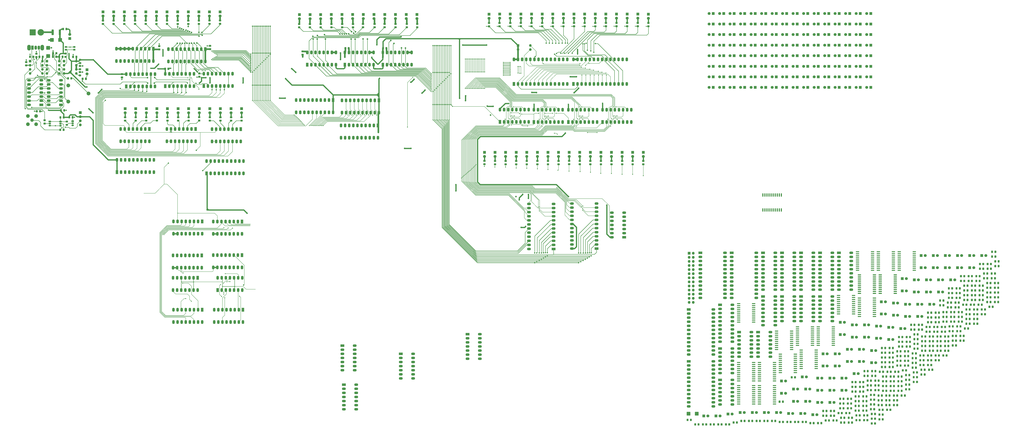
<source format=gbr>
%TF.GenerationSoftware,KiCad,Pcbnew,(5.1.4)-1*%
%TF.CreationDate,2020-07-08T08:30:01+02:00*%
%TF.ProjectId,SPU2,53505532-2e6b-4696-9361-645f70636258,rev?*%
%TF.SameCoordinates,Original*%
%TF.FileFunction,Copper,L1,Top*%
%TF.FilePolarity,Positive*%
%FSLAX46Y46*%
G04 Gerber Fmt 4.6, Leading zero omitted, Abs format (unit mm)*
G04 Created by KiCad (PCBNEW (5.1.4)-1) date 2020-07-08 08:30:01*
%MOMM*%
%LPD*%
G04 APERTURE LIST*
%TA.AperFunction,ComponentPad*%
%ADD10O,1.600000X2.400000*%
%TD*%
%TA.AperFunction,ComponentPad*%
%ADD11R,1.600000X2.400000*%
%TD*%
%TA.AperFunction,ComponentPad*%
%ADD12O,2.400000X1.600000*%
%TD*%
%TA.AperFunction,ComponentPad*%
%ADD13R,2.400000X1.600000*%
%TD*%
%TA.AperFunction,Conductor*%
%ADD14C,0.100000*%
%TD*%
%TA.AperFunction,SMDPad,CuDef*%
%ADD15C,0.600000*%
%TD*%
%TA.AperFunction,SMDPad,CuDef*%
%ADD16C,1.150000*%
%TD*%
%TA.AperFunction,ComponentPad*%
%ADD17O,1.700000X1.700000*%
%TD*%
%TA.AperFunction,ComponentPad*%
%ADD18R,1.700000X1.700000*%
%TD*%
%TA.AperFunction,ComponentPad*%
%ADD19C,1.800000*%
%TD*%
%TA.AperFunction,ComponentPad*%
%ADD20R,1.800000X1.800000*%
%TD*%
%TA.AperFunction,SMDPad,CuDef*%
%ADD21C,2.250000*%
%TD*%
%TA.AperFunction,ComponentPad*%
%ADD22O,1.600000X1.600000*%
%TD*%
%TA.AperFunction,ComponentPad*%
%ADD23R,1.600000X1.600000*%
%TD*%
%TA.AperFunction,ComponentPad*%
%ADD24O,2.200000X3.500000*%
%TD*%
%TA.AperFunction,ComponentPad*%
%ADD25O,1.500000X2.500000*%
%TD*%
%TA.AperFunction,ComponentPad*%
%ADD26R,1.500000X2.500000*%
%TD*%
%TA.AperFunction,SMDPad,CuDef*%
%ADD27R,1.450000X1.000000*%
%TD*%
%TA.AperFunction,ComponentPad*%
%ADD28C,2.340000*%
%TD*%
%TA.AperFunction,ComponentPad*%
%ADD29R,1.500000X1.050000*%
%TD*%
%TA.AperFunction,ComponentPad*%
%ADD30O,1.500000X1.050000*%
%TD*%
%TA.AperFunction,ComponentPad*%
%ADD31C,2.250000*%
%TD*%
%TA.AperFunction,ComponentPad*%
%ADD32C,2.050000*%
%TD*%
%TA.AperFunction,ComponentPad*%
%ADD33C,4.000000*%
%TD*%
%TA.AperFunction,ComponentPad*%
%ADD34R,3.800000X3.800000*%
%TD*%
%TA.AperFunction,SMDPad,CuDef*%
%ADD35C,1.300000*%
%TD*%
%TA.AperFunction,ViaPad*%
%ADD36C,1.000000*%
%TD*%
%TA.AperFunction,ViaPad*%
%ADD37C,0.800000*%
%TD*%
%TA.AperFunction,ViaPad*%
%ADD38C,0.600000*%
%TD*%
%TA.AperFunction,Conductor*%
%ADD39C,0.750000*%
%TD*%
%TA.AperFunction,Conductor*%
%ADD40C,0.250000*%
%TD*%
%TA.AperFunction,Conductor*%
%ADD41C,1.000000*%
%TD*%
%TA.AperFunction,Conductor*%
%ADD42C,0.500000*%
%TD*%
%TA.AperFunction,Conductor*%
%ADD43C,0.200000*%
%TD*%
%TA.AperFunction,Conductor*%
%ADD44C,0.254000*%
%TD*%
G04 APERTURE END LIST*
D10*
%TO.P,U12,16*%
%TO.N,+5V*%
X152349200Y-165989000D03*
%TO.P,U12,8*%
%TO.N,GND*%
X134569200Y-158369000D03*
%TO.P,U12,15*%
X149809200Y-165989000D03*
%TO.P,U12,7*%
%TO.N,CLK*%
X137109200Y-158369000D03*
%TO.P,U12,14*%
%TO.N,/D4*%
X147269200Y-165989000D03*
%TO.P,U12,6*%
%TO.N,/RA7*%
X139649200Y-158369000D03*
%TO.P,U12,13*%
%TO.N,/D5*%
X144729200Y-165989000D03*
%TO.P,U12,5*%
%TO.N,/RA6*%
X142189200Y-158369000D03*
%TO.P,U12,12*%
%TO.N,/D6*%
X142189200Y-165989000D03*
%TO.P,U12,4*%
%TO.N,/RA5*%
X144729200Y-158369000D03*
%TO.P,U12,11*%
%TO.N,/D7*%
X139649200Y-165989000D03*
%TO.P,U12,3*%
%TO.N,/RA4*%
X147269200Y-158369000D03*
%TO.P,U12,10*%
%TO.N,~AI*%
X137109200Y-165989000D03*
%TO.P,U12,2*%
%TO.N,GND*%
X149809200Y-158369000D03*
%TO.P,U12,9*%
%TO.N,~AI*%
X134569200Y-165989000D03*
D11*
%TO.P,U12,1*%
%TO.N,GND*%
X152349200Y-158369000D03*
%TD*%
D10*
%TO.P,U2,14*%
%TO.N,+5V*%
X149529800Y-200964800D03*
%TO.P,U2,7*%
%TO.N,GND*%
X134289800Y-193344800D03*
%TO.P,U2,13*%
%TO.N,SU*%
X146989800Y-200964800D03*
%TO.P,U2,6*%
%TO.N,/BAI5*%
X136829800Y-193344800D03*
%TO.P,U2,12*%
%TO.N,/REGB7*%
X144449800Y-200964800D03*
%TO.P,U2,5*%
%TO.N,SU*%
X139369800Y-193344800D03*
%TO.P,U2,11*%
%TO.N,/BAI7*%
X141909800Y-200964800D03*
%TO.P,U2,4*%
%TO.N,/REGB5*%
X141909800Y-193344800D03*
%TO.P,U2,10*%
%TO.N,SU*%
X139369800Y-200964800D03*
%TO.P,U2,3*%
%TO.N,/BAI4*%
X144449800Y-193344800D03*
%TO.P,U2,9*%
%TO.N,/REGB6*%
X136829800Y-200964800D03*
%TO.P,U2,2*%
%TO.N,SU*%
X146989800Y-193344800D03*
%TO.P,U2,8*%
%TO.N,/BAI6*%
X134289800Y-200964800D03*
D11*
%TO.P,U2,1*%
%TO.N,/REGB4*%
X149529800Y-193344800D03*
%TD*%
D12*
%TO.P,U75,20*%
%TO.N,+5V*%
X518861801Y-177901001D03*
%TO.P,U75,10*%
%TO.N,GND*%
X511241801Y-200761001D03*
%TO.P,U75,19*%
%TO.N,Net-(U68-Pad16)*%
X518861801Y-180441001D03*
%TO.P,U75,9*%
%TO.N,/ARG7*%
X511241801Y-198221001D03*
%TO.P,U75,18*%
%TO.N,/ADDR0*%
X518861801Y-182981001D03*
%TO.P,U75,8*%
%TO.N,/ARG6*%
X511241801Y-195681001D03*
%TO.P,U75,17*%
%TO.N,/ADDR1*%
X518861801Y-185521001D03*
%TO.P,U75,7*%
%TO.N,/ARG5*%
X511241801Y-193141001D03*
%TO.P,U75,16*%
%TO.N,/ADDR2*%
X518861801Y-188061001D03*
%TO.P,U75,6*%
%TO.N,/ARG4*%
X511241801Y-190601001D03*
%TO.P,U75,15*%
%TO.N,/ADDR3*%
X518861801Y-190601001D03*
%TO.P,U75,5*%
%TO.N,/ARG3*%
X511241801Y-188061001D03*
%TO.P,U75,14*%
%TO.N,/ADDR4*%
X518861801Y-193141001D03*
%TO.P,U75,4*%
%TO.N,/ARG2*%
X511241801Y-185521001D03*
%TO.P,U75,13*%
%TO.N,/ADDR5*%
X518861801Y-195681001D03*
%TO.P,U75,3*%
%TO.N,/ARG1*%
X511241801Y-182981001D03*
%TO.P,U75,12*%
%TO.N,/ADDR6*%
X518861801Y-198221001D03*
%TO.P,U75,2*%
%TO.N,/ARG0*%
X511241801Y-180441001D03*
%TO.P,U75,11*%
%TO.N,/ADDR7*%
X518861801Y-200761001D03*
D13*
%TO.P,U75,1*%
%TO.N,+5V*%
X511241801Y-177901001D03*
%TD*%
D12*
%TO.P,U74,20*%
%TO.N,+5V*%
X507111801Y-177901001D03*
%TO.P,U74,10*%
%TO.N,GND*%
X499491801Y-200761001D03*
%TO.P,U74,19*%
%TO.N,Net-(U68-Pad16)*%
X507111801Y-180441001D03*
%TO.P,U74,9*%
%TO.N,GND*%
X499491801Y-198221001D03*
%TO.P,U74,18*%
%TO.N,/GFX0*%
X507111801Y-182981001D03*
%TO.P,U74,8*%
%TO.N,+5V*%
X499491801Y-195681001D03*
%TO.P,U74,17*%
%TO.N,/GFX1*%
X507111801Y-185521001D03*
%TO.P,U74,7*%
%TO.N,+5V*%
X499491801Y-193141001D03*
%TO.P,U74,16*%
%TO.N,/GFX2*%
X507111801Y-188061001D03*
%TO.P,U74,6*%
%TO.N,+5V*%
X499491801Y-190601001D03*
%TO.P,U74,15*%
%TO.N,/GFX3*%
X507111801Y-190601001D03*
%TO.P,U74,5*%
%TO.N,/ARG11*%
X499491801Y-188061001D03*
%TO.P,U74,14*%
%TO.N,/ADDR8*%
X507111801Y-193141001D03*
%TO.P,U74,4*%
%TO.N,/ARG10*%
X499491801Y-185521001D03*
%TO.P,U74,13*%
%TO.N,/ADDR9*%
X507111801Y-195681001D03*
%TO.P,U74,3*%
%TO.N,/ARG9*%
X499491801Y-182981001D03*
%TO.P,U74,12*%
%TO.N,/ADDR10*%
X507111801Y-198221001D03*
%TO.P,U74,2*%
%TO.N,/ARG8*%
X499491801Y-180441001D03*
%TO.P,U74,11*%
%TO.N,/ADDR11*%
X507111801Y-200761001D03*
D13*
%TO.P,U74,1*%
%TO.N,+5V*%
X499491801Y-177901001D03*
%TD*%
D12*
%TO.P,U73,20*%
%TO.N,+5V*%
X480511801Y-210101001D03*
%TO.P,U73,10*%
%TO.N,GND*%
X472891801Y-232961001D03*
%TO.P,U73,19*%
%TO.N,Net-(U68-Pad15)*%
X480511801Y-212641001D03*
%TO.P,U73,9*%
%TO.N,/ARG7*%
X472891801Y-230421001D03*
%TO.P,U73,18*%
%TO.N,/ADDR0*%
X480511801Y-215181001D03*
%TO.P,U73,8*%
%TO.N,/ARG6*%
X472891801Y-227881001D03*
%TO.P,U73,17*%
%TO.N,/ADDR1*%
X480511801Y-217721001D03*
%TO.P,U73,7*%
%TO.N,/ARG5*%
X472891801Y-225341001D03*
%TO.P,U73,16*%
%TO.N,/ADDR2*%
X480511801Y-220261001D03*
%TO.P,U73,6*%
%TO.N,/ARG4*%
X472891801Y-222801001D03*
%TO.P,U73,15*%
%TO.N,/ADDR3*%
X480511801Y-222801001D03*
%TO.P,U73,5*%
%TO.N,/ARG3*%
X472891801Y-220261001D03*
%TO.P,U73,14*%
%TO.N,/ADDR4*%
X480511801Y-225341001D03*
%TO.P,U73,4*%
%TO.N,/ARG2*%
X472891801Y-217721001D03*
%TO.P,U73,13*%
%TO.N,/ADDR5*%
X480511801Y-227881001D03*
%TO.P,U73,3*%
%TO.N,/ARG1*%
X472891801Y-215181001D03*
%TO.P,U73,12*%
%TO.N,/ADDR6*%
X480511801Y-230421001D03*
%TO.P,U73,2*%
%TO.N,/ARG0*%
X472891801Y-212641001D03*
%TO.P,U73,11*%
%TO.N,/ADDR7*%
X480511801Y-232961001D03*
D13*
%TO.P,U73,1*%
%TO.N,+5V*%
X472891801Y-210101001D03*
%TD*%
D12*
%TO.P,U72,20*%
%TO.N,+5V*%
X542361801Y-177901001D03*
%TO.P,U72,10*%
%TO.N,GND*%
X534741801Y-200761001D03*
%TO.P,U72,19*%
%TO.N,Net-(U68-Pad15)*%
X542361801Y-180441001D03*
%TO.P,U72,9*%
%TO.N,GND*%
X534741801Y-198221001D03*
%TO.P,U72,18*%
%TO.N,/ADDR8*%
X542361801Y-182981001D03*
%TO.P,U72,8*%
%TO.N,GND*%
X534741801Y-195681001D03*
%TO.P,U72,17*%
%TO.N,/ADDR9*%
X542361801Y-185521001D03*
%TO.P,U72,7*%
%TO.N,GND*%
X534741801Y-193141001D03*
%TO.P,U72,16*%
%TO.N,/ADDR10*%
X542361801Y-188061001D03*
%TO.P,U72,6*%
%TO.N,GND*%
X534741801Y-190601001D03*
%TO.P,U72,15*%
%TO.N,/ADDR11*%
X542361801Y-190601001D03*
%TO.P,U72,5*%
%TO.N,/ARG11*%
X534741801Y-188061001D03*
%TO.P,U72,14*%
%TO.N,Net-(U72-Pad14)*%
X542361801Y-193141001D03*
%TO.P,U72,4*%
%TO.N,/ARG10*%
X534741801Y-185521001D03*
%TO.P,U72,13*%
%TO.N,Net-(U72-Pad13)*%
X542361801Y-195681001D03*
%TO.P,U72,3*%
%TO.N,/ARG9*%
X534741801Y-182981001D03*
%TO.P,U72,12*%
%TO.N,Net-(U72-Pad12)*%
X542361801Y-198221001D03*
%TO.P,U72,2*%
%TO.N,/ARG8*%
X534741801Y-180441001D03*
%TO.P,U72,11*%
%TO.N,Net-(U72-Pad11)*%
X542361801Y-200761001D03*
D13*
%TO.P,U72,1*%
%TO.N,+5V*%
X534741801Y-177901001D03*
%TD*%
D12*
%TO.P,U71,20*%
%TO.N,+5V*%
X554111801Y-177901001D03*
%TO.P,U71,10*%
%TO.N,GND*%
X546491801Y-200761001D03*
%TO.P,U71,19*%
%TO.N,Net-(U68-Pad14)*%
X554111801Y-180441001D03*
%TO.P,U71,9*%
%TO.N,/ARG7*%
X546491801Y-198221001D03*
%TO.P,U71,18*%
%TO.N,/D0*%
X554111801Y-182981001D03*
%TO.P,U71,8*%
%TO.N,/ARG6*%
X546491801Y-195681001D03*
%TO.P,U71,17*%
%TO.N,/D1*%
X554111801Y-185521001D03*
%TO.P,U71,7*%
%TO.N,/ARG5*%
X546491801Y-193141001D03*
%TO.P,U71,16*%
%TO.N,/D2*%
X554111801Y-188061001D03*
%TO.P,U71,6*%
%TO.N,/ARG4*%
X546491801Y-190601001D03*
%TO.P,U71,15*%
%TO.N,/D3*%
X554111801Y-190601001D03*
%TO.P,U71,5*%
%TO.N,/ARG3*%
X546491801Y-188061001D03*
%TO.P,U71,14*%
%TO.N,/D4*%
X554111801Y-193141001D03*
%TO.P,U71,4*%
%TO.N,/ARG2*%
X546491801Y-185521001D03*
%TO.P,U71,13*%
%TO.N,/D5*%
X554111801Y-195681001D03*
%TO.P,U71,3*%
%TO.N,/ARG1*%
X546491801Y-182981001D03*
%TO.P,U71,12*%
%TO.N,/D6*%
X554111801Y-198221001D03*
%TO.P,U71,2*%
%TO.N,/ARG0*%
X546491801Y-180441001D03*
%TO.P,U71,11*%
%TO.N,/D7*%
X554111801Y-200761001D03*
D13*
%TO.P,U71,1*%
%TO.N,+5V*%
X546491801Y-177901001D03*
%TD*%
D12*
%TO.P,U69,24*%
%TO.N,+5V*%
X495331801Y-177901001D03*
%TO.P,U69,12*%
%TO.N,GND*%
X480091801Y-205841001D03*
%TO.P,U69,23*%
X495331801Y-180441001D03*
%TO.P,U69,11*%
%TO.N,Net-(U62-Pad2)*%
X480091801Y-203301001D03*
%TO.P,U69,22*%
%TO.N,/GFX3*%
X495331801Y-182981001D03*
%TO.P,U69,10*%
%TO.N,Net-(U62-Pad10)*%
X480091801Y-200761001D03*
%TO.P,U69,21*%
%TO.N,/GFX2*%
X495331801Y-185521001D03*
%TO.P,U69,9*%
%TO.N,Net-(U62-Pad5)*%
X480091801Y-198221001D03*
%TO.P,U69,20*%
%TO.N,Net-(U65-Pad10)*%
X495331801Y-188061001D03*
%TO.P,U69,8*%
%TO.N,Net-(U64-Pad13)*%
X480091801Y-195681001D03*
%TO.P,U69,19*%
%TO.N,Net-(U65-Pad13)*%
X495331801Y-190601001D03*
%TO.P,U69,7*%
%TO.N,Net-(U65-Pad2)*%
X480091801Y-193141001D03*
%TO.P,U69,18*%
%TO.N,Net-(U64-Pad2)*%
X495331801Y-193141001D03*
%TO.P,U69,6*%
%TO.N,Net-(U66-Pad5)*%
X480091801Y-190601001D03*
%TO.P,U69,17*%
%TO.N,Net-(U65-Pad5)*%
X495331801Y-195681001D03*
%TO.P,U69,5*%
%TO.N,Net-(U66-Pad10)*%
X480091801Y-188061001D03*
%TO.P,U69,16*%
%TO.N,Net-(U67-Pad10)*%
X495331801Y-198221001D03*
%TO.P,U69,4*%
%TO.N,Net-(U66-Pad13)*%
X480091801Y-185521001D03*
%TO.P,U69,15*%
%TO.N,Net-(U67-Pad13)*%
X495331801Y-200761001D03*
%TO.P,U69,3*%
%TO.N,/GFX1*%
X480091801Y-182981001D03*
%TO.P,U69,14*%
%TO.N,Net-(U67-Pad2)*%
X495331801Y-203301001D03*
%TO.P,U69,2*%
%TO.N,/GFX0*%
X480091801Y-180441001D03*
%TO.P,U69,13*%
%TO.N,Net-(U67-Pad5)*%
X495331801Y-205841001D03*
D13*
%TO.P,U69,1*%
%TO.N,+5V*%
X480091801Y-177901001D03*
%TD*%
D12*
%TO.P,U68,24*%
%TO.N,+5V*%
X468731801Y-245201001D03*
%TO.P,U68,12*%
%TO.N,GND*%
X453491801Y-273141001D03*
%TO.P,U68,23*%
%TO.N,ZERO*%
X468731801Y-247741001D03*
%TO.P,U68,11*%
%TO.N,~MEMAO*%
X453491801Y-270601001D03*
%TO.P,U68,22*%
%TO.N,CARRY*%
X468731801Y-250281001D03*
%TO.P,U68,10*%
%TO.N,~JO*%
X453491801Y-268061001D03*
%TO.P,U68,21*%
%TO.N,+5V*%
X468731801Y-252821001D03*
%TO.P,U68,9*%
%TO.N,~JI*%
X453491801Y-265521001D03*
%TO.P,U68,20*%
%TO.N,GND*%
X468731801Y-255361001D03*
%TO.P,U68,8*%
%TO.N,/OP0*%
X453491801Y-262981001D03*
%TO.P,U68,19*%
%TO.N,EQL*%
X468731801Y-257901001D03*
%TO.P,U68,7*%
%TO.N,/OP1*%
X453491801Y-260441001D03*
%TO.P,U68,18*%
%TO.N,GND*%
X468731801Y-260441001D03*
%TO.P,U68,6*%
%TO.N,/OP2*%
X453491801Y-257901001D03*
%TO.P,U68,17*%
%TO.N,Net-(U40-Pad9)*%
X468731801Y-262981001D03*
%TO.P,U68,5*%
%TO.N,/OP3*%
X453491801Y-255361001D03*
%TO.P,U68,16*%
%TO.N,Net-(U68-Pad16)*%
X468731801Y-265521001D03*
%TO.P,U68,4*%
%TO.N,Net-(U40-Pad14)*%
X453491801Y-252821001D03*
%TO.P,U68,15*%
%TO.N,Net-(U68-Pad15)*%
X468731801Y-268061001D03*
%TO.P,U68,3*%
%TO.N,Net-(U40-Pad13)*%
X453491801Y-250281001D03*
%TO.P,U68,14*%
%TO.N,Net-(U68-Pad14)*%
X468731801Y-270601001D03*
%TO.P,U68,2*%
%TO.N,Net-(U40-Pad12)*%
X453491801Y-247741001D03*
%TO.P,U68,13*%
%TO.N,EXT*%
X468731801Y-273141001D03*
D13*
%TO.P,U68,1*%
%TO.N,Net-(U40-Pad11)*%
X453491801Y-245201001D03*
%TD*%
D12*
%TO.P,U67,14*%
%TO.N,+5V*%
X518861801Y-205001001D03*
%TO.P,U67,7*%
%TO.N,GND*%
X511241801Y-220241001D03*
%TO.P,U67,13*%
%TO.N,Net-(U67-Pad13)*%
X518861801Y-207541001D03*
%TO.P,U67,6*%
%TO.N,GFXC13*%
X511241801Y-217701001D03*
%TO.P,U67,12*%
%TO.N,GFXCLK*%
X518861801Y-210081001D03*
%TO.P,U67,5*%
%TO.N,Net-(U67-Pad5)*%
X511241801Y-215161001D03*
%TO.P,U67,11*%
%TO.N,GFXC15*%
X518861801Y-212621001D03*
%TO.P,U67,4*%
%TO.N,GFXCLK*%
X511241801Y-212621001D03*
%TO.P,U67,10*%
%TO.N,Net-(U67-Pad10)*%
X518861801Y-215161001D03*
%TO.P,U67,3*%
%TO.N,GFXC12*%
X511241801Y-210081001D03*
%TO.P,U67,9*%
%TO.N,GFXCLK*%
X518861801Y-217701001D03*
%TO.P,U67,2*%
%TO.N,Net-(U67-Pad2)*%
X511241801Y-207541001D03*
%TO.P,U67,8*%
%TO.N,GFXC14*%
X518861801Y-220241001D03*
D13*
%TO.P,U67,1*%
%TO.N,GFXCLK*%
X511241801Y-205001001D03*
%TD*%
D12*
%TO.P,U66,14*%
%TO.N,+5V*%
X530611801Y-205001001D03*
%TO.P,U66,7*%
%TO.N,GND*%
X522991801Y-220241001D03*
%TO.P,U66,13*%
%TO.N,Net-(U66-Pad13)*%
X530611801Y-207541001D03*
%TO.P,U66,6*%
%TO.N,GFXC5*%
X522991801Y-217701001D03*
%TO.P,U66,12*%
%TO.N,GFXCLK*%
X530611801Y-210081001D03*
%TO.P,U66,5*%
%TO.N,Net-(U66-Pad5)*%
X522991801Y-215161001D03*
%TO.P,U66,11*%
%TO.N,GFXC7*%
X530611801Y-212621001D03*
%TO.P,U66,4*%
%TO.N,GFXCLK*%
X522991801Y-212621001D03*
%TO.P,U66,10*%
%TO.N,Net-(U66-Pad10)*%
X530611801Y-215161001D03*
%TO.P,U66,3*%
%TO.N,GFXCLK*%
X522991801Y-210081001D03*
%TO.P,U66,9*%
X530611801Y-217701001D03*
%TO.P,U66,2*%
%TO.N,GFXI*%
X522991801Y-207541001D03*
%TO.P,U66,8*%
%TO.N,GFXC6*%
X530611801Y-220241001D03*
D13*
%TO.P,U66,1*%
%TO.N,CLK*%
X522991801Y-205001001D03*
%TD*%
D12*
%TO.P,U65,14*%
%TO.N,+5V*%
X492261801Y-227051001D03*
%TO.P,U65,7*%
%TO.N,GND*%
X484641801Y-242291001D03*
%TO.P,U65,13*%
%TO.N,Net-(U65-Pad13)*%
X492261801Y-229591001D03*
%TO.P,U65,6*%
%TO.N,GFXC9*%
X484641801Y-239751001D03*
%TO.P,U65,12*%
%TO.N,GFXCLK*%
X492261801Y-232131001D03*
%TO.P,U65,5*%
%TO.N,Net-(U65-Pad5)*%
X484641801Y-237211001D03*
%TO.P,U65,11*%
%TO.N,GFXC11*%
X492261801Y-234671001D03*
%TO.P,U65,4*%
%TO.N,GFXCLK*%
X484641801Y-234671001D03*
%TO.P,U65,10*%
%TO.N,Net-(U65-Pad10)*%
X492261801Y-237211001D03*
%TO.P,U65,3*%
%TO.N,GFXC4*%
X484641801Y-232131001D03*
%TO.P,U65,9*%
%TO.N,GFXCLK*%
X492261801Y-239751001D03*
%TO.P,U65,2*%
%TO.N,Net-(U65-Pad2)*%
X484641801Y-229591001D03*
%TO.P,U65,8*%
%TO.N,GFXC10*%
X492261801Y-242291001D03*
D13*
%TO.P,U65,1*%
%TO.N,GFXCLK*%
X484641801Y-227051001D03*
%TD*%
D12*
%TO.P,U64,14*%
%TO.N,+5V*%
X504011801Y-227051001D03*
%TO.P,U64,7*%
%TO.N,GND*%
X496391801Y-242291001D03*
%TO.P,U64,13*%
%TO.N,Net-(U64-Pad13)*%
X504011801Y-229591001D03*
%TO.P,U64,6*%
%TO.N,Net-(U64-Pad6)*%
X496391801Y-239751001D03*
%TO.P,U64,12*%
%TO.N,GFXCLK*%
X504011801Y-232131001D03*
%TO.P,U64,5*%
%TO.N,GND*%
X496391801Y-237211001D03*
%TO.P,U64,11*%
%TO.N,GFXC3*%
X504011801Y-234671001D03*
%TO.P,U64,4*%
%TO.N,GND*%
X496391801Y-234671001D03*
%TO.P,U64,10*%
X504011801Y-237211001D03*
%TO.P,U64,3*%
%TO.N,GFXC8*%
X496391801Y-232131001D03*
%TO.P,U64,9*%
%TO.N,GND*%
X504011801Y-239751001D03*
%TO.P,U64,2*%
%TO.N,Net-(U64-Pad2)*%
X496391801Y-229591001D03*
%TO.P,U64,8*%
%TO.N,Net-(U64-Pad8)*%
X504011801Y-242291001D03*
D13*
%TO.P,U64,1*%
%TO.N,GFXCLK*%
X496391801Y-227051001D03*
%TD*%
D12*
%TO.P,U63,24*%
%TO.N,+5V*%
X468731801Y-213001001D03*
%TO.P,U63,12*%
%TO.N,GND*%
X453491801Y-240941001D03*
%TO.P,U63,23*%
%TO.N,ZERO*%
X468731801Y-215541001D03*
%TO.P,U63,11*%
%TO.N,Net-(U63-Pad11)*%
X453491801Y-238401001D03*
%TO.P,U63,22*%
%TO.N,CARRY*%
X468731801Y-218081001D03*
%TO.P,U63,10*%
%TO.N,~BI*%
X453491801Y-235861001D03*
%TO.P,U63,21*%
%TO.N,+5V*%
X468731801Y-220621001D03*
%TO.P,U63,9*%
%TO.N,~EO*%
X453491801Y-233321001D03*
%TO.P,U63,20*%
%TO.N,GND*%
X468731801Y-223161001D03*
%TO.P,U63,8*%
%TO.N,/OP0*%
X453491801Y-230781001D03*
%TO.P,U63,19*%
%TO.N,EQL*%
X468731801Y-225701001D03*
%TO.P,U63,7*%
%TO.N,/OP1*%
X453491801Y-228241001D03*
%TO.P,U63,18*%
%TO.N,GND*%
X468731801Y-228241001D03*
%TO.P,U63,6*%
%TO.N,/OP2*%
X453491801Y-225701001D03*
%TO.P,U63,17*%
%TO.N,GFXI*%
X468731801Y-230781001D03*
%TO.P,U63,5*%
%TO.N,/OP3*%
X453491801Y-223161001D03*
%TO.P,U63,16*%
%TO.N,HLT*%
X468731801Y-233321001D03*
%TO.P,U63,4*%
%TO.N,Net-(U40-Pad14)*%
X453491801Y-220621001D03*
%TO.P,U63,15*%
%TO.N,~MC*%
X468731801Y-235861001D03*
%TO.P,U63,3*%
%TO.N,Net-(U40-Pad13)*%
X453491801Y-218081001D03*
%TO.P,U63,14*%
%TO.N,Net-(U63-Pad14)*%
X468731801Y-238401001D03*
%TO.P,U63,2*%
%TO.N,Net-(U40-Pad12)*%
X453491801Y-215541001D03*
%TO.P,U63,13*%
%TO.N,~AI*%
X468731801Y-240941001D03*
D13*
%TO.P,U63,1*%
%TO.N,Net-(U40-Pad11)*%
X453491801Y-213001001D03*
%TD*%
D12*
%TO.P,U62,14*%
%TO.N,+5V*%
X480511801Y-237201001D03*
%TO.P,U62,7*%
%TO.N,GND*%
X472891801Y-252441001D03*
%TO.P,U62,13*%
X480511801Y-239741001D03*
%TO.P,U62,6*%
%TO.N,GFXC1*%
X472891801Y-249901001D03*
%TO.P,U62,12*%
%TO.N,GND*%
X480511801Y-242281001D03*
%TO.P,U62,5*%
%TO.N,Net-(U62-Pad5)*%
X472891801Y-247361001D03*
%TO.P,U62,11*%
%TO.N,Net-(U62-Pad11)*%
X480511801Y-244821001D03*
%TO.P,U62,4*%
%TO.N,GFXCLK*%
X472891801Y-244821001D03*
%TO.P,U62,10*%
%TO.N,Net-(U62-Pad10)*%
X480511801Y-247361001D03*
%TO.P,U62,3*%
%TO.N,GFXC0*%
X472891801Y-242281001D03*
%TO.P,U62,9*%
%TO.N,GFXCLK*%
X480511801Y-249901001D03*
%TO.P,U62,2*%
%TO.N,Net-(U62-Pad2)*%
X472891801Y-239741001D03*
%TO.P,U62,8*%
%TO.N,GFXC2*%
X480511801Y-252441001D03*
D13*
%TO.P,U62,1*%
%TO.N,GFXCLK*%
X472891801Y-237201001D03*
%TD*%
D12*
%TO.P,U61,24*%
%TO.N,+5V*%
X475931801Y-177901001D03*
%TO.P,U61,12*%
%TO.N,GND*%
X460691801Y-205841001D03*
%TO.P,U61,23*%
%TO.N,ZERO*%
X475931801Y-180441001D03*
%TO.P,U61,11*%
%TO.N,~PO*%
X460691801Y-203301001D03*
%TO.P,U61,22*%
%TO.N,CARRY*%
X475931801Y-182981001D03*
%TO.P,U61,10*%
%TO.N,~J*%
X460691801Y-200761001D03*
%TO.P,U61,21*%
%TO.N,+5V*%
X475931801Y-185521001D03*
%TO.P,U61,9*%
%TO.N,CE*%
X460691801Y-198221001D03*
%TO.P,U61,20*%
%TO.N,GND*%
X475931801Y-188061001D03*
%TO.P,U61,8*%
%TO.N,/OP0*%
X460691801Y-195681001D03*
%TO.P,U61,19*%
%TO.N,EQL*%
X475931801Y-190601001D03*
%TO.P,U61,7*%
%TO.N,/OP1*%
X460691801Y-193141001D03*
%TO.P,U61,18*%
%TO.N,GND*%
X475931801Y-193141001D03*
%TO.P,U61,6*%
%TO.N,/OP2*%
X460691801Y-190601001D03*
%TO.P,U61,17*%
%TO.N,SU*%
X475931801Y-195681001D03*
%TO.P,U61,5*%
%TO.N,/OP3*%
X460691801Y-188061001D03*
%TO.P,U61,16*%
%TO.N,Net-(U61-Pad16)*%
X475931801Y-198221001D03*
%TO.P,U61,4*%
%TO.N,Net-(U40-Pad14)*%
X460691801Y-185521001D03*
%TO.P,U61,15*%
%TO.N,RAMI*%
X475931801Y-200761001D03*
%TO.P,U61,3*%
%TO.N,Net-(U40-Pad13)*%
X460691801Y-182981001D03*
%TO.P,U61,14*%
%TO.N,~MEMDO*%
X475931801Y-203301001D03*
%TO.P,U61,2*%
%TO.N,Net-(U40-Pad12)*%
X460691801Y-180441001D03*
%TO.P,U61,13*%
%TO.N,II*%
X475931801Y-205841001D03*
D13*
%TO.P,U61,1*%
%TO.N,Net-(U40-Pad11)*%
X460691801Y-177901001D03*
%TD*%
D14*
%TO.N,+5V*%
%TO.C,U60*%
G36*
X494561504Y-209136723D02*
G01*
X494576065Y-209138883D01*
X494590344Y-209142460D01*
X494604204Y-209147419D01*
X494617511Y-209153713D01*
X494630137Y-209161281D01*
X494641960Y-209170049D01*
X494652867Y-209179935D01*
X494662753Y-209190842D01*
X494671521Y-209202665D01*
X494679089Y-209215291D01*
X494685383Y-209228598D01*
X494690342Y-209242458D01*
X494693919Y-209256737D01*
X494696079Y-209271298D01*
X494696801Y-209286001D01*
X494696801Y-209586001D01*
X494696079Y-209600704D01*
X494693919Y-209615265D01*
X494690342Y-209629544D01*
X494685383Y-209643404D01*
X494679089Y-209656711D01*
X494671521Y-209669337D01*
X494662753Y-209681160D01*
X494652867Y-209692067D01*
X494641960Y-209701953D01*
X494630137Y-209710721D01*
X494617511Y-209718289D01*
X494604204Y-209724583D01*
X494590344Y-209729542D01*
X494576065Y-209733119D01*
X494561504Y-209735279D01*
X494546801Y-209736001D01*
X492796801Y-209736001D01*
X492782098Y-209735279D01*
X492767537Y-209733119D01*
X492753258Y-209729542D01*
X492739398Y-209724583D01*
X492726091Y-209718289D01*
X492713465Y-209710721D01*
X492701642Y-209701953D01*
X492690735Y-209692067D01*
X492680849Y-209681160D01*
X492672081Y-209669337D01*
X492664513Y-209656711D01*
X492658219Y-209643404D01*
X492653260Y-209629544D01*
X492649683Y-209615265D01*
X492647523Y-209600704D01*
X492646801Y-209586001D01*
X492646801Y-209286001D01*
X492647523Y-209271298D01*
X492649683Y-209256737D01*
X492653260Y-209242458D01*
X492658219Y-209228598D01*
X492664513Y-209215291D01*
X492672081Y-209202665D01*
X492680849Y-209190842D01*
X492690735Y-209179935D01*
X492701642Y-209170049D01*
X492713465Y-209161281D01*
X492726091Y-209153713D01*
X492739398Y-209147419D01*
X492753258Y-209142460D01*
X492767537Y-209138883D01*
X492782098Y-209136723D01*
X492796801Y-209136001D01*
X494546801Y-209136001D01*
X494561504Y-209136723D01*
X494561504Y-209136723D01*
G37*
D15*
%TD*%
%TO.P,U60,20*%
%TO.N,+5V*%
X493671801Y-209436001D03*
D14*
%TO.N,Net-(R261-Pad2)*%
%TO.C,U60*%
G36*
X494561504Y-210406723D02*
G01*
X494576065Y-210408883D01*
X494590344Y-210412460D01*
X494604204Y-210417419D01*
X494617511Y-210423713D01*
X494630137Y-210431281D01*
X494641960Y-210440049D01*
X494652867Y-210449935D01*
X494662753Y-210460842D01*
X494671521Y-210472665D01*
X494679089Y-210485291D01*
X494685383Y-210498598D01*
X494690342Y-210512458D01*
X494693919Y-210526737D01*
X494696079Y-210541298D01*
X494696801Y-210556001D01*
X494696801Y-210856001D01*
X494696079Y-210870704D01*
X494693919Y-210885265D01*
X494690342Y-210899544D01*
X494685383Y-210913404D01*
X494679089Y-210926711D01*
X494671521Y-210939337D01*
X494662753Y-210951160D01*
X494652867Y-210962067D01*
X494641960Y-210971953D01*
X494630137Y-210980721D01*
X494617511Y-210988289D01*
X494604204Y-210994583D01*
X494590344Y-210999542D01*
X494576065Y-211003119D01*
X494561504Y-211005279D01*
X494546801Y-211006001D01*
X492796801Y-211006001D01*
X492782098Y-211005279D01*
X492767537Y-211003119D01*
X492753258Y-210999542D01*
X492739398Y-210994583D01*
X492726091Y-210988289D01*
X492713465Y-210980721D01*
X492701642Y-210971953D01*
X492690735Y-210962067D01*
X492680849Y-210951160D01*
X492672081Y-210939337D01*
X492664513Y-210926711D01*
X492658219Y-210913404D01*
X492653260Y-210899544D01*
X492649683Y-210885265D01*
X492647523Y-210870704D01*
X492646801Y-210856001D01*
X492646801Y-210556001D01*
X492647523Y-210541298D01*
X492649683Y-210526737D01*
X492653260Y-210512458D01*
X492658219Y-210498598D01*
X492664513Y-210485291D01*
X492672081Y-210472665D01*
X492680849Y-210460842D01*
X492690735Y-210449935D01*
X492701642Y-210440049D01*
X492713465Y-210431281D01*
X492726091Y-210423713D01*
X492739398Y-210417419D01*
X492753258Y-210412460D01*
X492767537Y-210408883D01*
X492782098Y-210406723D01*
X492796801Y-210406001D01*
X494546801Y-210406001D01*
X494561504Y-210406723D01*
X494561504Y-210406723D01*
G37*
D15*
%TD*%
%TO.P,U60,19*%
%TO.N,Net-(R261-Pad2)*%
X493671801Y-210706001D03*
D14*
%TO.N,Net-(R260-Pad2)*%
%TO.C,U60*%
G36*
X494561504Y-211676723D02*
G01*
X494576065Y-211678883D01*
X494590344Y-211682460D01*
X494604204Y-211687419D01*
X494617511Y-211693713D01*
X494630137Y-211701281D01*
X494641960Y-211710049D01*
X494652867Y-211719935D01*
X494662753Y-211730842D01*
X494671521Y-211742665D01*
X494679089Y-211755291D01*
X494685383Y-211768598D01*
X494690342Y-211782458D01*
X494693919Y-211796737D01*
X494696079Y-211811298D01*
X494696801Y-211826001D01*
X494696801Y-212126001D01*
X494696079Y-212140704D01*
X494693919Y-212155265D01*
X494690342Y-212169544D01*
X494685383Y-212183404D01*
X494679089Y-212196711D01*
X494671521Y-212209337D01*
X494662753Y-212221160D01*
X494652867Y-212232067D01*
X494641960Y-212241953D01*
X494630137Y-212250721D01*
X494617511Y-212258289D01*
X494604204Y-212264583D01*
X494590344Y-212269542D01*
X494576065Y-212273119D01*
X494561504Y-212275279D01*
X494546801Y-212276001D01*
X492796801Y-212276001D01*
X492782098Y-212275279D01*
X492767537Y-212273119D01*
X492753258Y-212269542D01*
X492739398Y-212264583D01*
X492726091Y-212258289D01*
X492713465Y-212250721D01*
X492701642Y-212241953D01*
X492690735Y-212232067D01*
X492680849Y-212221160D01*
X492672081Y-212209337D01*
X492664513Y-212196711D01*
X492658219Y-212183404D01*
X492653260Y-212169544D01*
X492649683Y-212155265D01*
X492647523Y-212140704D01*
X492646801Y-212126001D01*
X492646801Y-211826001D01*
X492647523Y-211811298D01*
X492649683Y-211796737D01*
X492653260Y-211782458D01*
X492658219Y-211768598D01*
X492664513Y-211755291D01*
X492672081Y-211742665D01*
X492680849Y-211730842D01*
X492690735Y-211719935D01*
X492701642Y-211710049D01*
X492713465Y-211701281D01*
X492726091Y-211693713D01*
X492739398Y-211687419D01*
X492753258Y-211682460D01*
X492767537Y-211678883D01*
X492782098Y-211676723D01*
X492796801Y-211676001D01*
X494546801Y-211676001D01*
X494561504Y-211676723D01*
X494561504Y-211676723D01*
G37*
D15*
%TD*%
%TO.P,U60,18*%
%TO.N,Net-(R260-Pad2)*%
X493671801Y-211976001D03*
D14*
%TO.N,Net-(R259-Pad2)*%
%TO.C,U60*%
G36*
X494561504Y-212946723D02*
G01*
X494576065Y-212948883D01*
X494590344Y-212952460D01*
X494604204Y-212957419D01*
X494617511Y-212963713D01*
X494630137Y-212971281D01*
X494641960Y-212980049D01*
X494652867Y-212989935D01*
X494662753Y-213000842D01*
X494671521Y-213012665D01*
X494679089Y-213025291D01*
X494685383Y-213038598D01*
X494690342Y-213052458D01*
X494693919Y-213066737D01*
X494696079Y-213081298D01*
X494696801Y-213096001D01*
X494696801Y-213396001D01*
X494696079Y-213410704D01*
X494693919Y-213425265D01*
X494690342Y-213439544D01*
X494685383Y-213453404D01*
X494679089Y-213466711D01*
X494671521Y-213479337D01*
X494662753Y-213491160D01*
X494652867Y-213502067D01*
X494641960Y-213511953D01*
X494630137Y-213520721D01*
X494617511Y-213528289D01*
X494604204Y-213534583D01*
X494590344Y-213539542D01*
X494576065Y-213543119D01*
X494561504Y-213545279D01*
X494546801Y-213546001D01*
X492796801Y-213546001D01*
X492782098Y-213545279D01*
X492767537Y-213543119D01*
X492753258Y-213539542D01*
X492739398Y-213534583D01*
X492726091Y-213528289D01*
X492713465Y-213520721D01*
X492701642Y-213511953D01*
X492690735Y-213502067D01*
X492680849Y-213491160D01*
X492672081Y-213479337D01*
X492664513Y-213466711D01*
X492658219Y-213453404D01*
X492653260Y-213439544D01*
X492649683Y-213425265D01*
X492647523Y-213410704D01*
X492646801Y-213396001D01*
X492646801Y-213096001D01*
X492647523Y-213081298D01*
X492649683Y-213066737D01*
X492653260Y-213052458D01*
X492658219Y-213038598D01*
X492664513Y-213025291D01*
X492672081Y-213012665D01*
X492680849Y-213000842D01*
X492690735Y-212989935D01*
X492701642Y-212980049D01*
X492713465Y-212971281D01*
X492726091Y-212963713D01*
X492739398Y-212957419D01*
X492753258Y-212952460D01*
X492767537Y-212948883D01*
X492782098Y-212946723D01*
X492796801Y-212946001D01*
X494546801Y-212946001D01*
X494561504Y-212946723D01*
X494561504Y-212946723D01*
G37*
D15*
%TD*%
%TO.P,U60,17*%
%TO.N,Net-(R259-Pad2)*%
X493671801Y-213246001D03*
D14*
%TO.N,Net-(R258-Pad2)*%
%TO.C,U60*%
G36*
X494561504Y-214216723D02*
G01*
X494576065Y-214218883D01*
X494590344Y-214222460D01*
X494604204Y-214227419D01*
X494617511Y-214233713D01*
X494630137Y-214241281D01*
X494641960Y-214250049D01*
X494652867Y-214259935D01*
X494662753Y-214270842D01*
X494671521Y-214282665D01*
X494679089Y-214295291D01*
X494685383Y-214308598D01*
X494690342Y-214322458D01*
X494693919Y-214336737D01*
X494696079Y-214351298D01*
X494696801Y-214366001D01*
X494696801Y-214666001D01*
X494696079Y-214680704D01*
X494693919Y-214695265D01*
X494690342Y-214709544D01*
X494685383Y-214723404D01*
X494679089Y-214736711D01*
X494671521Y-214749337D01*
X494662753Y-214761160D01*
X494652867Y-214772067D01*
X494641960Y-214781953D01*
X494630137Y-214790721D01*
X494617511Y-214798289D01*
X494604204Y-214804583D01*
X494590344Y-214809542D01*
X494576065Y-214813119D01*
X494561504Y-214815279D01*
X494546801Y-214816001D01*
X492796801Y-214816001D01*
X492782098Y-214815279D01*
X492767537Y-214813119D01*
X492753258Y-214809542D01*
X492739398Y-214804583D01*
X492726091Y-214798289D01*
X492713465Y-214790721D01*
X492701642Y-214781953D01*
X492690735Y-214772067D01*
X492680849Y-214761160D01*
X492672081Y-214749337D01*
X492664513Y-214736711D01*
X492658219Y-214723404D01*
X492653260Y-214709544D01*
X492649683Y-214695265D01*
X492647523Y-214680704D01*
X492646801Y-214666001D01*
X492646801Y-214366001D01*
X492647523Y-214351298D01*
X492649683Y-214336737D01*
X492653260Y-214322458D01*
X492658219Y-214308598D01*
X492664513Y-214295291D01*
X492672081Y-214282665D01*
X492680849Y-214270842D01*
X492690735Y-214259935D01*
X492701642Y-214250049D01*
X492713465Y-214241281D01*
X492726091Y-214233713D01*
X492739398Y-214227419D01*
X492753258Y-214222460D01*
X492767537Y-214218883D01*
X492782098Y-214216723D01*
X492796801Y-214216001D01*
X494546801Y-214216001D01*
X494561504Y-214216723D01*
X494561504Y-214216723D01*
G37*
D15*
%TD*%
%TO.P,U60,16*%
%TO.N,Net-(R258-Pad2)*%
X493671801Y-214516001D03*
D14*
%TO.N,Net-(R257-Pad2)*%
%TO.C,U60*%
G36*
X494561504Y-215486723D02*
G01*
X494576065Y-215488883D01*
X494590344Y-215492460D01*
X494604204Y-215497419D01*
X494617511Y-215503713D01*
X494630137Y-215511281D01*
X494641960Y-215520049D01*
X494652867Y-215529935D01*
X494662753Y-215540842D01*
X494671521Y-215552665D01*
X494679089Y-215565291D01*
X494685383Y-215578598D01*
X494690342Y-215592458D01*
X494693919Y-215606737D01*
X494696079Y-215621298D01*
X494696801Y-215636001D01*
X494696801Y-215936001D01*
X494696079Y-215950704D01*
X494693919Y-215965265D01*
X494690342Y-215979544D01*
X494685383Y-215993404D01*
X494679089Y-216006711D01*
X494671521Y-216019337D01*
X494662753Y-216031160D01*
X494652867Y-216042067D01*
X494641960Y-216051953D01*
X494630137Y-216060721D01*
X494617511Y-216068289D01*
X494604204Y-216074583D01*
X494590344Y-216079542D01*
X494576065Y-216083119D01*
X494561504Y-216085279D01*
X494546801Y-216086001D01*
X492796801Y-216086001D01*
X492782098Y-216085279D01*
X492767537Y-216083119D01*
X492753258Y-216079542D01*
X492739398Y-216074583D01*
X492726091Y-216068289D01*
X492713465Y-216060721D01*
X492701642Y-216051953D01*
X492690735Y-216042067D01*
X492680849Y-216031160D01*
X492672081Y-216019337D01*
X492664513Y-216006711D01*
X492658219Y-215993404D01*
X492653260Y-215979544D01*
X492649683Y-215965265D01*
X492647523Y-215950704D01*
X492646801Y-215936001D01*
X492646801Y-215636001D01*
X492647523Y-215621298D01*
X492649683Y-215606737D01*
X492653260Y-215592458D01*
X492658219Y-215578598D01*
X492664513Y-215565291D01*
X492672081Y-215552665D01*
X492680849Y-215540842D01*
X492690735Y-215529935D01*
X492701642Y-215520049D01*
X492713465Y-215511281D01*
X492726091Y-215503713D01*
X492739398Y-215497419D01*
X492753258Y-215492460D01*
X492767537Y-215488883D01*
X492782098Y-215486723D01*
X492796801Y-215486001D01*
X494546801Y-215486001D01*
X494561504Y-215486723D01*
X494561504Y-215486723D01*
G37*
D15*
%TD*%
%TO.P,U60,15*%
%TO.N,Net-(R257-Pad2)*%
X493671801Y-215786001D03*
D14*
%TO.N,Net-(R256-Pad2)*%
%TO.C,U60*%
G36*
X494561504Y-216756723D02*
G01*
X494576065Y-216758883D01*
X494590344Y-216762460D01*
X494604204Y-216767419D01*
X494617511Y-216773713D01*
X494630137Y-216781281D01*
X494641960Y-216790049D01*
X494652867Y-216799935D01*
X494662753Y-216810842D01*
X494671521Y-216822665D01*
X494679089Y-216835291D01*
X494685383Y-216848598D01*
X494690342Y-216862458D01*
X494693919Y-216876737D01*
X494696079Y-216891298D01*
X494696801Y-216906001D01*
X494696801Y-217206001D01*
X494696079Y-217220704D01*
X494693919Y-217235265D01*
X494690342Y-217249544D01*
X494685383Y-217263404D01*
X494679089Y-217276711D01*
X494671521Y-217289337D01*
X494662753Y-217301160D01*
X494652867Y-217312067D01*
X494641960Y-217321953D01*
X494630137Y-217330721D01*
X494617511Y-217338289D01*
X494604204Y-217344583D01*
X494590344Y-217349542D01*
X494576065Y-217353119D01*
X494561504Y-217355279D01*
X494546801Y-217356001D01*
X492796801Y-217356001D01*
X492782098Y-217355279D01*
X492767537Y-217353119D01*
X492753258Y-217349542D01*
X492739398Y-217344583D01*
X492726091Y-217338289D01*
X492713465Y-217330721D01*
X492701642Y-217321953D01*
X492690735Y-217312067D01*
X492680849Y-217301160D01*
X492672081Y-217289337D01*
X492664513Y-217276711D01*
X492658219Y-217263404D01*
X492653260Y-217249544D01*
X492649683Y-217235265D01*
X492647523Y-217220704D01*
X492646801Y-217206001D01*
X492646801Y-216906001D01*
X492647523Y-216891298D01*
X492649683Y-216876737D01*
X492653260Y-216862458D01*
X492658219Y-216848598D01*
X492664513Y-216835291D01*
X492672081Y-216822665D01*
X492680849Y-216810842D01*
X492690735Y-216799935D01*
X492701642Y-216790049D01*
X492713465Y-216781281D01*
X492726091Y-216773713D01*
X492739398Y-216767419D01*
X492753258Y-216762460D01*
X492767537Y-216758883D01*
X492782098Y-216756723D01*
X492796801Y-216756001D01*
X494546801Y-216756001D01*
X494561504Y-216756723D01*
X494561504Y-216756723D01*
G37*
D15*
%TD*%
%TO.P,U60,14*%
%TO.N,Net-(R256-Pad2)*%
X493671801Y-217056001D03*
D14*
%TO.N,Net-(R255-Pad2)*%
%TO.C,U60*%
G36*
X494561504Y-218026723D02*
G01*
X494576065Y-218028883D01*
X494590344Y-218032460D01*
X494604204Y-218037419D01*
X494617511Y-218043713D01*
X494630137Y-218051281D01*
X494641960Y-218060049D01*
X494652867Y-218069935D01*
X494662753Y-218080842D01*
X494671521Y-218092665D01*
X494679089Y-218105291D01*
X494685383Y-218118598D01*
X494690342Y-218132458D01*
X494693919Y-218146737D01*
X494696079Y-218161298D01*
X494696801Y-218176001D01*
X494696801Y-218476001D01*
X494696079Y-218490704D01*
X494693919Y-218505265D01*
X494690342Y-218519544D01*
X494685383Y-218533404D01*
X494679089Y-218546711D01*
X494671521Y-218559337D01*
X494662753Y-218571160D01*
X494652867Y-218582067D01*
X494641960Y-218591953D01*
X494630137Y-218600721D01*
X494617511Y-218608289D01*
X494604204Y-218614583D01*
X494590344Y-218619542D01*
X494576065Y-218623119D01*
X494561504Y-218625279D01*
X494546801Y-218626001D01*
X492796801Y-218626001D01*
X492782098Y-218625279D01*
X492767537Y-218623119D01*
X492753258Y-218619542D01*
X492739398Y-218614583D01*
X492726091Y-218608289D01*
X492713465Y-218600721D01*
X492701642Y-218591953D01*
X492690735Y-218582067D01*
X492680849Y-218571160D01*
X492672081Y-218559337D01*
X492664513Y-218546711D01*
X492658219Y-218533404D01*
X492653260Y-218519544D01*
X492649683Y-218505265D01*
X492647523Y-218490704D01*
X492646801Y-218476001D01*
X492646801Y-218176001D01*
X492647523Y-218161298D01*
X492649683Y-218146737D01*
X492653260Y-218132458D01*
X492658219Y-218118598D01*
X492664513Y-218105291D01*
X492672081Y-218092665D01*
X492680849Y-218080842D01*
X492690735Y-218069935D01*
X492701642Y-218060049D01*
X492713465Y-218051281D01*
X492726091Y-218043713D01*
X492739398Y-218037419D01*
X492753258Y-218032460D01*
X492767537Y-218028883D01*
X492782098Y-218026723D01*
X492796801Y-218026001D01*
X494546801Y-218026001D01*
X494561504Y-218026723D01*
X494561504Y-218026723D01*
G37*
D15*
%TD*%
%TO.P,U60,13*%
%TO.N,Net-(R255-Pad2)*%
X493671801Y-218326001D03*
D14*
%TO.N,Net-(R254-Pad2)*%
%TO.C,U60*%
G36*
X494561504Y-219296723D02*
G01*
X494576065Y-219298883D01*
X494590344Y-219302460D01*
X494604204Y-219307419D01*
X494617511Y-219313713D01*
X494630137Y-219321281D01*
X494641960Y-219330049D01*
X494652867Y-219339935D01*
X494662753Y-219350842D01*
X494671521Y-219362665D01*
X494679089Y-219375291D01*
X494685383Y-219388598D01*
X494690342Y-219402458D01*
X494693919Y-219416737D01*
X494696079Y-219431298D01*
X494696801Y-219446001D01*
X494696801Y-219746001D01*
X494696079Y-219760704D01*
X494693919Y-219775265D01*
X494690342Y-219789544D01*
X494685383Y-219803404D01*
X494679089Y-219816711D01*
X494671521Y-219829337D01*
X494662753Y-219841160D01*
X494652867Y-219852067D01*
X494641960Y-219861953D01*
X494630137Y-219870721D01*
X494617511Y-219878289D01*
X494604204Y-219884583D01*
X494590344Y-219889542D01*
X494576065Y-219893119D01*
X494561504Y-219895279D01*
X494546801Y-219896001D01*
X492796801Y-219896001D01*
X492782098Y-219895279D01*
X492767537Y-219893119D01*
X492753258Y-219889542D01*
X492739398Y-219884583D01*
X492726091Y-219878289D01*
X492713465Y-219870721D01*
X492701642Y-219861953D01*
X492690735Y-219852067D01*
X492680849Y-219841160D01*
X492672081Y-219829337D01*
X492664513Y-219816711D01*
X492658219Y-219803404D01*
X492653260Y-219789544D01*
X492649683Y-219775265D01*
X492647523Y-219760704D01*
X492646801Y-219746001D01*
X492646801Y-219446001D01*
X492647523Y-219431298D01*
X492649683Y-219416737D01*
X492653260Y-219402458D01*
X492658219Y-219388598D01*
X492664513Y-219375291D01*
X492672081Y-219362665D01*
X492680849Y-219350842D01*
X492690735Y-219339935D01*
X492701642Y-219330049D01*
X492713465Y-219321281D01*
X492726091Y-219313713D01*
X492739398Y-219307419D01*
X492753258Y-219302460D01*
X492767537Y-219298883D01*
X492782098Y-219296723D01*
X492796801Y-219296001D01*
X494546801Y-219296001D01*
X494561504Y-219296723D01*
X494561504Y-219296723D01*
G37*
D15*
%TD*%
%TO.P,U60,12*%
%TO.N,Net-(R254-Pad2)*%
X493671801Y-219596001D03*
D14*
%TO.N,GFXC1*%
%TO.C,U60*%
G36*
X494561504Y-220566723D02*
G01*
X494576065Y-220568883D01*
X494590344Y-220572460D01*
X494604204Y-220577419D01*
X494617511Y-220583713D01*
X494630137Y-220591281D01*
X494641960Y-220600049D01*
X494652867Y-220609935D01*
X494662753Y-220620842D01*
X494671521Y-220632665D01*
X494679089Y-220645291D01*
X494685383Y-220658598D01*
X494690342Y-220672458D01*
X494693919Y-220686737D01*
X494696079Y-220701298D01*
X494696801Y-220716001D01*
X494696801Y-221016001D01*
X494696079Y-221030704D01*
X494693919Y-221045265D01*
X494690342Y-221059544D01*
X494685383Y-221073404D01*
X494679089Y-221086711D01*
X494671521Y-221099337D01*
X494662753Y-221111160D01*
X494652867Y-221122067D01*
X494641960Y-221131953D01*
X494630137Y-221140721D01*
X494617511Y-221148289D01*
X494604204Y-221154583D01*
X494590344Y-221159542D01*
X494576065Y-221163119D01*
X494561504Y-221165279D01*
X494546801Y-221166001D01*
X492796801Y-221166001D01*
X492782098Y-221165279D01*
X492767537Y-221163119D01*
X492753258Y-221159542D01*
X492739398Y-221154583D01*
X492726091Y-221148289D01*
X492713465Y-221140721D01*
X492701642Y-221131953D01*
X492690735Y-221122067D01*
X492680849Y-221111160D01*
X492672081Y-221099337D01*
X492664513Y-221086711D01*
X492658219Y-221073404D01*
X492653260Y-221059544D01*
X492649683Y-221045265D01*
X492647523Y-221030704D01*
X492646801Y-221016001D01*
X492646801Y-220716001D01*
X492647523Y-220701298D01*
X492649683Y-220686737D01*
X492653260Y-220672458D01*
X492658219Y-220658598D01*
X492664513Y-220645291D01*
X492672081Y-220632665D01*
X492680849Y-220620842D01*
X492690735Y-220609935D01*
X492701642Y-220600049D01*
X492713465Y-220591281D01*
X492726091Y-220583713D01*
X492739398Y-220577419D01*
X492753258Y-220572460D01*
X492767537Y-220568883D01*
X492782098Y-220566723D01*
X492796801Y-220566001D01*
X494546801Y-220566001D01*
X494561504Y-220566723D01*
X494561504Y-220566723D01*
G37*
D15*
%TD*%
%TO.P,U60,11*%
%TO.N,GFXC1*%
X493671801Y-220866001D03*
D14*
%TO.N,GND*%
%TO.C,U60*%
G36*
X485261504Y-220566723D02*
G01*
X485276065Y-220568883D01*
X485290344Y-220572460D01*
X485304204Y-220577419D01*
X485317511Y-220583713D01*
X485330137Y-220591281D01*
X485341960Y-220600049D01*
X485352867Y-220609935D01*
X485362753Y-220620842D01*
X485371521Y-220632665D01*
X485379089Y-220645291D01*
X485385383Y-220658598D01*
X485390342Y-220672458D01*
X485393919Y-220686737D01*
X485396079Y-220701298D01*
X485396801Y-220716001D01*
X485396801Y-221016001D01*
X485396079Y-221030704D01*
X485393919Y-221045265D01*
X485390342Y-221059544D01*
X485385383Y-221073404D01*
X485379089Y-221086711D01*
X485371521Y-221099337D01*
X485362753Y-221111160D01*
X485352867Y-221122067D01*
X485341960Y-221131953D01*
X485330137Y-221140721D01*
X485317511Y-221148289D01*
X485304204Y-221154583D01*
X485290344Y-221159542D01*
X485276065Y-221163119D01*
X485261504Y-221165279D01*
X485246801Y-221166001D01*
X483496801Y-221166001D01*
X483482098Y-221165279D01*
X483467537Y-221163119D01*
X483453258Y-221159542D01*
X483439398Y-221154583D01*
X483426091Y-221148289D01*
X483413465Y-221140721D01*
X483401642Y-221131953D01*
X483390735Y-221122067D01*
X483380849Y-221111160D01*
X483372081Y-221099337D01*
X483364513Y-221086711D01*
X483358219Y-221073404D01*
X483353260Y-221059544D01*
X483349683Y-221045265D01*
X483347523Y-221030704D01*
X483346801Y-221016001D01*
X483346801Y-220716001D01*
X483347523Y-220701298D01*
X483349683Y-220686737D01*
X483353260Y-220672458D01*
X483358219Y-220658598D01*
X483364513Y-220645291D01*
X483372081Y-220632665D01*
X483380849Y-220620842D01*
X483390735Y-220609935D01*
X483401642Y-220600049D01*
X483413465Y-220591281D01*
X483426091Y-220583713D01*
X483439398Y-220577419D01*
X483453258Y-220572460D01*
X483467537Y-220568883D01*
X483482098Y-220566723D01*
X483496801Y-220566001D01*
X485246801Y-220566001D01*
X485261504Y-220566723D01*
X485261504Y-220566723D01*
G37*
D15*
%TD*%
%TO.P,U60,10*%
%TO.N,GND*%
X484371801Y-220866001D03*
D14*
%TO.N,/D7*%
%TO.C,U60*%
G36*
X485261504Y-219296723D02*
G01*
X485276065Y-219298883D01*
X485290344Y-219302460D01*
X485304204Y-219307419D01*
X485317511Y-219313713D01*
X485330137Y-219321281D01*
X485341960Y-219330049D01*
X485352867Y-219339935D01*
X485362753Y-219350842D01*
X485371521Y-219362665D01*
X485379089Y-219375291D01*
X485385383Y-219388598D01*
X485390342Y-219402458D01*
X485393919Y-219416737D01*
X485396079Y-219431298D01*
X485396801Y-219446001D01*
X485396801Y-219746001D01*
X485396079Y-219760704D01*
X485393919Y-219775265D01*
X485390342Y-219789544D01*
X485385383Y-219803404D01*
X485379089Y-219816711D01*
X485371521Y-219829337D01*
X485362753Y-219841160D01*
X485352867Y-219852067D01*
X485341960Y-219861953D01*
X485330137Y-219870721D01*
X485317511Y-219878289D01*
X485304204Y-219884583D01*
X485290344Y-219889542D01*
X485276065Y-219893119D01*
X485261504Y-219895279D01*
X485246801Y-219896001D01*
X483496801Y-219896001D01*
X483482098Y-219895279D01*
X483467537Y-219893119D01*
X483453258Y-219889542D01*
X483439398Y-219884583D01*
X483426091Y-219878289D01*
X483413465Y-219870721D01*
X483401642Y-219861953D01*
X483390735Y-219852067D01*
X483380849Y-219841160D01*
X483372081Y-219829337D01*
X483364513Y-219816711D01*
X483358219Y-219803404D01*
X483353260Y-219789544D01*
X483349683Y-219775265D01*
X483347523Y-219760704D01*
X483346801Y-219746001D01*
X483346801Y-219446001D01*
X483347523Y-219431298D01*
X483349683Y-219416737D01*
X483353260Y-219402458D01*
X483358219Y-219388598D01*
X483364513Y-219375291D01*
X483372081Y-219362665D01*
X483380849Y-219350842D01*
X483390735Y-219339935D01*
X483401642Y-219330049D01*
X483413465Y-219321281D01*
X483426091Y-219313713D01*
X483439398Y-219307419D01*
X483453258Y-219302460D01*
X483467537Y-219298883D01*
X483482098Y-219296723D01*
X483496801Y-219296001D01*
X485246801Y-219296001D01*
X485261504Y-219296723D01*
X485261504Y-219296723D01*
G37*
D15*
%TD*%
%TO.P,U60,9*%
%TO.N,/D7*%
X484371801Y-219596001D03*
D14*
%TO.N,/D6*%
%TO.C,U60*%
G36*
X485261504Y-218026723D02*
G01*
X485276065Y-218028883D01*
X485290344Y-218032460D01*
X485304204Y-218037419D01*
X485317511Y-218043713D01*
X485330137Y-218051281D01*
X485341960Y-218060049D01*
X485352867Y-218069935D01*
X485362753Y-218080842D01*
X485371521Y-218092665D01*
X485379089Y-218105291D01*
X485385383Y-218118598D01*
X485390342Y-218132458D01*
X485393919Y-218146737D01*
X485396079Y-218161298D01*
X485396801Y-218176001D01*
X485396801Y-218476001D01*
X485396079Y-218490704D01*
X485393919Y-218505265D01*
X485390342Y-218519544D01*
X485385383Y-218533404D01*
X485379089Y-218546711D01*
X485371521Y-218559337D01*
X485362753Y-218571160D01*
X485352867Y-218582067D01*
X485341960Y-218591953D01*
X485330137Y-218600721D01*
X485317511Y-218608289D01*
X485304204Y-218614583D01*
X485290344Y-218619542D01*
X485276065Y-218623119D01*
X485261504Y-218625279D01*
X485246801Y-218626001D01*
X483496801Y-218626001D01*
X483482098Y-218625279D01*
X483467537Y-218623119D01*
X483453258Y-218619542D01*
X483439398Y-218614583D01*
X483426091Y-218608289D01*
X483413465Y-218600721D01*
X483401642Y-218591953D01*
X483390735Y-218582067D01*
X483380849Y-218571160D01*
X483372081Y-218559337D01*
X483364513Y-218546711D01*
X483358219Y-218533404D01*
X483353260Y-218519544D01*
X483349683Y-218505265D01*
X483347523Y-218490704D01*
X483346801Y-218476001D01*
X483346801Y-218176001D01*
X483347523Y-218161298D01*
X483349683Y-218146737D01*
X483353260Y-218132458D01*
X483358219Y-218118598D01*
X483364513Y-218105291D01*
X483372081Y-218092665D01*
X483380849Y-218080842D01*
X483390735Y-218069935D01*
X483401642Y-218060049D01*
X483413465Y-218051281D01*
X483426091Y-218043713D01*
X483439398Y-218037419D01*
X483453258Y-218032460D01*
X483467537Y-218028883D01*
X483482098Y-218026723D01*
X483496801Y-218026001D01*
X485246801Y-218026001D01*
X485261504Y-218026723D01*
X485261504Y-218026723D01*
G37*
D15*
%TD*%
%TO.P,U60,8*%
%TO.N,/D6*%
X484371801Y-218326001D03*
D14*
%TO.N,/D5*%
%TO.C,U60*%
G36*
X485261504Y-216756723D02*
G01*
X485276065Y-216758883D01*
X485290344Y-216762460D01*
X485304204Y-216767419D01*
X485317511Y-216773713D01*
X485330137Y-216781281D01*
X485341960Y-216790049D01*
X485352867Y-216799935D01*
X485362753Y-216810842D01*
X485371521Y-216822665D01*
X485379089Y-216835291D01*
X485385383Y-216848598D01*
X485390342Y-216862458D01*
X485393919Y-216876737D01*
X485396079Y-216891298D01*
X485396801Y-216906001D01*
X485396801Y-217206001D01*
X485396079Y-217220704D01*
X485393919Y-217235265D01*
X485390342Y-217249544D01*
X485385383Y-217263404D01*
X485379089Y-217276711D01*
X485371521Y-217289337D01*
X485362753Y-217301160D01*
X485352867Y-217312067D01*
X485341960Y-217321953D01*
X485330137Y-217330721D01*
X485317511Y-217338289D01*
X485304204Y-217344583D01*
X485290344Y-217349542D01*
X485276065Y-217353119D01*
X485261504Y-217355279D01*
X485246801Y-217356001D01*
X483496801Y-217356001D01*
X483482098Y-217355279D01*
X483467537Y-217353119D01*
X483453258Y-217349542D01*
X483439398Y-217344583D01*
X483426091Y-217338289D01*
X483413465Y-217330721D01*
X483401642Y-217321953D01*
X483390735Y-217312067D01*
X483380849Y-217301160D01*
X483372081Y-217289337D01*
X483364513Y-217276711D01*
X483358219Y-217263404D01*
X483353260Y-217249544D01*
X483349683Y-217235265D01*
X483347523Y-217220704D01*
X483346801Y-217206001D01*
X483346801Y-216906001D01*
X483347523Y-216891298D01*
X483349683Y-216876737D01*
X483353260Y-216862458D01*
X483358219Y-216848598D01*
X483364513Y-216835291D01*
X483372081Y-216822665D01*
X483380849Y-216810842D01*
X483390735Y-216799935D01*
X483401642Y-216790049D01*
X483413465Y-216781281D01*
X483426091Y-216773713D01*
X483439398Y-216767419D01*
X483453258Y-216762460D01*
X483467537Y-216758883D01*
X483482098Y-216756723D01*
X483496801Y-216756001D01*
X485246801Y-216756001D01*
X485261504Y-216756723D01*
X485261504Y-216756723D01*
G37*
D15*
%TD*%
%TO.P,U60,7*%
%TO.N,/D5*%
X484371801Y-217056001D03*
D14*
%TO.N,/D4*%
%TO.C,U60*%
G36*
X485261504Y-215486723D02*
G01*
X485276065Y-215488883D01*
X485290344Y-215492460D01*
X485304204Y-215497419D01*
X485317511Y-215503713D01*
X485330137Y-215511281D01*
X485341960Y-215520049D01*
X485352867Y-215529935D01*
X485362753Y-215540842D01*
X485371521Y-215552665D01*
X485379089Y-215565291D01*
X485385383Y-215578598D01*
X485390342Y-215592458D01*
X485393919Y-215606737D01*
X485396079Y-215621298D01*
X485396801Y-215636001D01*
X485396801Y-215936001D01*
X485396079Y-215950704D01*
X485393919Y-215965265D01*
X485390342Y-215979544D01*
X485385383Y-215993404D01*
X485379089Y-216006711D01*
X485371521Y-216019337D01*
X485362753Y-216031160D01*
X485352867Y-216042067D01*
X485341960Y-216051953D01*
X485330137Y-216060721D01*
X485317511Y-216068289D01*
X485304204Y-216074583D01*
X485290344Y-216079542D01*
X485276065Y-216083119D01*
X485261504Y-216085279D01*
X485246801Y-216086001D01*
X483496801Y-216086001D01*
X483482098Y-216085279D01*
X483467537Y-216083119D01*
X483453258Y-216079542D01*
X483439398Y-216074583D01*
X483426091Y-216068289D01*
X483413465Y-216060721D01*
X483401642Y-216051953D01*
X483390735Y-216042067D01*
X483380849Y-216031160D01*
X483372081Y-216019337D01*
X483364513Y-216006711D01*
X483358219Y-215993404D01*
X483353260Y-215979544D01*
X483349683Y-215965265D01*
X483347523Y-215950704D01*
X483346801Y-215936001D01*
X483346801Y-215636001D01*
X483347523Y-215621298D01*
X483349683Y-215606737D01*
X483353260Y-215592458D01*
X483358219Y-215578598D01*
X483364513Y-215565291D01*
X483372081Y-215552665D01*
X483380849Y-215540842D01*
X483390735Y-215529935D01*
X483401642Y-215520049D01*
X483413465Y-215511281D01*
X483426091Y-215503713D01*
X483439398Y-215497419D01*
X483453258Y-215492460D01*
X483467537Y-215488883D01*
X483482098Y-215486723D01*
X483496801Y-215486001D01*
X485246801Y-215486001D01*
X485261504Y-215486723D01*
X485261504Y-215486723D01*
G37*
D15*
%TD*%
%TO.P,U60,6*%
%TO.N,/D4*%
X484371801Y-215786001D03*
D14*
%TO.N,/D3*%
%TO.C,U60*%
G36*
X485261504Y-214216723D02*
G01*
X485276065Y-214218883D01*
X485290344Y-214222460D01*
X485304204Y-214227419D01*
X485317511Y-214233713D01*
X485330137Y-214241281D01*
X485341960Y-214250049D01*
X485352867Y-214259935D01*
X485362753Y-214270842D01*
X485371521Y-214282665D01*
X485379089Y-214295291D01*
X485385383Y-214308598D01*
X485390342Y-214322458D01*
X485393919Y-214336737D01*
X485396079Y-214351298D01*
X485396801Y-214366001D01*
X485396801Y-214666001D01*
X485396079Y-214680704D01*
X485393919Y-214695265D01*
X485390342Y-214709544D01*
X485385383Y-214723404D01*
X485379089Y-214736711D01*
X485371521Y-214749337D01*
X485362753Y-214761160D01*
X485352867Y-214772067D01*
X485341960Y-214781953D01*
X485330137Y-214790721D01*
X485317511Y-214798289D01*
X485304204Y-214804583D01*
X485290344Y-214809542D01*
X485276065Y-214813119D01*
X485261504Y-214815279D01*
X485246801Y-214816001D01*
X483496801Y-214816001D01*
X483482098Y-214815279D01*
X483467537Y-214813119D01*
X483453258Y-214809542D01*
X483439398Y-214804583D01*
X483426091Y-214798289D01*
X483413465Y-214790721D01*
X483401642Y-214781953D01*
X483390735Y-214772067D01*
X483380849Y-214761160D01*
X483372081Y-214749337D01*
X483364513Y-214736711D01*
X483358219Y-214723404D01*
X483353260Y-214709544D01*
X483349683Y-214695265D01*
X483347523Y-214680704D01*
X483346801Y-214666001D01*
X483346801Y-214366001D01*
X483347523Y-214351298D01*
X483349683Y-214336737D01*
X483353260Y-214322458D01*
X483358219Y-214308598D01*
X483364513Y-214295291D01*
X483372081Y-214282665D01*
X483380849Y-214270842D01*
X483390735Y-214259935D01*
X483401642Y-214250049D01*
X483413465Y-214241281D01*
X483426091Y-214233713D01*
X483439398Y-214227419D01*
X483453258Y-214222460D01*
X483467537Y-214218883D01*
X483482098Y-214216723D01*
X483496801Y-214216001D01*
X485246801Y-214216001D01*
X485261504Y-214216723D01*
X485261504Y-214216723D01*
G37*
D15*
%TD*%
%TO.P,U60,5*%
%TO.N,/D3*%
X484371801Y-214516001D03*
D14*
%TO.N,/D2*%
%TO.C,U60*%
G36*
X485261504Y-212946723D02*
G01*
X485276065Y-212948883D01*
X485290344Y-212952460D01*
X485304204Y-212957419D01*
X485317511Y-212963713D01*
X485330137Y-212971281D01*
X485341960Y-212980049D01*
X485352867Y-212989935D01*
X485362753Y-213000842D01*
X485371521Y-213012665D01*
X485379089Y-213025291D01*
X485385383Y-213038598D01*
X485390342Y-213052458D01*
X485393919Y-213066737D01*
X485396079Y-213081298D01*
X485396801Y-213096001D01*
X485396801Y-213396001D01*
X485396079Y-213410704D01*
X485393919Y-213425265D01*
X485390342Y-213439544D01*
X485385383Y-213453404D01*
X485379089Y-213466711D01*
X485371521Y-213479337D01*
X485362753Y-213491160D01*
X485352867Y-213502067D01*
X485341960Y-213511953D01*
X485330137Y-213520721D01*
X485317511Y-213528289D01*
X485304204Y-213534583D01*
X485290344Y-213539542D01*
X485276065Y-213543119D01*
X485261504Y-213545279D01*
X485246801Y-213546001D01*
X483496801Y-213546001D01*
X483482098Y-213545279D01*
X483467537Y-213543119D01*
X483453258Y-213539542D01*
X483439398Y-213534583D01*
X483426091Y-213528289D01*
X483413465Y-213520721D01*
X483401642Y-213511953D01*
X483390735Y-213502067D01*
X483380849Y-213491160D01*
X483372081Y-213479337D01*
X483364513Y-213466711D01*
X483358219Y-213453404D01*
X483353260Y-213439544D01*
X483349683Y-213425265D01*
X483347523Y-213410704D01*
X483346801Y-213396001D01*
X483346801Y-213096001D01*
X483347523Y-213081298D01*
X483349683Y-213066737D01*
X483353260Y-213052458D01*
X483358219Y-213038598D01*
X483364513Y-213025291D01*
X483372081Y-213012665D01*
X483380849Y-213000842D01*
X483390735Y-212989935D01*
X483401642Y-212980049D01*
X483413465Y-212971281D01*
X483426091Y-212963713D01*
X483439398Y-212957419D01*
X483453258Y-212952460D01*
X483467537Y-212948883D01*
X483482098Y-212946723D01*
X483496801Y-212946001D01*
X485246801Y-212946001D01*
X485261504Y-212946723D01*
X485261504Y-212946723D01*
G37*
D15*
%TD*%
%TO.P,U60,4*%
%TO.N,/D2*%
X484371801Y-213246001D03*
D14*
%TO.N,/D1*%
%TO.C,U60*%
G36*
X485261504Y-211676723D02*
G01*
X485276065Y-211678883D01*
X485290344Y-211682460D01*
X485304204Y-211687419D01*
X485317511Y-211693713D01*
X485330137Y-211701281D01*
X485341960Y-211710049D01*
X485352867Y-211719935D01*
X485362753Y-211730842D01*
X485371521Y-211742665D01*
X485379089Y-211755291D01*
X485385383Y-211768598D01*
X485390342Y-211782458D01*
X485393919Y-211796737D01*
X485396079Y-211811298D01*
X485396801Y-211826001D01*
X485396801Y-212126001D01*
X485396079Y-212140704D01*
X485393919Y-212155265D01*
X485390342Y-212169544D01*
X485385383Y-212183404D01*
X485379089Y-212196711D01*
X485371521Y-212209337D01*
X485362753Y-212221160D01*
X485352867Y-212232067D01*
X485341960Y-212241953D01*
X485330137Y-212250721D01*
X485317511Y-212258289D01*
X485304204Y-212264583D01*
X485290344Y-212269542D01*
X485276065Y-212273119D01*
X485261504Y-212275279D01*
X485246801Y-212276001D01*
X483496801Y-212276001D01*
X483482098Y-212275279D01*
X483467537Y-212273119D01*
X483453258Y-212269542D01*
X483439398Y-212264583D01*
X483426091Y-212258289D01*
X483413465Y-212250721D01*
X483401642Y-212241953D01*
X483390735Y-212232067D01*
X483380849Y-212221160D01*
X483372081Y-212209337D01*
X483364513Y-212196711D01*
X483358219Y-212183404D01*
X483353260Y-212169544D01*
X483349683Y-212155265D01*
X483347523Y-212140704D01*
X483346801Y-212126001D01*
X483346801Y-211826001D01*
X483347523Y-211811298D01*
X483349683Y-211796737D01*
X483353260Y-211782458D01*
X483358219Y-211768598D01*
X483364513Y-211755291D01*
X483372081Y-211742665D01*
X483380849Y-211730842D01*
X483390735Y-211719935D01*
X483401642Y-211710049D01*
X483413465Y-211701281D01*
X483426091Y-211693713D01*
X483439398Y-211687419D01*
X483453258Y-211682460D01*
X483467537Y-211678883D01*
X483482098Y-211676723D01*
X483496801Y-211676001D01*
X485246801Y-211676001D01*
X485261504Y-211676723D01*
X485261504Y-211676723D01*
G37*
D15*
%TD*%
%TO.P,U60,3*%
%TO.N,/D1*%
X484371801Y-211976001D03*
D14*
%TO.N,/D0*%
%TO.C,U60*%
G36*
X485261504Y-210406723D02*
G01*
X485276065Y-210408883D01*
X485290344Y-210412460D01*
X485304204Y-210417419D01*
X485317511Y-210423713D01*
X485330137Y-210431281D01*
X485341960Y-210440049D01*
X485352867Y-210449935D01*
X485362753Y-210460842D01*
X485371521Y-210472665D01*
X485379089Y-210485291D01*
X485385383Y-210498598D01*
X485390342Y-210512458D01*
X485393919Y-210526737D01*
X485396079Y-210541298D01*
X485396801Y-210556001D01*
X485396801Y-210856001D01*
X485396079Y-210870704D01*
X485393919Y-210885265D01*
X485390342Y-210899544D01*
X485385383Y-210913404D01*
X485379089Y-210926711D01*
X485371521Y-210939337D01*
X485362753Y-210951160D01*
X485352867Y-210962067D01*
X485341960Y-210971953D01*
X485330137Y-210980721D01*
X485317511Y-210988289D01*
X485304204Y-210994583D01*
X485290344Y-210999542D01*
X485276065Y-211003119D01*
X485261504Y-211005279D01*
X485246801Y-211006001D01*
X483496801Y-211006001D01*
X483482098Y-211005279D01*
X483467537Y-211003119D01*
X483453258Y-210999542D01*
X483439398Y-210994583D01*
X483426091Y-210988289D01*
X483413465Y-210980721D01*
X483401642Y-210971953D01*
X483390735Y-210962067D01*
X483380849Y-210951160D01*
X483372081Y-210939337D01*
X483364513Y-210926711D01*
X483358219Y-210913404D01*
X483353260Y-210899544D01*
X483349683Y-210885265D01*
X483347523Y-210870704D01*
X483346801Y-210856001D01*
X483346801Y-210556001D01*
X483347523Y-210541298D01*
X483349683Y-210526737D01*
X483353260Y-210512458D01*
X483358219Y-210498598D01*
X483364513Y-210485291D01*
X483372081Y-210472665D01*
X483380849Y-210460842D01*
X483390735Y-210449935D01*
X483401642Y-210440049D01*
X483413465Y-210431281D01*
X483426091Y-210423713D01*
X483439398Y-210417419D01*
X483453258Y-210412460D01*
X483467537Y-210408883D01*
X483482098Y-210406723D01*
X483496801Y-210406001D01*
X485246801Y-210406001D01*
X485261504Y-210406723D01*
X485261504Y-210406723D01*
G37*
D15*
%TD*%
%TO.P,U60,2*%
%TO.N,/D0*%
X484371801Y-210706001D03*
D14*
%TO.N,GND*%
%TO.C,U60*%
G36*
X485261504Y-209136723D02*
G01*
X485276065Y-209138883D01*
X485290344Y-209142460D01*
X485304204Y-209147419D01*
X485317511Y-209153713D01*
X485330137Y-209161281D01*
X485341960Y-209170049D01*
X485352867Y-209179935D01*
X485362753Y-209190842D01*
X485371521Y-209202665D01*
X485379089Y-209215291D01*
X485385383Y-209228598D01*
X485390342Y-209242458D01*
X485393919Y-209256737D01*
X485396079Y-209271298D01*
X485396801Y-209286001D01*
X485396801Y-209586001D01*
X485396079Y-209600704D01*
X485393919Y-209615265D01*
X485390342Y-209629544D01*
X485385383Y-209643404D01*
X485379089Y-209656711D01*
X485371521Y-209669337D01*
X485362753Y-209681160D01*
X485352867Y-209692067D01*
X485341960Y-209701953D01*
X485330137Y-209710721D01*
X485317511Y-209718289D01*
X485304204Y-209724583D01*
X485290344Y-209729542D01*
X485276065Y-209733119D01*
X485261504Y-209735279D01*
X485246801Y-209736001D01*
X483496801Y-209736001D01*
X483482098Y-209735279D01*
X483467537Y-209733119D01*
X483453258Y-209729542D01*
X483439398Y-209724583D01*
X483426091Y-209718289D01*
X483413465Y-209710721D01*
X483401642Y-209701953D01*
X483390735Y-209692067D01*
X483380849Y-209681160D01*
X483372081Y-209669337D01*
X483364513Y-209656711D01*
X483358219Y-209643404D01*
X483353260Y-209629544D01*
X483349683Y-209615265D01*
X483347523Y-209600704D01*
X483346801Y-209586001D01*
X483346801Y-209286001D01*
X483347523Y-209271298D01*
X483349683Y-209256737D01*
X483353260Y-209242458D01*
X483358219Y-209228598D01*
X483364513Y-209215291D01*
X483372081Y-209202665D01*
X483380849Y-209190842D01*
X483390735Y-209179935D01*
X483401642Y-209170049D01*
X483413465Y-209161281D01*
X483426091Y-209153713D01*
X483439398Y-209147419D01*
X483453258Y-209142460D01*
X483467537Y-209138883D01*
X483482098Y-209136723D01*
X483496801Y-209136001D01*
X485246801Y-209136001D01*
X485261504Y-209136723D01*
X485261504Y-209136723D01*
G37*
D15*
%TD*%
%TO.P,U60,1*%
%TO.N,GND*%
X484371801Y-209436001D03*
D14*
%TO.N,+5V*%
%TO.C,U59*%
G36*
X518061504Y-226086723D02*
G01*
X518076065Y-226088883D01*
X518090344Y-226092460D01*
X518104204Y-226097419D01*
X518117511Y-226103713D01*
X518130137Y-226111281D01*
X518141960Y-226120049D01*
X518152867Y-226129935D01*
X518162753Y-226140842D01*
X518171521Y-226152665D01*
X518179089Y-226165291D01*
X518185383Y-226178598D01*
X518190342Y-226192458D01*
X518193919Y-226206737D01*
X518196079Y-226221298D01*
X518196801Y-226236001D01*
X518196801Y-226536001D01*
X518196079Y-226550704D01*
X518193919Y-226565265D01*
X518190342Y-226579544D01*
X518185383Y-226593404D01*
X518179089Y-226606711D01*
X518171521Y-226619337D01*
X518162753Y-226631160D01*
X518152867Y-226642067D01*
X518141960Y-226651953D01*
X518130137Y-226660721D01*
X518117511Y-226668289D01*
X518104204Y-226674583D01*
X518090344Y-226679542D01*
X518076065Y-226683119D01*
X518061504Y-226685279D01*
X518046801Y-226686001D01*
X516296801Y-226686001D01*
X516282098Y-226685279D01*
X516267537Y-226683119D01*
X516253258Y-226679542D01*
X516239398Y-226674583D01*
X516226091Y-226668289D01*
X516213465Y-226660721D01*
X516201642Y-226651953D01*
X516190735Y-226642067D01*
X516180849Y-226631160D01*
X516172081Y-226619337D01*
X516164513Y-226606711D01*
X516158219Y-226593404D01*
X516153260Y-226579544D01*
X516149683Y-226565265D01*
X516147523Y-226550704D01*
X516146801Y-226536001D01*
X516146801Y-226236001D01*
X516147523Y-226221298D01*
X516149683Y-226206737D01*
X516153260Y-226192458D01*
X516158219Y-226178598D01*
X516164513Y-226165291D01*
X516172081Y-226152665D01*
X516180849Y-226140842D01*
X516190735Y-226129935D01*
X516201642Y-226120049D01*
X516213465Y-226111281D01*
X516226091Y-226103713D01*
X516239398Y-226097419D01*
X516253258Y-226092460D01*
X516267537Y-226088883D01*
X516282098Y-226086723D01*
X516296801Y-226086001D01*
X518046801Y-226086001D01*
X518061504Y-226086723D01*
X518061504Y-226086723D01*
G37*
D15*
%TD*%
%TO.P,U59,20*%
%TO.N,+5V*%
X517171801Y-226386001D03*
D14*
%TO.N,Net-(R253-Pad2)*%
%TO.C,U59*%
G36*
X518061504Y-227356723D02*
G01*
X518076065Y-227358883D01*
X518090344Y-227362460D01*
X518104204Y-227367419D01*
X518117511Y-227373713D01*
X518130137Y-227381281D01*
X518141960Y-227390049D01*
X518152867Y-227399935D01*
X518162753Y-227410842D01*
X518171521Y-227422665D01*
X518179089Y-227435291D01*
X518185383Y-227448598D01*
X518190342Y-227462458D01*
X518193919Y-227476737D01*
X518196079Y-227491298D01*
X518196801Y-227506001D01*
X518196801Y-227806001D01*
X518196079Y-227820704D01*
X518193919Y-227835265D01*
X518190342Y-227849544D01*
X518185383Y-227863404D01*
X518179089Y-227876711D01*
X518171521Y-227889337D01*
X518162753Y-227901160D01*
X518152867Y-227912067D01*
X518141960Y-227921953D01*
X518130137Y-227930721D01*
X518117511Y-227938289D01*
X518104204Y-227944583D01*
X518090344Y-227949542D01*
X518076065Y-227953119D01*
X518061504Y-227955279D01*
X518046801Y-227956001D01*
X516296801Y-227956001D01*
X516282098Y-227955279D01*
X516267537Y-227953119D01*
X516253258Y-227949542D01*
X516239398Y-227944583D01*
X516226091Y-227938289D01*
X516213465Y-227930721D01*
X516201642Y-227921953D01*
X516190735Y-227912067D01*
X516180849Y-227901160D01*
X516172081Y-227889337D01*
X516164513Y-227876711D01*
X516158219Y-227863404D01*
X516153260Y-227849544D01*
X516149683Y-227835265D01*
X516147523Y-227820704D01*
X516146801Y-227806001D01*
X516146801Y-227506001D01*
X516147523Y-227491298D01*
X516149683Y-227476737D01*
X516153260Y-227462458D01*
X516158219Y-227448598D01*
X516164513Y-227435291D01*
X516172081Y-227422665D01*
X516180849Y-227410842D01*
X516190735Y-227399935D01*
X516201642Y-227390049D01*
X516213465Y-227381281D01*
X516226091Y-227373713D01*
X516239398Y-227367419D01*
X516253258Y-227362460D01*
X516267537Y-227358883D01*
X516282098Y-227356723D01*
X516296801Y-227356001D01*
X518046801Y-227356001D01*
X518061504Y-227356723D01*
X518061504Y-227356723D01*
G37*
D15*
%TD*%
%TO.P,U59,19*%
%TO.N,Net-(R253-Pad2)*%
X517171801Y-227656001D03*
D14*
%TO.N,Net-(R252-Pad2)*%
%TO.C,U59*%
G36*
X518061504Y-228626723D02*
G01*
X518076065Y-228628883D01*
X518090344Y-228632460D01*
X518104204Y-228637419D01*
X518117511Y-228643713D01*
X518130137Y-228651281D01*
X518141960Y-228660049D01*
X518152867Y-228669935D01*
X518162753Y-228680842D01*
X518171521Y-228692665D01*
X518179089Y-228705291D01*
X518185383Y-228718598D01*
X518190342Y-228732458D01*
X518193919Y-228746737D01*
X518196079Y-228761298D01*
X518196801Y-228776001D01*
X518196801Y-229076001D01*
X518196079Y-229090704D01*
X518193919Y-229105265D01*
X518190342Y-229119544D01*
X518185383Y-229133404D01*
X518179089Y-229146711D01*
X518171521Y-229159337D01*
X518162753Y-229171160D01*
X518152867Y-229182067D01*
X518141960Y-229191953D01*
X518130137Y-229200721D01*
X518117511Y-229208289D01*
X518104204Y-229214583D01*
X518090344Y-229219542D01*
X518076065Y-229223119D01*
X518061504Y-229225279D01*
X518046801Y-229226001D01*
X516296801Y-229226001D01*
X516282098Y-229225279D01*
X516267537Y-229223119D01*
X516253258Y-229219542D01*
X516239398Y-229214583D01*
X516226091Y-229208289D01*
X516213465Y-229200721D01*
X516201642Y-229191953D01*
X516190735Y-229182067D01*
X516180849Y-229171160D01*
X516172081Y-229159337D01*
X516164513Y-229146711D01*
X516158219Y-229133404D01*
X516153260Y-229119544D01*
X516149683Y-229105265D01*
X516147523Y-229090704D01*
X516146801Y-229076001D01*
X516146801Y-228776001D01*
X516147523Y-228761298D01*
X516149683Y-228746737D01*
X516153260Y-228732458D01*
X516158219Y-228718598D01*
X516164513Y-228705291D01*
X516172081Y-228692665D01*
X516180849Y-228680842D01*
X516190735Y-228669935D01*
X516201642Y-228660049D01*
X516213465Y-228651281D01*
X516226091Y-228643713D01*
X516239398Y-228637419D01*
X516253258Y-228632460D01*
X516267537Y-228628883D01*
X516282098Y-228626723D01*
X516296801Y-228626001D01*
X518046801Y-228626001D01*
X518061504Y-228626723D01*
X518061504Y-228626723D01*
G37*
D15*
%TD*%
%TO.P,U59,18*%
%TO.N,Net-(R252-Pad2)*%
X517171801Y-228926001D03*
D14*
%TO.N,Net-(R251-Pad2)*%
%TO.C,U59*%
G36*
X518061504Y-229896723D02*
G01*
X518076065Y-229898883D01*
X518090344Y-229902460D01*
X518104204Y-229907419D01*
X518117511Y-229913713D01*
X518130137Y-229921281D01*
X518141960Y-229930049D01*
X518152867Y-229939935D01*
X518162753Y-229950842D01*
X518171521Y-229962665D01*
X518179089Y-229975291D01*
X518185383Y-229988598D01*
X518190342Y-230002458D01*
X518193919Y-230016737D01*
X518196079Y-230031298D01*
X518196801Y-230046001D01*
X518196801Y-230346001D01*
X518196079Y-230360704D01*
X518193919Y-230375265D01*
X518190342Y-230389544D01*
X518185383Y-230403404D01*
X518179089Y-230416711D01*
X518171521Y-230429337D01*
X518162753Y-230441160D01*
X518152867Y-230452067D01*
X518141960Y-230461953D01*
X518130137Y-230470721D01*
X518117511Y-230478289D01*
X518104204Y-230484583D01*
X518090344Y-230489542D01*
X518076065Y-230493119D01*
X518061504Y-230495279D01*
X518046801Y-230496001D01*
X516296801Y-230496001D01*
X516282098Y-230495279D01*
X516267537Y-230493119D01*
X516253258Y-230489542D01*
X516239398Y-230484583D01*
X516226091Y-230478289D01*
X516213465Y-230470721D01*
X516201642Y-230461953D01*
X516190735Y-230452067D01*
X516180849Y-230441160D01*
X516172081Y-230429337D01*
X516164513Y-230416711D01*
X516158219Y-230403404D01*
X516153260Y-230389544D01*
X516149683Y-230375265D01*
X516147523Y-230360704D01*
X516146801Y-230346001D01*
X516146801Y-230046001D01*
X516147523Y-230031298D01*
X516149683Y-230016737D01*
X516153260Y-230002458D01*
X516158219Y-229988598D01*
X516164513Y-229975291D01*
X516172081Y-229962665D01*
X516180849Y-229950842D01*
X516190735Y-229939935D01*
X516201642Y-229930049D01*
X516213465Y-229921281D01*
X516226091Y-229913713D01*
X516239398Y-229907419D01*
X516253258Y-229902460D01*
X516267537Y-229898883D01*
X516282098Y-229896723D01*
X516296801Y-229896001D01*
X518046801Y-229896001D01*
X518061504Y-229896723D01*
X518061504Y-229896723D01*
G37*
D15*
%TD*%
%TO.P,U59,17*%
%TO.N,Net-(R251-Pad2)*%
X517171801Y-230196001D03*
D14*
%TO.N,Net-(R250-Pad2)*%
%TO.C,U59*%
G36*
X518061504Y-231166723D02*
G01*
X518076065Y-231168883D01*
X518090344Y-231172460D01*
X518104204Y-231177419D01*
X518117511Y-231183713D01*
X518130137Y-231191281D01*
X518141960Y-231200049D01*
X518152867Y-231209935D01*
X518162753Y-231220842D01*
X518171521Y-231232665D01*
X518179089Y-231245291D01*
X518185383Y-231258598D01*
X518190342Y-231272458D01*
X518193919Y-231286737D01*
X518196079Y-231301298D01*
X518196801Y-231316001D01*
X518196801Y-231616001D01*
X518196079Y-231630704D01*
X518193919Y-231645265D01*
X518190342Y-231659544D01*
X518185383Y-231673404D01*
X518179089Y-231686711D01*
X518171521Y-231699337D01*
X518162753Y-231711160D01*
X518152867Y-231722067D01*
X518141960Y-231731953D01*
X518130137Y-231740721D01*
X518117511Y-231748289D01*
X518104204Y-231754583D01*
X518090344Y-231759542D01*
X518076065Y-231763119D01*
X518061504Y-231765279D01*
X518046801Y-231766001D01*
X516296801Y-231766001D01*
X516282098Y-231765279D01*
X516267537Y-231763119D01*
X516253258Y-231759542D01*
X516239398Y-231754583D01*
X516226091Y-231748289D01*
X516213465Y-231740721D01*
X516201642Y-231731953D01*
X516190735Y-231722067D01*
X516180849Y-231711160D01*
X516172081Y-231699337D01*
X516164513Y-231686711D01*
X516158219Y-231673404D01*
X516153260Y-231659544D01*
X516149683Y-231645265D01*
X516147523Y-231630704D01*
X516146801Y-231616001D01*
X516146801Y-231316001D01*
X516147523Y-231301298D01*
X516149683Y-231286737D01*
X516153260Y-231272458D01*
X516158219Y-231258598D01*
X516164513Y-231245291D01*
X516172081Y-231232665D01*
X516180849Y-231220842D01*
X516190735Y-231209935D01*
X516201642Y-231200049D01*
X516213465Y-231191281D01*
X516226091Y-231183713D01*
X516239398Y-231177419D01*
X516253258Y-231172460D01*
X516267537Y-231168883D01*
X516282098Y-231166723D01*
X516296801Y-231166001D01*
X518046801Y-231166001D01*
X518061504Y-231166723D01*
X518061504Y-231166723D01*
G37*
D15*
%TD*%
%TO.P,U59,16*%
%TO.N,Net-(R250-Pad2)*%
X517171801Y-231466001D03*
D14*
%TO.N,Net-(R248-Pad2)*%
%TO.C,U59*%
G36*
X518061504Y-232436723D02*
G01*
X518076065Y-232438883D01*
X518090344Y-232442460D01*
X518104204Y-232447419D01*
X518117511Y-232453713D01*
X518130137Y-232461281D01*
X518141960Y-232470049D01*
X518152867Y-232479935D01*
X518162753Y-232490842D01*
X518171521Y-232502665D01*
X518179089Y-232515291D01*
X518185383Y-232528598D01*
X518190342Y-232542458D01*
X518193919Y-232556737D01*
X518196079Y-232571298D01*
X518196801Y-232586001D01*
X518196801Y-232886001D01*
X518196079Y-232900704D01*
X518193919Y-232915265D01*
X518190342Y-232929544D01*
X518185383Y-232943404D01*
X518179089Y-232956711D01*
X518171521Y-232969337D01*
X518162753Y-232981160D01*
X518152867Y-232992067D01*
X518141960Y-233001953D01*
X518130137Y-233010721D01*
X518117511Y-233018289D01*
X518104204Y-233024583D01*
X518090344Y-233029542D01*
X518076065Y-233033119D01*
X518061504Y-233035279D01*
X518046801Y-233036001D01*
X516296801Y-233036001D01*
X516282098Y-233035279D01*
X516267537Y-233033119D01*
X516253258Y-233029542D01*
X516239398Y-233024583D01*
X516226091Y-233018289D01*
X516213465Y-233010721D01*
X516201642Y-233001953D01*
X516190735Y-232992067D01*
X516180849Y-232981160D01*
X516172081Y-232969337D01*
X516164513Y-232956711D01*
X516158219Y-232943404D01*
X516153260Y-232929544D01*
X516149683Y-232915265D01*
X516147523Y-232900704D01*
X516146801Y-232886001D01*
X516146801Y-232586001D01*
X516147523Y-232571298D01*
X516149683Y-232556737D01*
X516153260Y-232542458D01*
X516158219Y-232528598D01*
X516164513Y-232515291D01*
X516172081Y-232502665D01*
X516180849Y-232490842D01*
X516190735Y-232479935D01*
X516201642Y-232470049D01*
X516213465Y-232461281D01*
X516226091Y-232453713D01*
X516239398Y-232447419D01*
X516253258Y-232442460D01*
X516267537Y-232438883D01*
X516282098Y-232436723D01*
X516296801Y-232436001D01*
X518046801Y-232436001D01*
X518061504Y-232436723D01*
X518061504Y-232436723D01*
G37*
D15*
%TD*%
%TO.P,U59,15*%
%TO.N,Net-(R248-Pad2)*%
X517171801Y-232736001D03*
D14*
%TO.N,Net-(R246-Pad2)*%
%TO.C,U59*%
G36*
X518061504Y-233706723D02*
G01*
X518076065Y-233708883D01*
X518090344Y-233712460D01*
X518104204Y-233717419D01*
X518117511Y-233723713D01*
X518130137Y-233731281D01*
X518141960Y-233740049D01*
X518152867Y-233749935D01*
X518162753Y-233760842D01*
X518171521Y-233772665D01*
X518179089Y-233785291D01*
X518185383Y-233798598D01*
X518190342Y-233812458D01*
X518193919Y-233826737D01*
X518196079Y-233841298D01*
X518196801Y-233856001D01*
X518196801Y-234156001D01*
X518196079Y-234170704D01*
X518193919Y-234185265D01*
X518190342Y-234199544D01*
X518185383Y-234213404D01*
X518179089Y-234226711D01*
X518171521Y-234239337D01*
X518162753Y-234251160D01*
X518152867Y-234262067D01*
X518141960Y-234271953D01*
X518130137Y-234280721D01*
X518117511Y-234288289D01*
X518104204Y-234294583D01*
X518090344Y-234299542D01*
X518076065Y-234303119D01*
X518061504Y-234305279D01*
X518046801Y-234306001D01*
X516296801Y-234306001D01*
X516282098Y-234305279D01*
X516267537Y-234303119D01*
X516253258Y-234299542D01*
X516239398Y-234294583D01*
X516226091Y-234288289D01*
X516213465Y-234280721D01*
X516201642Y-234271953D01*
X516190735Y-234262067D01*
X516180849Y-234251160D01*
X516172081Y-234239337D01*
X516164513Y-234226711D01*
X516158219Y-234213404D01*
X516153260Y-234199544D01*
X516149683Y-234185265D01*
X516147523Y-234170704D01*
X516146801Y-234156001D01*
X516146801Y-233856001D01*
X516147523Y-233841298D01*
X516149683Y-233826737D01*
X516153260Y-233812458D01*
X516158219Y-233798598D01*
X516164513Y-233785291D01*
X516172081Y-233772665D01*
X516180849Y-233760842D01*
X516190735Y-233749935D01*
X516201642Y-233740049D01*
X516213465Y-233731281D01*
X516226091Y-233723713D01*
X516239398Y-233717419D01*
X516253258Y-233712460D01*
X516267537Y-233708883D01*
X516282098Y-233706723D01*
X516296801Y-233706001D01*
X518046801Y-233706001D01*
X518061504Y-233706723D01*
X518061504Y-233706723D01*
G37*
D15*
%TD*%
%TO.P,U59,14*%
%TO.N,Net-(R246-Pad2)*%
X517171801Y-234006001D03*
D14*
%TO.N,Net-(R244-Pad2)*%
%TO.C,U59*%
G36*
X518061504Y-234976723D02*
G01*
X518076065Y-234978883D01*
X518090344Y-234982460D01*
X518104204Y-234987419D01*
X518117511Y-234993713D01*
X518130137Y-235001281D01*
X518141960Y-235010049D01*
X518152867Y-235019935D01*
X518162753Y-235030842D01*
X518171521Y-235042665D01*
X518179089Y-235055291D01*
X518185383Y-235068598D01*
X518190342Y-235082458D01*
X518193919Y-235096737D01*
X518196079Y-235111298D01*
X518196801Y-235126001D01*
X518196801Y-235426001D01*
X518196079Y-235440704D01*
X518193919Y-235455265D01*
X518190342Y-235469544D01*
X518185383Y-235483404D01*
X518179089Y-235496711D01*
X518171521Y-235509337D01*
X518162753Y-235521160D01*
X518152867Y-235532067D01*
X518141960Y-235541953D01*
X518130137Y-235550721D01*
X518117511Y-235558289D01*
X518104204Y-235564583D01*
X518090344Y-235569542D01*
X518076065Y-235573119D01*
X518061504Y-235575279D01*
X518046801Y-235576001D01*
X516296801Y-235576001D01*
X516282098Y-235575279D01*
X516267537Y-235573119D01*
X516253258Y-235569542D01*
X516239398Y-235564583D01*
X516226091Y-235558289D01*
X516213465Y-235550721D01*
X516201642Y-235541953D01*
X516190735Y-235532067D01*
X516180849Y-235521160D01*
X516172081Y-235509337D01*
X516164513Y-235496711D01*
X516158219Y-235483404D01*
X516153260Y-235469544D01*
X516149683Y-235455265D01*
X516147523Y-235440704D01*
X516146801Y-235426001D01*
X516146801Y-235126001D01*
X516147523Y-235111298D01*
X516149683Y-235096737D01*
X516153260Y-235082458D01*
X516158219Y-235068598D01*
X516164513Y-235055291D01*
X516172081Y-235042665D01*
X516180849Y-235030842D01*
X516190735Y-235019935D01*
X516201642Y-235010049D01*
X516213465Y-235001281D01*
X516226091Y-234993713D01*
X516239398Y-234987419D01*
X516253258Y-234982460D01*
X516267537Y-234978883D01*
X516282098Y-234976723D01*
X516296801Y-234976001D01*
X518046801Y-234976001D01*
X518061504Y-234976723D01*
X518061504Y-234976723D01*
G37*
D15*
%TD*%
%TO.P,U59,13*%
%TO.N,Net-(R244-Pad2)*%
X517171801Y-235276001D03*
D14*
%TO.N,Net-(R242-Pad2)*%
%TO.C,U59*%
G36*
X518061504Y-236246723D02*
G01*
X518076065Y-236248883D01*
X518090344Y-236252460D01*
X518104204Y-236257419D01*
X518117511Y-236263713D01*
X518130137Y-236271281D01*
X518141960Y-236280049D01*
X518152867Y-236289935D01*
X518162753Y-236300842D01*
X518171521Y-236312665D01*
X518179089Y-236325291D01*
X518185383Y-236338598D01*
X518190342Y-236352458D01*
X518193919Y-236366737D01*
X518196079Y-236381298D01*
X518196801Y-236396001D01*
X518196801Y-236696001D01*
X518196079Y-236710704D01*
X518193919Y-236725265D01*
X518190342Y-236739544D01*
X518185383Y-236753404D01*
X518179089Y-236766711D01*
X518171521Y-236779337D01*
X518162753Y-236791160D01*
X518152867Y-236802067D01*
X518141960Y-236811953D01*
X518130137Y-236820721D01*
X518117511Y-236828289D01*
X518104204Y-236834583D01*
X518090344Y-236839542D01*
X518076065Y-236843119D01*
X518061504Y-236845279D01*
X518046801Y-236846001D01*
X516296801Y-236846001D01*
X516282098Y-236845279D01*
X516267537Y-236843119D01*
X516253258Y-236839542D01*
X516239398Y-236834583D01*
X516226091Y-236828289D01*
X516213465Y-236820721D01*
X516201642Y-236811953D01*
X516190735Y-236802067D01*
X516180849Y-236791160D01*
X516172081Y-236779337D01*
X516164513Y-236766711D01*
X516158219Y-236753404D01*
X516153260Y-236739544D01*
X516149683Y-236725265D01*
X516147523Y-236710704D01*
X516146801Y-236696001D01*
X516146801Y-236396001D01*
X516147523Y-236381298D01*
X516149683Y-236366737D01*
X516153260Y-236352458D01*
X516158219Y-236338598D01*
X516164513Y-236325291D01*
X516172081Y-236312665D01*
X516180849Y-236300842D01*
X516190735Y-236289935D01*
X516201642Y-236280049D01*
X516213465Y-236271281D01*
X516226091Y-236263713D01*
X516239398Y-236257419D01*
X516253258Y-236252460D01*
X516267537Y-236248883D01*
X516282098Y-236246723D01*
X516296801Y-236246001D01*
X518046801Y-236246001D01*
X518061504Y-236246723D01*
X518061504Y-236246723D01*
G37*
D15*
%TD*%
%TO.P,U59,12*%
%TO.N,Net-(R242-Pad2)*%
X517171801Y-236546001D03*
D14*
%TO.N,GFXC2*%
%TO.C,U59*%
G36*
X518061504Y-237516723D02*
G01*
X518076065Y-237518883D01*
X518090344Y-237522460D01*
X518104204Y-237527419D01*
X518117511Y-237533713D01*
X518130137Y-237541281D01*
X518141960Y-237550049D01*
X518152867Y-237559935D01*
X518162753Y-237570842D01*
X518171521Y-237582665D01*
X518179089Y-237595291D01*
X518185383Y-237608598D01*
X518190342Y-237622458D01*
X518193919Y-237636737D01*
X518196079Y-237651298D01*
X518196801Y-237666001D01*
X518196801Y-237966001D01*
X518196079Y-237980704D01*
X518193919Y-237995265D01*
X518190342Y-238009544D01*
X518185383Y-238023404D01*
X518179089Y-238036711D01*
X518171521Y-238049337D01*
X518162753Y-238061160D01*
X518152867Y-238072067D01*
X518141960Y-238081953D01*
X518130137Y-238090721D01*
X518117511Y-238098289D01*
X518104204Y-238104583D01*
X518090344Y-238109542D01*
X518076065Y-238113119D01*
X518061504Y-238115279D01*
X518046801Y-238116001D01*
X516296801Y-238116001D01*
X516282098Y-238115279D01*
X516267537Y-238113119D01*
X516253258Y-238109542D01*
X516239398Y-238104583D01*
X516226091Y-238098289D01*
X516213465Y-238090721D01*
X516201642Y-238081953D01*
X516190735Y-238072067D01*
X516180849Y-238061160D01*
X516172081Y-238049337D01*
X516164513Y-238036711D01*
X516158219Y-238023404D01*
X516153260Y-238009544D01*
X516149683Y-237995265D01*
X516147523Y-237980704D01*
X516146801Y-237966001D01*
X516146801Y-237666001D01*
X516147523Y-237651298D01*
X516149683Y-237636737D01*
X516153260Y-237622458D01*
X516158219Y-237608598D01*
X516164513Y-237595291D01*
X516172081Y-237582665D01*
X516180849Y-237570842D01*
X516190735Y-237559935D01*
X516201642Y-237550049D01*
X516213465Y-237541281D01*
X516226091Y-237533713D01*
X516239398Y-237527419D01*
X516253258Y-237522460D01*
X516267537Y-237518883D01*
X516282098Y-237516723D01*
X516296801Y-237516001D01*
X518046801Y-237516001D01*
X518061504Y-237516723D01*
X518061504Y-237516723D01*
G37*
D15*
%TD*%
%TO.P,U59,11*%
%TO.N,GFXC2*%
X517171801Y-237816001D03*
D14*
%TO.N,GND*%
%TO.C,U59*%
G36*
X508761504Y-237516723D02*
G01*
X508776065Y-237518883D01*
X508790344Y-237522460D01*
X508804204Y-237527419D01*
X508817511Y-237533713D01*
X508830137Y-237541281D01*
X508841960Y-237550049D01*
X508852867Y-237559935D01*
X508862753Y-237570842D01*
X508871521Y-237582665D01*
X508879089Y-237595291D01*
X508885383Y-237608598D01*
X508890342Y-237622458D01*
X508893919Y-237636737D01*
X508896079Y-237651298D01*
X508896801Y-237666001D01*
X508896801Y-237966001D01*
X508896079Y-237980704D01*
X508893919Y-237995265D01*
X508890342Y-238009544D01*
X508885383Y-238023404D01*
X508879089Y-238036711D01*
X508871521Y-238049337D01*
X508862753Y-238061160D01*
X508852867Y-238072067D01*
X508841960Y-238081953D01*
X508830137Y-238090721D01*
X508817511Y-238098289D01*
X508804204Y-238104583D01*
X508790344Y-238109542D01*
X508776065Y-238113119D01*
X508761504Y-238115279D01*
X508746801Y-238116001D01*
X506996801Y-238116001D01*
X506982098Y-238115279D01*
X506967537Y-238113119D01*
X506953258Y-238109542D01*
X506939398Y-238104583D01*
X506926091Y-238098289D01*
X506913465Y-238090721D01*
X506901642Y-238081953D01*
X506890735Y-238072067D01*
X506880849Y-238061160D01*
X506872081Y-238049337D01*
X506864513Y-238036711D01*
X506858219Y-238023404D01*
X506853260Y-238009544D01*
X506849683Y-237995265D01*
X506847523Y-237980704D01*
X506846801Y-237966001D01*
X506846801Y-237666001D01*
X506847523Y-237651298D01*
X506849683Y-237636737D01*
X506853260Y-237622458D01*
X506858219Y-237608598D01*
X506864513Y-237595291D01*
X506872081Y-237582665D01*
X506880849Y-237570842D01*
X506890735Y-237559935D01*
X506901642Y-237550049D01*
X506913465Y-237541281D01*
X506926091Y-237533713D01*
X506939398Y-237527419D01*
X506953258Y-237522460D01*
X506967537Y-237518883D01*
X506982098Y-237516723D01*
X506996801Y-237516001D01*
X508746801Y-237516001D01*
X508761504Y-237516723D01*
X508761504Y-237516723D01*
G37*
D15*
%TD*%
%TO.P,U59,10*%
%TO.N,GND*%
X507871801Y-237816001D03*
D14*
%TO.N,/D7*%
%TO.C,U59*%
G36*
X508761504Y-236246723D02*
G01*
X508776065Y-236248883D01*
X508790344Y-236252460D01*
X508804204Y-236257419D01*
X508817511Y-236263713D01*
X508830137Y-236271281D01*
X508841960Y-236280049D01*
X508852867Y-236289935D01*
X508862753Y-236300842D01*
X508871521Y-236312665D01*
X508879089Y-236325291D01*
X508885383Y-236338598D01*
X508890342Y-236352458D01*
X508893919Y-236366737D01*
X508896079Y-236381298D01*
X508896801Y-236396001D01*
X508896801Y-236696001D01*
X508896079Y-236710704D01*
X508893919Y-236725265D01*
X508890342Y-236739544D01*
X508885383Y-236753404D01*
X508879089Y-236766711D01*
X508871521Y-236779337D01*
X508862753Y-236791160D01*
X508852867Y-236802067D01*
X508841960Y-236811953D01*
X508830137Y-236820721D01*
X508817511Y-236828289D01*
X508804204Y-236834583D01*
X508790344Y-236839542D01*
X508776065Y-236843119D01*
X508761504Y-236845279D01*
X508746801Y-236846001D01*
X506996801Y-236846001D01*
X506982098Y-236845279D01*
X506967537Y-236843119D01*
X506953258Y-236839542D01*
X506939398Y-236834583D01*
X506926091Y-236828289D01*
X506913465Y-236820721D01*
X506901642Y-236811953D01*
X506890735Y-236802067D01*
X506880849Y-236791160D01*
X506872081Y-236779337D01*
X506864513Y-236766711D01*
X506858219Y-236753404D01*
X506853260Y-236739544D01*
X506849683Y-236725265D01*
X506847523Y-236710704D01*
X506846801Y-236696001D01*
X506846801Y-236396001D01*
X506847523Y-236381298D01*
X506849683Y-236366737D01*
X506853260Y-236352458D01*
X506858219Y-236338598D01*
X506864513Y-236325291D01*
X506872081Y-236312665D01*
X506880849Y-236300842D01*
X506890735Y-236289935D01*
X506901642Y-236280049D01*
X506913465Y-236271281D01*
X506926091Y-236263713D01*
X506939398Y-236257419D01*
X506953258Y-236252460D01*
X506967537Y-236248883D01*
X506982098Y-236246723D01*
X506996801Y-236246001D01*
X508746801Y-236246001D01*
X508761504Y-236246723D01*
X508761504Y-236246723D01*
G37*
D15*
%TD*%
%TO.P,U59,9*%
%TO.N,/D7*%
X507871801Y-236546001D03*
D14*
%TO.N,/D6*%
%TO.C,U59*%
G36*
X508761504Y-234976723D02*
G01*
X508776065Y-234978883D01*
X508790344Y-234982460D01*
X508804204Y-234987419D01*
X508817511Y-234993713D01*
X508830137Y-235001281D01*
X508841960Y-235010049D01*
X508852867Y-235019935D01*
X508862753Y-235030842D01*
X508871521Y-235042665D01*
X508879089Y-235055291D01*
X508885383Y-235068598D01*
X508890342Y-235082458D01*
X508893919Y-235096737D01*
X508896079Y-235111298D01*
X508896801Y-235126001D01*
X508896801Y-235426001D01*
X508896079Y-235440704D01*
X508893919Y-235455265D01*
X508890342Y-235469544D01*
X508885383Y-235483404D01*
X508879089Y-235496711D01*
X508871521Y-235509337D01*
X508862753Y-235521160D01*
X508852867Y-235532067D01*
X508841960Y-235541953D01*
X508830137Y-235550721D01*
X508817511Y-235558289D01*
X508804204Y-235564583D01*
X508790344Y-235569542D01*
X508776065Y-235573119D01*
X508761504Y-235575279D01*
X508746801Y-235576001D01*
X506996801Y-235576001D01*
X506982098Y-235575279D01*
X506967537Y-235573119D01*
X506953258Y-235569542D01*
X506939398Y-235564583D01*
X506926091Y-235558289D01*
X506913465Y-235550721D01*
X506901642Y-235541953D01*
X506890735Y-235532067D01*
X506880849Y-235521160D01*
X506872081Y-235509337D01*
X506864513Y-235496711D01*
X506858219Y-235483404D01*
X506853260Y-235469544D01*
X506849683Y-235455265D01*
X506847523Y-235440704D01*
X506846801Y-235426001D01*
X506846801Y-235126001D01*
X506847523Y-235111298D01*
X506849683Y-235096737D01*
X506853260Y-235082458D01*
X506858219Y-235068598D01*
X506864513Y-235055291D01*
X506872081Y-235042665D01*
X506880849Y-235030842D01*
X506890735Y-235019935D01*
X506901642Y-235010049D01*
X506913465Y-235001281D01*
X506926091Y-234993713D01*
X506939398Y-234987419D01*
X506953258Y-234982460D01*
X506967537Y-234978883D01*
X506982098Y-234976723D01*
X506996801Y-234976001D01*
X508746801Y-234976001D01*
X508761504Y-234976723D01*
X508761504Y-234976723D01*
G37*
D15*
%TD*%
%TO.P,U59,8*%
%TO.N,/D6*%
X507871801Y-235276001D03*
D14*
%TO.N,/D5*%
%TO.C,U59*%
G36*
X508761504Y-233706723D02*
G01*
X508776065Y-233708883D01*
X508790344Y-233712460D01*
X508804204Y-233717419D01*
X508817511Y-233723713D01*
X508830137Y-233731281D01*
X508841960Y-233740049D01*
X508852867Y-233749935D01*
X508862753Y-233760842D01*
X508871521Y-233772665D01*
X508879089Y-233785291D01*
X508885383Y-233798598D01*
X508890342Y-233812458D01*
X508893919Y-233826737D01*
X508896079Y-233841298D01*
X508896801Y-233856001D01*
X508896801Y-234156001D01*
X508896079Y-234170704D01*
X508893919Y-234185265D01*
X508890342Y-234199544D01*
X508885383Y-234213404D01*
X508879089Y-234226711D01*
X508871521Y-234239337D01*
X508862753Y-234251160D01*
X508852867Y-234262067D01*
X508841960Y-234271953D01*
X508830137Y-234280721D01*
X508817511Y-234288289D01*
X508804204Y-234294583D01*
X508790344Y-234299542D01*
X508776065Y-234303119D01*
X508761504Y-234305279D01*
X508746801Y-234306001D01*
X506996801Y-234306001D01*
X506982098Y-234305279D01*
X506967537Y-234303119D01*
X506953258Y-234299542D01*
X506939398Y-234294583D01*
X506926091Y-234288289D01*
X506913465Y-234280721D01*
X506901642Y-234271953D01*
X506890735Y-234262067D01*
X506880849Y-234251160D01*
X506872081Y-234239337D01*
X506864513Y-234226711D01*
X506858219Y-234213404D01*
X506853260Y-234199544D01*
X506849683Y-234185265D01*
X506847523Y-234170704D01*
X506846801Y-234156001D01*
X506846801Y-233856001D01*
X506847523Y-233841298D01*
X506849683Y-233826737D01*
X506853260Y-233812458D01*
X506858219Y-233798598D01*
X506864513Y-233785291D01*
X506872081Y-233772665D01*
X506880849Y-233760842D01*
X506890735Y-233749935D01*
X506901642Y-233740049D01*
X506913465Y-233731281D01*
X506926091Y-233723713D01*
X506939398Y-233717419D01*
X506953258Y-233712460D01*
X506967537Y-233708883D01*
X506982098Y-233706723D01*
X506996801Y-233706001D01*
X508746801Y-233706001D01*
X508761504Y-233706723D01*
X508761504Y-233706723D01*
G37*
D15*
%TD*%
%TO.P,U59,7*%
%TO.N,/D5*%
X507871801Y-234006001D03*
D14*
%TO.N,/D4*%
%TO.C,U59*%
G36*
X508761504Y-232436723D02*
G01*
X508776065Y-232438883D01*
X508790344Y-232442460D01*
X508804204Y-232447419D01*
X508817511Y-232453713D01*
X508830137Y-232461281D01*
X508841960Y-232470049D01*
X508852867Y-232479935D01*
X508862753Y-232490842D01*
X508871521Y-232502665D01*
X508879089Y-232515291D01*
X508885383Y-232528598D01*
X508890342Y-232542458D01*
X508893919Y-232556737D01*
X508896079Y-232571298D01*
X508896801Y-232586001D01*
X508896801Y-232886001D01*
X508896079Y-232900704D01*
X508893919Y-232915265D01*
X508890342Y-232929544D01*
X508885383Y-232943404D01*
X508879089Y-232956711D01*
X508871521Y-232969337D01*
X508862753Y-232981160D01*
X508852867Y-232992067D01*
X508841960Y-233001953D01*
X508830137Y-233010721D01*
X508817511Y-233018289D01*
X508804204Y-233024583D01*
X508790344Y-233029542D01*
X508776065Y-233033119D01*
X508761504Y-233035279D01*
X508746801Y-233036001D01*
X506996801Y-233036001D01*
X506982098Y-233035279D01*
X506967537Y-233033119D01*
X506953258Y-233029542D01*
X506939398Y-233024583D01*
X506926091Y-233018289D01*
X506913465Y-233010721D01*
X506901642Y-233001953D01*
X506890735Y-232992067D01*
X506880849Y-232981160D01*
X506872081Y-232969337D01*
X506864513Y-232956711D01*
X506858219Y-232943404D01*
X506853260Y-232929544D01*
X506849683Y-232915265D01*
X506847523Y-232900704D01*
X506846801Y-232886001D01*
X506846801Y-232586001D01*
X506847523Y-232571298D01*
X506849683Y-232556737D01*
X506853260Y-232542458D01*
X506858219Y-232528598D01*
X506864513Y-232515291D01*
X506872081Y-232502665D01*
X506880849Y-232490842D01*
X506890735Y-232479935D01*
X506901642Y-232470049D01*
X506913465Y-232461281D01*
X506926091Y-232453713D01*
X506939398Y-232447419D01*
X506953258Y-232442460D01*
X506967537Y-232438883D01*
X506982098Y-232436723D01*
X506996801Y-232436001D01*
X508746801Y-232436001D01*
X508761504Y-232436723D01*
X508761504Y-232436723D01*
G37*
D15*
%TD*%
%TO.P,U59,6*%
%TO.N,/D4*%
X507871801Y-232736001D03*
D14*
%TO.N,/D3*%
%TO.C,U59*%
G36*
X508761504Y-231166723D02*
G01*
X508776065Y-231168883D01*
X508790344Y-231172460D01*
X508804204Y-231177419D01*
X508817511Y-231183713D01*
X508830137Y-231191281D01*
X508841960Y-231200049D01*
X508852867Y-231209935D01*
X508862753Y-231220842D01*
X508871521Y-231232665D01*
X508879089Y-231245291D01*
X508885383Y-231258598D01*
X508890342Y-231272458D01*
X508893919Y-231286737D01*
X508896079Y-231301298D01*
X508896801Y-231316001D01*
X508896801Y-231616001D01*
X508896079Y-231630704D01*
X508893919Y-231645265D01*
X508890342Y-231659544D01*
X508885383Y-231673404D01*
X508879089Y-231686711D01*
X508871521Y-231699337D01*
X508862753Y-231711160D01*
X508852867Y-231722067D01*
X508841960Y-231731953D01*
X508830137Y-231740721D01*
X508817511Y-231748289D01*
X508804204Y-231754583D01*
X508790344Y-231759542D01*
X508776065Y-231763119D01*
X508761504Y-231765279D01*
X508746801Y-231766001D01*
X506996801Y-231766001D01*
X506982098Y-231765279D01*
X506967537Y-231763119D01*
X506953258Y-231759542D01*
X506939398Y-231754583D01*
X506926091Y-231748289D01*
X506913465Y-231740721D01*
X506901642Y-231731953D01*
X506890735Y-231722067D01*
X506880849Y-231711160D01*
X506872081Y-231699337D01*
X506864513Y-231686711D01*
X506858219Y-231673404D01*
X506853260Y-231659544D01*
X506849683Y-231645265D01*
X506847523Y-231630704D01*
X506846801Y-231616001D01*
X506846801Y-231316001D01*
X506847523Y-231301298D01*
X506849683Y-231286737D01*
X506853260Y-231272458D01*
X506858219Y-231258598D01*
X506864513Y-231245291D01*
X506872081Y-231232665D01*
X506880849Y-231220842D01*
X506890735Y-231209935D01*
X506901642Y-231200049D01*
X506913465Y-231191281D01*
X506926091Y-231183713D01*
X506939398Y-231177419D01*
X506953258Y-231172460D01*
X506967537Y-231168883D01*
X506982098Y-231166723D01*
X506996801Y-231166001D01*
X508746801Y-231166001D01*
X508761504Y-231166723D01*
X508761504Y-231166723D01*
G37*
D15*
%TD*%
%TO.P,U59,5*%
%TO.N,/D3*%
X507871801Y-231466001D03*
D14*
%TO.N,/D2*%
%TO.C,U59*%
G36*
X508761504Y-229896723D02*
G01*
X508776065Y-229898883D01*
X508790344Y-229902460D01*
X508804204Y-229907419D01*
X508817511Y-229913713D01*
X508830137Y-229921281D01*
X508841960Y-229930049D01*
X508852867Y-229939935D01*
X508862753Y-229950842D01*
X508871521Y-229962665D01*
X508879089Y-229975291D01*
X508885383Y-229988598D01*
X508890342Y-230002458D01*
X508893919Y-230016737D01*
X508896079Y-230031298D01*
X508896801Y-230046001D01*
X508896801Y-230346001D01*
X508896079Y-230360704D01*
X508893919Y-230375265D01*
X508890342Y-230389544D01*
X508885383Y-230403404D01*
X508879089Y-230416711D01*
X508871521Y-230429337D01*
X508862753Y-230441160D01*
X508852867Y-230452067D01*
X508841960Y-230461953D01*
X508830137Y-230470721D01*
X508817511Y-230478289D01*
X508804204Y-230484583D01*
X508790344Y-230489542D01*
X508776065Y-230493119D01*
X508761504Y-230495279D01*
X508746801Y-230496001D01*
X506996801Y-230496001D01*
X506982098Y-230495279D01*
X506967537Y-230493119D01*
X506953258Y-230489542D01*
X506939398Y-230484583D01*
X506926091Y-230478289D01*
X506913465Y-230470721D01*
X506901642Y-230461953D01*
X506890735Y-230452067D01*
X506880849Y-230441160D01*
X506872081Y-230429337D01*
X506864513Y-230416711D01*
X506858219Y-230403404D01*
X506853260Y-230389544D01*
X506849683Y-230375265D01*
X506847523Y-230360704D01*
X506846801Y-230346001D01*
X506846801Y-230046001D01*
X506847523Y-230031298D01*
X506849683Y-230016737D01*
X506853260Y-230002458D01*
X506858219Y-229988598D01*
X506864513Y-229975291D01*
X506872081Y-229962665D01*
X506880849Y-229950842D01*
X506890735Y-229939935D01*
X506901642Y-229930049D01*
X506913465Y-229921281D01*
X506926091Y-229913713D01*
X506939398Y-229907419D01*
X506953258Y-229902460D01*
X506967537Y-229898883D01*
X506982098Y-229896723D01*
X506996801Y-229896001D01*
X508746801Y-229896001D01*
X508761504Y-229896723D01*
X508761504Y-229896723D01*
G37*
D15*
%TD*%
%TO.P,U59,4*%
%TO.N,/D2*%
X507871801Y-230196001D03*
D14*
%TO.N,/D1*%
%TO.C,U59*%
G36*
X508761504Y-228626723D02*
G01*
X508776065Y-228628883D01*
X508790344Y-228632460D01*
X508804204Y-228637419D01*
X508817511Y-228643713D01*
X508830137Y-228651281D01*
X508841960Y-228660049D01*
X508852867Y-228669935D01*
X508862753Y-228680842D01*
X508871521Y-228692665D01*
X508879089Y-228705291D01*
X508885383Y-228718598D01*
X508890342Y-228732458D01*
X508893919Y-228746737D01*
X508896079Y-228761298D01*
X508896801Y-228776001D01*
X508896801Y-229076001D01*
X508896079Y-229090704D01*
X508893919Y-229105265D01*
X508890342Y-229119544D01*
X508885383Y-229133404D01*
X508879089Y-229146711D01*
X508871521Y-229159337D01*
X508862753Y-229171160D01*
X508852867Y-229182067D01*
X508841960Y-229191953D01*
X508830137Y-229200721D01*
X508817511Y-229208289D01*
X508804204Y-229214583D01*
X508790344Y-229219542D01*
X508776065Y-229223119D01*
X508761504Y-229225279D01*
X508746801Y-229226001D01*
X506996801Y-229226001D01*
X506982098Y-229225279D01*
X506967537Y-229223119D01*
X506953258Y-229219542D01*
X506939398Y-229214583D01*
X506926091Y-229208289D01*
X506913465Y-229200721D01*
X506901642Y-229191953D01*
X506890735Y-229182067D01*
X506880849Y-229171160D01*
X506872081Y-229159337D01*
X506864513Y-229146711D01*
X506858219Y-229133404D01*
X506853260Y-229119544D01*
X506849683Y-229105265D01*
X506847523Y-229090704D01*
X506846801Y-229076001D01*
X506846801Y-228776001D01*
X506847523Y-228761298D01*
X506849683Y-228746737D01*
X506853260Y-228732458D01*
X506858219Y-228718598D01*
X506864513Y-228705291D01*
X506872081Y-228692665D01*
X506880849Y-228680842D01*
X506890735Y-228669935D01*
X506901642Y-228660049D01*
X506913465Y-228651281D01*
X506926091Y-228643713D01*
X506939398Y-228637419D01*
X506953258Y-228632460D01*
X506967537Y-228628883D01*
X506982098Y-228626723D01*
X506996801Y-228626001D01*
X508746801Y-228626001D01*
X508761504Y-228626723D01*
X508761504Y-228626723D01*
G37*
D15*
%TD*%
%TO.P,U59,3*%
%TO.N,/D1*%
X507871801Y-228926001D03*
D14*
%TO.N,/D0*%
%TO.C,U59*%
G36*
X508761504Y-227356723D02*
G01*
X508776065Y-227358883D01*
X508790344Y-227362460D01*
X508804204Y-227367419D01*
X508817511Y-227373713D01*
X508830137Y-227381281D01*
X508841960Y-227390049D01*
X508852867Y-227399935D01*
X508862753Y-227410842D01*
X508871521Y-227422665D01*
X508879089Y-227435291D01*
X508885383Y-227448598D01*
X508890342Y-227462458D01*
X508893919Y-227476737D01*
X508896079Y-227491298D01*
X508896801Y-227506001D01*
X508896801Y-227806001D01*
X508896079Y-227820704D01*
X508893919Y-227835265D01*
X508890342Y-227849544D01*
X508885383Y-227863404D01*
X508879089Y-227876711D01*
X508871521Y-227889337D01*
X508862753Y-227901160D01*
X508852867Y-227912067D01*
X508841960Y-227921953D01*
X508830137Y-227930721D01*
X508817511Y-227938289D01*
X508804204Y-227944583D01*
X508790344Y-227949542D01*
X508776065Y-227953119D01*
X508761504Y-227955279D01*
X508746801Y-227956001D01*
X506996801Y-227956001D01*
X506982098Y-227955279D01*
X506967537Y-227953119D01*
X506953258Y-227949542D01*
X506939398Y-227944583D01*
X506926091Y-227938289D01*
X506913465Y-227930721D01*
X506901642Y-227921953D01*
X506890735Y-227912067D01*
X506880849Y-227901160D01*
X506872081Y-227889337D01*
X506864513Y-227876711D01*
X506858219Y-227863404D01*
X506853260Y-227849544D01*
X506849683Y-227835265D01*
X506847523Y-227820704D01*
X506846801Y-227806001D01*
X506846801Y-227506001D01*
X506847523Y-227491298D01*
X506849683Y-227476737D01*
X506853260Y-227462458D01*
X506858219Y-227448598D01*
X506864513Y-227435291D01*
X506872081Y-227422665D01*
X506880849Y-227410842D01*
X506890735Y-227399935D01*
X506901642Y-227390049D01*
X506913465Y-227381281D01*
X506926091Y-227373713D01*
X506939398Y-227367419D01*
X506953258Y-227362460D01*
X506967537Y-227358883D01*
X506982098Y-227356723D01*
X506996801Y-227356001D01*
X508746801Y-227356001D01*
X508761504Y-227356723D01*
X508761504Y-227356723D01*
G37*
D15*
%TD*%
%TO.P,U59,2*%
%TO.N,/D0*%
X507871801Y-227656001D03*
D14*
%TO.N,GND*%
%TO.C,U59*%
G36*
X508761504Y-226086723D02*
G01*
X508776065Y-226088883D01*
X508790344Y-226092460D01*
X508804204Y-226097419D01*
X508817511Y-226103713D01*
X508830137Y-226111281D01*
X508841960Y-226120049D01*
X508852867Y-226129935D01*
X508862753Y-226140842D01*
X508871521Y-226152665D01*
X508879089Y-226165291D01*
X508885383Y-226178598D01*
X508890342Y-226192458D01*
X508893919Y-226206737D01*
X508896079Y-226221298D01*
X508896801Y-226236001D01*
X508896801Y-226536001D01*
X508896079Y-226550704D01*
X508893919Y-226565265D01*
X508890342Y-226579544D01*
X508885383Y-226593404D01*
X508879089Y-226606711D01*
X508871521Y-226619337D01*
X508862753Y-226631160D01*
X508852867Y-226642067D01*
X508841960Y-226651953D01*
X508830137Y-226660721D01*
X508817511Y-226668289D01*
X508804204Y-226674583D01*
X508790344Y-226679542D01*
X508776065Y-226683119D01*
X508761504Y-226685279D01*
X508746801Y-226686001D01*
X506996801Y-226686001D01*
X506982098Y-226685279D01*
X506967537Y-226683119D01*
X506953258Y-226679542D01*
X506939398Y-226674583D01*
X506926091Y-226668289D01*
X506913465Y-226660721D01*
X506901642Y-226651953D01*
X506890735Y-226642067D01*
X506880849Y-226631160D01*
X506872081Y-226619337D01*
X506864513Y-226606711D01*
X506858219Y-226593404D01*
X506853260Y-226579544D01*
X506849683Y-226565265D01*
X506847523Y-226550704D01*
X506846801Y-226536001D01*
X506846801Y-226236001D01*
X506847523Y-226221298D01*
X506849683Y-226206737D01*
X506853260Y-226192458D01*
X506858219Y-226178598D01*
X506864513Y-226165291D01*
X506872081Y-226152665D01*
X506880849Y-226140842D01*
X506890735Y-226129935D01*
X506901642Y-226120049D01*
X506913465Y-226111281D01*
X506926091Y-226103713D01*
X506939398Y-226097419D01*
X506953258Y-226092460D01*
X506967537Y-226088883D01*
X506982098Y-226086723D01*
X506996801Y-226086001D01*
X508746801Y-226086001D01*
X508761504Y-226086723D01*
X508761504Y-226086723D01*
G37*
D15*
%TD*%
%TO.P,U59,1*%
%TO.N,GND*%
X507871801Y-226386001D03*
D14*
%TO.N,+5V*%
%TO.C,U57*%
G36*
X494561504Y-245586723D02*
G01*
X494576065Y-245588883D01*
X494590344Y-245592460D01*
X494604204Y-245597419D01*
X494617511Y-245603713D01*
X494630137Y-245611281D01*
X494641960Y-245620049D01*
X494652867Y-245629935D01*
X494662753Y-245640842D01*
X494671521Y-245652665D01*
X494679089Y-245665291D01*
X494685383Y-245678598D01*
X494690342Y-245692458D01*
X494693919Y-245706737D01*
X494696079Y-245721298D01*
X494696801Y-245736001D01*
X494696801Y-246036001D01*
X494696079Y-246050704D01*
X494693919Y-246065265D01*
X494690342Y-246079544D01*
X494685383Y-246093404D01*
X494679089Y-246106711D01*
X494671521Y-246119337D01*
X494662753Y-246131160D01*
X494652867Y-246142067D01*
X494641960Y-246151953D01*
X494630137Y-246160721D01*
X494617511Y-246168289D01*
X494604204Y-246174583D01*
X494590344Y-246179542D01*
X494576065Y-246183119D01*
X494561504Y-246185279D01*
X494546801Y-246186001D01*
X492796801Y-246186001D01*
X492782098Y-246185279D01*
X492767537Y-246183119D01*
X492753258Y-246179542D01*
X492739398Y-246174583D01*
X492726091Y-246168289D01*
X492713465Y-246160721D01*
X492701642Y-246151953D01*
X492690735Y-246142067D01*
X492680849Y-246131160D01*
X492672081Y-246119337D01*
X492664513Y-246106711D01*
X492658219Y-246093404D01*
X492653260Y-246079544D01*
X492649683Y-246065265D01*
X492647523Y-246050704D01*
X492646801Y-246036001D01*
X492646801Y-245736001D01*
X492647523Y-245721298D01*
X492649683Y-245706737D01*
X492653260Y-245692458D01*
X492658219Y-245678598D01*
X492664513Y-245665291D01*
X492672081Y-245652665D01*
X492680849Y-245640842D01*
X492690735Y-245629935D01*
X492701642Y-245620049D01*
X492713465Y-245611281D01*
X492726091Y-245603713D01*
X492739398Y-245597419D01*
X492753258Y-245592460D01*
X492767537Y-245588883D01*
X492782098Y-245586723D01*
X492796801Y-245586001D01*
X494546801Y-245586001D01*
X494561504Y-245586723D01*
X494561504Y-245586723D01*
G37*
D15*
%TD*%
%TO.P,U57,20*%
%TO.N,+5V*%
X493671801Y-245886001D03*
D14*
%TO.N,Net-(R237-Pad2)*%
%TO.C,U57*%
G36*
X494561504Y-246856723D02*
G01*
X494576065Y-246858883D01*
X494590344Y-246862460D01*
X494604204Y-246867419D01*
X494617511Y-246873713D01*
X494630137Y-246881281D01*
X494641960Y-246890049D01*
X494652867Y-246899935D01*
X494662753Y-246910842D01*
X494671521Y-246922665D01*
X494679089Y-246935291D01*
X494685383Y-246948598D01*
X494690342Y-246962458D01*
X494693919Y-246976737D01*
X494696079Y-246991298D01*
X494696801Y-247006001D01*
X494696801Y-247306001D01*
X494696079Y-247320704D01*
X494693919Y-247335265D01*
X494690342Y-247349544D01*
X494685383Y-247363404D01*
X494679089Y-247376711D01*
X494671521Y-247389337D01*
X494662753Y-247401160D01*
X494652867Y-247412067D01*
X494641960Y-247421953D01*
X494630137Y-247430721D01*
X494617511Y-247438289D01*
X494604204Y-247444583D01*
X494590344Y-247449542D01*
X494576065Y-247453119D01*
X494561504Y-247455279D01*
X494546801Y-247456001D01*
X492796801Y-247456001D01*
X492782098Y-247455279D01*
X492767537Y-247453119D01*
X492753258Y-247449542D01*
X492739398Y-247444583D01*
X492726091Y-247438289D01*
X492713465Y-247430721D01*
X492701642Y-247421953D01*
X492690735Y-247412067D01*
X492680849Y-247401160D01*
X492672081Y-247389337D01*
X492664513Y-247376711D01*
X492658219Y-247363404D01*
X492653260Y-247349544D01*
X492649683Y-247335265D01*
X492647523Y-247320704D01*
X492646801Y-247306001D01*
X492646801Y-247006001D01*
X492647523Y-246991298D01*
X492649683Y-246976737D01*
X492653260Y-246962458D01*
X492658219Y-246948598D01*
X492664513Y-246935291D01*
X492672081Y-246922665D01*
X492680849Y-246910842D01*
X492690735Y-246899935D01*
X492701642Y-246890049D01*
X492713465Y-246881281D01*
X492726091Y-246873713D01*
X492739398Y-246867419D01*
X492753258Y-246862460D01*
X492767537Y-246858883D01*
X492782098Y-246856723D01*
X492796801Y-246856001D01*
X494546801Y-246856001D01*
X494561504Y-246856723D01*
X494561504Y-246856723D01*
G37*
D15*
%TD*%
%TO.P,U57,19*%
%TO.N,Net-(R237-Pad2)*%
X493671801Y-247156001D03*
D14*
%TO.N,Net-(R236-Pad2)*%
%TO.C,U57*%
G36*
X494561504Y-248126723D02*
G01*
X494576065Y-248128883D01*
X494590344Y-248132460D01*
X494604204Y-248137419D01*
X494617511Y-248143713D01*
X494630137Y-248151281D01*
X494641960Y-248160049D01*
X494652867Y-248169935D01*
X494662753Y-248180842D01*
X494671521Y-248192665D01*
X494679089Y-248205291D01*
X494685383Y-248218598D01*
X494690342Y-248232458D01*
X494693919Y-248246737D01*
X494696079Y-248261298D01*
X494696801Y-248276001D01*
X494696801Y-248576001D01*
X494696079Y-248590704D01*
X494693919Y-248605265D01*
X494690342Y-248619544D01*
X494685383Y-248633404D01*
X494679089Y-248646711D01*
X494671521Y-248659337D01*
X494662753Y-248671160D01*
X494652867Y-248682067D01*
X494641960Y-248691953D01*
X494630137Y-248700721D01*
X494617511Y-248708289D01*
X494604204Y-248714583D01*
X494590344Y-248719542D01*
X494576065Y-248723119D01*
X494561504Y-248725279D01*
X494546801Y-248726001D01*
X492796801Y-248726001D01*
X492782098Y-248725279D01*
X492767537Y-248723119D01*
X492753258Y-248719542D01*
X492739398Y-248714583D01*
X492726091Y-248708289D01*
X492713465Y-248700721D01*
X492701642Y-248691953D01*
X492690735Y-248682067D01*
X492680849Y-248671160D01*
X492672081Y-248659337D01*
X492664513Y-248646711D01*
X492658219Y-248633404D01*
X492653260Y-248619544D01*
X492649683Y-248605265D01*
X492647523Y-248590704D01*
X492646801Y-248576001D01*
X492646801Y-248276001D01*
X492647523Y-248261298D01*
X492649683Y-248246737D01*
X492653260Y-248232458D01*
X492658219Y-248218598D01*
X492664513Y-248205291D01*
X492672081Y-248192665D01*
X492680849Y-248180842D01*
X492690735Y-248169935D01*
X492701642Y-248160049D01*
X492713465Y-248151281D01*
X492726091Y-248143713D01*
X492739398Y-248137419D01*
X492753258Y-248132460D01*
X492767537Y-248128883D01*
X492782098Y-248126723D01*
X492796801Y-248126001D01*
X494546801Y-248126001D01*
X494561504Y-248126723D01*
X494561504Y-248126723D01*
G37*
D15*
%TD*%
%TO.P,U57,18*%
%TO.N,Net-(R236-Pad2)*%
X493671801Y-248426001D03*
D14*
%TO.N,Net-(R235-Pad2)*%
%TO.C,U57*%
G36*
X494561504Y-249396723D02*
G01*
X494576065Y-249398883D01*
X494590344Y-249402460D01*
X494604204Y-249407419D01*
X494617511Y-249413713D01*
X494630137Y-249421281D01*
X494641960Y-249430049D01*
X494652867Y-249439935D01*
X494662753Y-249450842D01*
X494671521Y-249462665D01*
X494679089Y-249475291D01*
X494685383Y-249488598D01*
X494690342Y-249502458D01*
X494693919Y-249516737D01*
X494696079Y-249531298D01*
X494696801Y-249546001D01*
X494696801Y-249846001D01*
X494696079Y-249860704D01*
X494693919Y-249875265D01*
X494690342Y-249889544D01*
X494685383Y-249903404D01*
X494679089Y-249916711D01*
X494671521Y-249929337D01*
X494662753Y-249941160D01*
X494652867Y-249952067D01*
X494641960Y-249961953D01*
X494630137Y-249970721D01*
X494617511Y-249978289D01*
X494604204Y-249984583D01*
X494590344Y-249989542D01*
X494576065Y-249993119D01*
X494561504Y-249995279D01*
X494546801Y-249996001D01*
X492796801Y-249996001D01*
X492782098Y-249995279D01*
X492767537Y-249993119D01*
X492753258Y-249989542D01*
X492739398Y-249984583D01*
X492726091Y-249978289D01*
X492713465Y-249970721D01*
X492701642Y-249961953D01*
X492690735Y-249952067D01*
X492680849Y-249941160D01*
X492672081Y-249929337D01*
X492664513Y-249916711D01*
X492658219Y-249903404D01*
X492653260Y-249889544D01*
X492649683Y-249875265D01*
X492647523Y-249860704D01*
X492646801Y-249846001D01*
X492646801Y-249546001D01*
X492647523Y-249531298D01*
X492649683Y-249516737D01*
X492653260Y-249502458D01*
X492658219Y-249488598D01*
X492664513Y-249475291D01*
X492672081Y-249462665D01*
X492680849Y-249450842D01*
X492690735Y-249439935D01*
X492701642Y-249430049D01*
X492713465Y-249421281D01*
X492726091Y-249413713D01*
X492739398Y-249407419D01*
X492753258Y-249402460D01*
X492767537Y-249398883D01*
X492782098Y-249396723D01*
X492796801Y-249396001D01*
X494546801Y-249396001D01*
X494561504Y-249396723D01*
X494561504Y-249396723D01*
G37*
D15*
%TD*%
%TO.P,U57,17*%
%TO.N,Net-(R235-Pad2)*%
X493671801Y-249696001D03*
D14*
%TO.N,Net-(R234-Pad2)*%
%TO.C,U57*%
G36*
X494561504Y-250666723D02*
G01*
X494576065Y-250668883D01*
X494590344Y-250672460D01*
X494604204Y-250677419D01*
X494617511Y-250683713D01*
X494630137Y-250691281D01*
X494641960Y-250700049D01*
X494652867Y-250709935D01*
X494662753Y-250720842D01*
X494671521Y-250732665D01*
X494679089Y-250745291D01*
X494685383Y-250758598D01*
X494690342Y-250772458D01*
X494693919Y-250786737D01*
X494696079Y-250801298D01*
X494696801Y-250816001D01*
X494696801Y-251116001D01*
X494696079Y-251130704D01*
X494693919Y-251145265D01*
X494690342Y-251159544D01*
X494685383Y-251173404D01*
X494679089Y-251186711D01*
X494671521Y-251199337D01*
X494662753Y-251211160D01*
X494652867Y-251222067D01*
X494641960Y-251231953D01*
X494630137Y-251240721D01*
X494617511Y-251248289D01*
X494604204Y-251254583D01*
X494590344Y-251259542D01*
X494576065Y-251263119D01*
X494561504Y-251265279D01*
X494546801Y-251266001D01*
X492796801Y-251266001D01*
X492782098Y-251265279D01*
X492767537Y-251263119D01*
X492753258Y-251259542D01*
X492739398Y-251254583D01*
X492726091Y-251248289D01*
X492713465Y-251240721D01*
X492701642Y-251231953D01*
X492690735Y-251222067D01*
X492680849Y-251211160D01*
X492672081Y-251199337D01*
X492664513Y-251186711D01*
X492658219Y-251173404D01*
X492653260Y-251159544D01*
X492649683Y-251145265D01*
X492647523Y-251130704D01*
X492646801Y-251116001D01*
X492646801Y-250816001D01*
X492647523Y-250801298D01*
X492649683Y-250786737D01*
X492653260Y-250772458D01*
X492658219Y-250758598D01*
X492664513Y-250745291D01*
X492672081Y-250732665D01*
X492680849Y-250720842D01*
X492690735Y-250709935D01*
X492701642Y-250700049D01*
X492713465Y-250691281D01*
X492726091Y-250683713D01*
X492739398Y-250677419D01*
X492753258Y-250672460D01*
X492767537Y-250668883D01*
X492782098Y-250666723D01*
X492796801Y-250666001D01*
X494546801Y-250666001D01*
X494561504Y-250666723D01*
X494561504Y-250666723D01*
G37*
D15*
%TD*%
%TO.P,U57,16*%
%TO.N,Net-(R234-Pad2)*%
X493671801Y-250966001D03*
D14*
%TO.N,Net-(R233-Pad2)*%
%TO.C,U57*%
G36*
X494561504Y-251936723D02*
G01*
X494576065Y-251938883D01*
X494590344Y-251942460D01*
X494604204Y-251947419D01*
X494617511Y-251953713D01*
X494630137Y-251961281D01*
X494641960Y-251970049D01*
X494652867Y-251979935D01*
X494662753Y-251990842D01*
X494671521Y-252002665D01*
X494679089Y-252015291D01*
X494685383Y-252028598D01*
X494690342Y-252042458D01*
X494693919Y-252056737D01*
X494696079Y-252071298D01*
X494696801Y-252086001D01*
X494696801Y-252386001D01*
X494696079Y-252400704D01*
X494693919Y-252415265D01*
X494690342Y-252429544D01*
X494685383Y-252443404D01*
X494679089Y-252456711D01*
X494671521Y-252469337D01*
X494662753Y-252481160D01*
X494652867Y-252492067D01*
X494641960Y-252501953D01*
X494630137Y-252510721D01*
X494617511Y-252518289D01*
X494604204Y-252524583D01*
X494590344Y-252529542D01*
X494576065Y-252533119D01*
X494561504Y-252535279D01*
X494546801Y-252536001D01*
X492796801Y-252536001D01*
X492782098Y-252535279D01*
X492767537Y-252533119D01*
X492753258Y-252529542D01*
X492739398Y-252524583D01*
X492726091Y-252518289D01*
X492713465Y-252510721D01*
X492701642Y-252501953D01*
X492690735Y-252492067D01*
X492680849Y-252481160D01*
X492672081Y-252469337D01*
X492664513Y-252456711D01*
X492658219Y-252443404D01*
X492653260Y-252429544D01*
X492649683Y-252415265D01*
X492647523Y-252400704D01*
X492646801Y-252386001D01*
X492646801Y-252086001D01*
X492647523Y-252071298D01*
X492649683Y-252056737D01*
X492653260Y-252042458D01*
X492658219Y-252028598D01*
X492664513Y-252015291D01*
X492672081Y-252002665D01*
X492680849Y-251990842D01*
X492690735Y-251979935D01*
X492701642Y-251970049D01*
X492713465Y-251961281D01*
X492726091Y-251953713D01*
X492739398Y-251947419D01*
X492753258Y-251942460D01*
X492767537Y-251938883D01*
X492782098Y-251936723D01*
X492796801Y-251936001D01*
X494546801Y-251936001D01*
X494561504Y-251936723D01*
X494561504Y-251936723D01*
G37*
D15*
%TD*%
%TO.P,U57,15*%
%TO.N,Net-(R233-Pad2)*%
X493671801Y-252236001D03*
D14*
%TO.N,Net-(R232-Pad2)*%
%TO.C,U57*%
G36*
X494561504Y-253206723D02*
G01*
X494576065Y-253208883D01*
X494590344Y-253212460D01*
X494604204Y-253217419D01*
X494617511Y-253223713D01*
X494630137Y-253231281D01*
X494641960Y-253240049D01*
X494652867Y-253249935D01*
X494662753Y-253260842D01*
X494671521Y-253272665D01*
X494679089Y-253285291D01*
X494685383Y-253298598D01*
X494690342Y-253312458D01*
X494693919Y-253326737D01*
X494696079Y-253341298D01*
X494696801Y-253356001D01*
X494696801Y-253656001D01*
X494696079Y-253670704D01*
X494693919Y-253685265D01*
X494690342Y-253699544D01*
X494685383Y-253713404D01*
X494679089Y-253726711D01*
X494671521Y-253739337D01*
X494662753Y-253751160D01*
X494652867Y-253762067D01*
X494641960Y-253771953D01*
X494630137Y-253780721D01*
X494617511Y-253788289D01*
X494604204Y-253794583D01*
X494590344Y-253799542D01*
X494576065Y-253803119D01*
X494561504Y-253805279D01*
X494546801Y-253806001D01*
X492796801Y-253806001D01*
X492782098Y-253805279D01*
X492767537Y-253803119D01*
X492753258Y-253799542D01*
X492739398Y-253794583D01*
X492726091Y-253788289D01*
X492713465Y-253780721D01*
X492701642Y-253771953D01*
X492690735Y-253762067D01*
X492680849Y-253751160D01*
X492672081Y-253739337D01*
X492664513Y-253726711D01*
X492658219Y-253713404D01*
X492653260Y-253699544D01*
X492649683Y-253685265D01*
X492647523Y-253670704D01*
X492646801Y-253656001D01*
X492646801Y-253356001D01*
X492647523Y-253341298D01*
X492649683Y-253326737D01*
X492653260Y-253312458D01*
X492658219Y-253298598D01*
X492664513Y-253285291D01*
X492672081Y-253272665D01*
X492680849Y-253260842D01*
X492690735Y-253249935D01*
X492701642Y-253240049D01*
X492713465Y-253231281D01*
X492726091Y-253223713D01*
X492739398Y-253217419D01*
X492753258Y-253212460D01*
X492767537Y-253208883D01*
X492782098Y-253206723D01*
X492796801Y-253206001D01*
X494546801Y-253206001D01*
X494561504Y-253206723D01*
X494561504Y-253206723D01*
G37*
D15*
%TD*%
%TO.P,U57,14*%
%TO.N,Net-(R232-Pad2)*%
X493671801Y-253506001D03*
D14*
%TO.N,Net-(R231-Pad2)*%
%TO.C,U57*%
G36*
X494561504Y-254476723D02*
G01*
X494576065Y-254478883D01*
X494590344Y-254482460D01*
X494604204Y-254487419D01*
X494617511Y-254493713D01*
X494630137Y-254501281D01*
X494641960Y-254510049D01*
X494652867Y-254519935D01*
X494662753Y-254530842D01*
X494671521Y-254542665D01*
X494679089Y-254555291D01*
X494685383Y-254568598D01*
X494690342Y-254582458D01*
X494693919Y-254596737D01*
X494696079Y-254611298D01*
X494696801Y-254626001D01*
X494696801Y-254926001D01*
X494696079Y-254940704D01*
X494693919Y-254955265D01*
X494690342Y-254969544D01*
X494685383Y-254983404D01*
X494679089Y-254996711D01*
X494671521Y-255009337D01*
X494662753Y-255021160D01*
X494652867Y-255032067D01*
X494641960Y-255041953D01*
X494630137Y-255050721D01*
X494617511Y-255058289D01*
X494604204Y-255064583D01*
X494590344Y-255069542D01*
X494576065Y-255073119D01*
X494561504Y-255075279D01*
X494546801Y-255076001D01*
X492796801Y-255076001D01*
X492782098Y-255075279D01*
X492767537Y-255073119D01*
X492753258Y-255069542D01*
X492739398Y-255064583D01*
X492726091Y-255058289D01*
X492713465Y-255050721D01*
X492701642Y-255041953D01*
X492690735Y-255032067D01*
X492680849Y-255021160D01*
X492672081Y-255009337D01*
X492664513Y-254996711D01*
X492658219Y-254983404D01*
X492653260Y-254969544D01*
X492649683Y-254955265D01*
X492647523Y-254940704D01*
X492646801Y-254926001D01*
X492646801Y-254626001D01*
X492647523Y-254611298D01*
X492649683Y-254596737D01*
X492653260Y-254582458D01*
X492658219Y-254568598D01*
X492664513Y-254555291D01*
X492672081Y-254542665D01*
X492680849Y-254530842D01*
X492690735Y-254519935D01*
X492701642Y-254510049D01*
X492713465Y-254501281D01*
X492726091Y-254493713D01*
X492739398Y-254487419D01*
X492753258Y-254482460D01*
X492767537Y-254478883D01*
X492782098Y-254476723D01*
X492796801Y-254476001D01*
X494546801Y-254476001D01*
X494561504Y-254476723D01*
X494561504Y-254476723D01*
G37*
D15*
%TD*%
%TO.P,U57,13*%
%TO.N,Net-(R231-Pad2)*%
X493671801Y-254776001D03*
D14*
%TO.N,Net-(R230-Pad2)*%
%TO.C,U57*%
G36*
X494561504Y-255746723D02*
G01*
X494576065Y-255748883D01*
X494590344Y-255752460D01*
X494604204Y-255757419D01*
X494617511Y-255763713D01*
X494630137Y-255771281D01*
X494641960Y-255780049D01*
X494652867Y-255789935D01*
X494662753Y-255800842D01*
X494671521Y-255812665D01*
X494679089Y-255825291D01*
X494685383Y-255838598D01*
X494690342Y-255852458D01*
X494693919Y-255866737D01*
X494696079Y-255881298D01*
X494696801Y-255896001D01*
X494696801Y-256196001D01*
X494696079Y-256210704D01*
X494693919Y-256225265D01*
X494690342Y-256239544D01*
X494685383Y-256253404D01*
X494679089Y-256266711D01*
X494671521Y-256279337D01*
X494662753Y-256291160D01*
X494652867Y-256302067D01*
X494641960Y-256311953D01*
X494630137Y-256320721D01*
X494617511Y-256328289D01*
X494604204Y-256334583D01*
X494590344Y-256339542D01*
X494576065Y-256343119D01*
X494561504Y-256345279D01*
X494546801Y-256346001D01*
X492796801Y-256346001D01*
X492782098Y-256345279D01*
X492767537Y-256343119D01*
X492753258Y-256339542D01*
X492739398Y-256334583D01*
X492726091Y-256328289D01*
X492713465Y-256320721D01*
X492701642Y-256311953D01*
X492690735Y-256302067D01*
X492680849Y-256291160D01*
X492672081Y-256279337D01*
X492664513Y-256266711D01*
X492658219Y-256253404D01*
X492653260Y-256239544D01*
X492649683Y-256225265D01*
X492647523Y-256210704D01*
X492646801Y-256196001D01*
X492646801Y-255896001D01*
X492647523Y-255881298D01*
X492649683Y-255866737D01*
X492653260Y-255852458D01*
X492658219Y-255838598D01*
X492664513Y-255825291D01*
X492672081Y-255812665D01*
X492680849Y-255800842D01*
X492690735Y-255789935D01*
X492701642Y-255780049D01*
X492713465Y-255771281D01*
X492726091Y-255763713D01*
X492739398Y-255757419D01*
X492753258Y-255752460D01*
X492767537Y-255748883D01*
X492782098Y-255746723D01*
X492796801Y-255746001D01*
X494546801Y-255746001D01*
X494561504Y-255746723D01*
X494561504Y-255746723D01*
G37*
D15*
%TD*%
%TO.P,U57,12*%
%TO.N,Net-(R230-Pad2)*%
X493671801Y-256046001D03*
D14*
%TO.N,GFXC4*%
%TO.C,U57*%
G36*
X494561504Y-257016723D02*
G01*
X494576065Y-257018883D01*
X494590344Y-257022460D01*
X494604204Y-257027419D01*
X494617511Y-257033713D01*
X494630137Y-257041281D01*
X494641960Y-257050049D01*
X494652867Y-257059935D01*
X494662753Y-257070842D01*
X494671521Y-257082665D01*
X494679089Y-257095291D01*
X494685383Y-257108598D01*
X494690342Y-257122458D01*
X494693919Y-257136737D01*
X494696079Y-257151298D01*
X494696801Y-257166001D01*
X494696801Y-257466001D01*
X494696079Y-257480704D01*
X494693919Y-257495265D01*
X494690342Y-257509544D01*
X494685383Y-257523404D01*
X494679089Y-257536711D01*
X494671521Y-257549337D01*
X494662753Y-257561160D01*
X494652867Y-257572067D01*
X494641960Y-257581953D01*
X494630137Y-257590721D01*
X494617511Y-257598289D01*
X494604204Y-257604583D01*
X494590344Y-257609542D01*
X494576065Y-257613119D01*
X494561504Y-257615279D01*
X494546801Y-257616001D01*
X492796801Y-257616001D01*
X492782098Y-257615279D01*
X492767537Y-257613119D01*
X492753258Y-257609542D01*
X492739398Y-257604583D01*
X492726091Y-257598289D01*
X492713465Y-257590721D01*
X492701642Y-257581953D01*
X492690735Y-257572067D01*
X492680849Y-257561160D01*
X492672081Y-257549337D01*
X492664513Y-257536711D01*
X492658219Y-257523404D01*
X492653260Y-257509544D01*
X492649683Y-257495265D01*
X492647523Y-257480704D01*
X492646801Y-257466001D01*
X492646801Y-257166001D01*
X492647523Y-257151298D01*
X492649683Y-257136737D01*
X492653260Y-257122458D01*
X492658219Y-257108598D01*
X492664513Y-257095291D01*
X492672081Y-257082665D01*
X492680849Y-257070842D01*
X492690735Y-257059935D01*
X492701642Y-257050049D01*
X492713465Y-257041281D01*
X492726091Y-257033713D01*
X492739398Y-257027419D01*
X492753258Y-257022460D01*
X492767537Y-257018883D01*
X492782098Y-257016723D01*
X492796801Y-257016001D01*
X494546801Y-257016001D01*
X494561504Y-257016723D01*
X494561504Y-257016723D01*
G37*
D15*
%TD*%
%TO.P,U57,11*%
%TO.N,GFXC4*%
X493671801Y-257316001D03*
D14*
%TO.N,GND*%
%TO.C,U57*%
G36*
X485261504Y-257016723D02*
G01*
X485276065Y-257018883D01*
X485290344Y-257022460D01*
X485304204Y-257027419D01*
X485317511Y-257033713D01*
X485330137Y-257041281D01*
X485341960Y-257050049D01*
X485352867Y-257059935D01*
X485362753Y-257070842D01*
X485371521Y-257082665D01*
X485379089Y-257095291D01*
X485385383Y-257108598D01*
X485390342Y-257122458D01*
X485393919Y-257136737D01*
X485396079Y-257151298D01*
X485396801Y-257166001D01*
X485396801Y-257466001D01*
X485396079Y-257480704D01*
X485393919Y-257495265D01*
X485390342Y-257509544D01*
X485385383Y-257523404D01*
X485379089Y-257536711D01*
X485371521Y-257549337D01*
X485362753Y-257561160D01*
X485352867Y-257572067D01*
X485341960Y-257581953D01*
X485330137Y-257590721D01*
X485317511Y-257598289D01*
X485304204Y-257604583D01*
X485290344Y-257609542D01*
X485276065Y-257613119D01*
X485261504Y-257615279D01*
X485246801Y-257616001D01*
X483496801Y-257616001D01*
X483482098Y-257615279D01*
X483467537Y-257613119D01*
X483453258Y-257609542D01*
X483439398Y-257604583D01*
X483426091Y-257598289D01*
X483413465Y-257590721D01*
X483401642Y-257581953D01*
X483390735Y-257572067D01*
X483380849Y-257561160D01*
X483372081Y-257549337D01*
X483364513Y-257536711D01*
X483358219Y-257523404D01*
X483353260Y-257509544D01*
X483349683Y-257495265D01*
X483347523Y-257480704D01*
X483346801Y-257466001D01*
X483346801Y-257166001D01*
X483347523Y-257151298D01*
X483349683Y-257136737D01*
X483353260Y-257122458D01*
X483358219Y-257108598D01*
X483364513Y-257095291D01*
X483372081Y-257082665D01*
X483380849Y-257070842D01*
X483390735Y-257059935D01*
X483401642Y-257050049D01*
X483413465Y-257041281D01*
X483426091Y-257033713D01*
X483439398Y-257027419D01*
X483453258Y-257022460D01*
X483467537Y-257018883D01*
X483482098Y-257016723D01*
X483496801Y-257016001D01*
X485246801Y-257016001D01*
X485261504Y-257016723D01*
X485261504Y-257016723D01*
G37*
D15*
%TD*%
%TO.P,U57,10*%
%TO.N,GND*%
X484371801Y-257316001D03*
D14*
%TO.N,/D7*%
%TO.C,U57*%
G36*
X485261504Y-255746723D02*
G01*
X485276065Y-255748883D01*
X485290344Y-255752460D01*
X485304204Y-255757419D01*
X485317511Y-255763713D01*
X485330137Y-255771281D01*
X485341960Y-255780049D01*
X485352867Y-255789935D01*
X485362753Y-255800842D01*
X485371521Y-255812665D01*
X485379089Y-255825291D01*
X485385383Y-255838598D01*
X485390342Y-255852458D01*
X485393919Y-255866737D01*
X485396079Y-255881298D01*
X485396801Y-255896001D01*
X485396801Y-256196001D01*
X485396079Y-256210704D01*
X485393919Y-256225265D01*
X485390342Y-256239544D01*
X485385383Y-256253404D01*
X485379089Y-256266711D01*
X485371521Y-256279337D01*
X485362753Y-256291160D01*
X485352867Y-256302067D01*
X485341960Y-256311953D01*
X485330137Y-256320721D01*
X485317511Y-256328289D01*
X485304204Y-256334583D01*
X485290344Y-256339542D01*
X485276065Y-256343119D01*
X485261504Y-256345279D01*
X485246801Y-256346001D01*
X483496801Y-256346001D01*
X483482098Y-256345279D01*
X483467537Y-256343119D01*
X483453258Y-256339542D01*
X483439398Y-256334583D01*
X483426091Y-256328289D01*
X483413465Y-256320721D01*
X483401642Y-256311953D01*
X483390735Y-256302067D01*
X483380849Y-256291160D01*
X483372081Y-256279337D01*
X483364513Y-256266711D01*
X483358219Y-256253404D01*
X483353260Y-256239544D01*
X483349683Y-256225265D01*
X483347523Y-256210704D01*
X483346801Y-256196001D01*
X483346801Y-255896001D01*
X483347523Y-255881298D01*
X483349683Y-255866737D01*
X483353260Y-255852458D01*
X483358219Y-255838598D01*
X483364513Y-255825291D01*
X483372081Y-255812665D01*
X483380849Y-255800842D01*
X483390735Y-255789935D01*
X483401642Y-255780049D01*
X483413465Y-255771281D01*
X483426091Y-255763713D01*
X483439398Y-255757419D01*
X483453258Y-255752460D01*
X483467537Y-255748883D01*
X483482098Y-255746723D01*
X483496801Y-255746001D01*
X485246801Y-255746001D01*
X485261504Y-255746723D01*
X485261504Y-255746723D01*
G37*
D15*
%TD*%
%TO.P,U57,9*%
%TO.N,/D7*%
X484371801Y-256046001D03*
D14*
%TO.N,/D6*%
%TO.C,U57*%
G36*
X485261504Y-254476723D02*
G01*
X485276065Y-254478883D01*
X485290344Y-254482460D01*
X485304204Y-254487419D01*
X485317511Y-254493713D01*
X485330137Y-254501281D01*
X485341960Y-254510049D01*
X485352867Y-254519935D01*
X485362753Y-254530842D01*
X485371521Y-254542665D01*
X485379089Y-254555291D01*
X485385383Y-254568598D01*
X485390342Y-254582458D01*
X485393919Y-254596737D01*
X485396079Y-254611298D01*
X485396801Y-254626001D01*
X485396801Y-254926001D01*
X485396079Y-254940704D01*
X485393919Y-254955265D01*
X485390342Y-254969544D01*
X485385383Y-254983404D01*
X485379089Y-254996711D01*
X485371521Y-255009337D01*
X485362753Y-255021160D01*
X485352867Y-255032067D01*
X485341960Y-255041953D01*
X485330137Y-255050721D01*
X485317511Y-255058289D01*
X485304204Y-255064583D01*
X485290344Y-255069542D01*
X485276065Y-255073119D01*
X485261504Y-255075279D01*
X485246801Y-255076001D01*
X483496801Y-255076001D01*
X483482098Y-255075279D01*
X483467537Y-255073119D01*
X483453258Y-255069542D01*
X483439398Y-255064583D01*
X483426091Y-255058289D01*
X483413465Y-255050721D01*
X483401642Y-255041953D01*
X483390735Y-255032067D01*
X483380849Y-255021160D01*
X483372081Y-255009337D01*
X483364513Y-254996711D01*
X483358219Y-254983404D01*
X483353260Y-254969544D01*
X483349683Y-254955265D01*
X483347523Y-254940704D01*
X483346801Y-254926001D01*
X483346801Y-254626001D01*
X483347523Y-254611298D01*
X483349683Y-254596737D01*
X483353260Y-254582458D01*
X483358219Y-254568598D01*
X483364513Y-254555291D01*
X483372081Y-254542665D01*
X483380849Y-254530842D01*
X483390735Y-254519935D01*
X483401642Y-254510049D01*
X483413465Y-254501281D01*
X483426091Y-254493713D01*
X483439398Y-254487419D01*
X483453258Y-254482460D01*
X483467537Y-254478883D01*
X483482098Y-254476723D01*
X483496801Y-254476001D01*
X485246801Y-254476001D01*
X485261504Y-254476723D01*
X485261504Y-254476723D01*
G37*
D15*
%TD*%
%TO.P,U57,8*%
%TO.N,/D6*%
X484371801Y-254776001D03*
D14*
%TO.N,/D5*%
%TO.C,U57*%
G36*
X485261504Y-253206723D02*
G01*
X485276065Y-253208883D01*
X485290344Y-253212460D01*
X485304204Y-253217419D01*
X485317511Y-253223713D01*
X485330137Y-253231281D01*
X485341960Y-253240049D01*
X485352867Y-253249935D01*
X485362753Y-253260842D01*
X485371521Y-253272665D01*
X485379089Y-253285291D01*
X485385383Y-253298598D01*
X485390342Y-253312458D01*
X485393919Y-253326737D01*
X485396079Y-253341298D01*
X485396801Y-253356001D01*
X485396801Y-253656001D01*
X485396079Y-253670704D01*
X485393919Y-253685265D01*
X485390342Y-253699544D01*
X485385383Y-253713404D01*
X485379089Y-253726711D01*
X485371521Y-253739337D01*
X485362753Y-253751160D01*
X485352867Y-253762067D01*
X485341960Y-253771953D01*
X485330137Y-253780721D01*
X485317511Y-253788289D01*
X485304204Y-253794583D01*
X485290344Y-253799542D01*
X485276065Y-253803119D01*
X485261504Y-253805279D01*
X485246801Y-253806001D01*
X483496801Y-253806001D01*
X483482098Y-253805279D01*
X483467537Y-253803119D01*
X483453258Y-253799542D01*
X483439398Y-253794583D01*
X483426091Y-253788289D01*
X483413465Y-253780721D01*
X483401642Y-253771953D01*
X483390735Y-253762067D01*
X483380849Y-253751160D01*
X483372081Y-253739337D01*
X483364513Y-253726711D01*
X483358219Y-253713404D01*
X483353260Y-253699544D01*
X483349683Y-253685265D01*
X483347523Y-253670704D01*
X483346801Y-253656001D01*
X483346801Y-253356001D01*
X483347523Y-253341298D01*
X483349683Y-253326737D01*
X483353260Y-253312458D01*
X483358219Y-253298598D01*
X483364513Y-253285291D01*
X483372081Y-253272665D01*
X483380849Y-253260842D01*
X483390735Y-253249935D01*
X483401642Y-253240049D01*
X483413465Y-253231281D01*
X483426091Y-253223713D01*
X483439398Y-253217419D01*
X483453258Y-253212460D01*
X483467537Y-253208883D01*
X483482098Y-253206723D01*
X483496801Y-253206001D01*
X485246801Y-253206001D01*
X485261504Y-253206723D01*
X485261504Y-253206723D01*
G37*
D15*
%TD*%
%TO.P,U57,7*%
%TO.N,/D5*%
X484371801Y-253506001D03*
D14*
%TO.N,/D4*%
%TO.C,U57*%
G36*
X485261504Y-251936723D02*
G01*
X485276065Y-251938883D01*
X485290344Y-251942460D01*
X485304204Y-251947419D01*
X485317511Y-251953713D01*
X485330137Y-251961281D01*
X485341960Y-251970049D01*
X485352867Y-251979935D01*
X485362753Y-251990842D01*
X485371521Y-252002665D01*
X485379089Y-252015291D01*
X485385383Y-252028598D01*
X485390342Y-252042458D01*
X485393919Y-252056737D01*
X485396079Y-252071298D01*
X485396801Y-252086001D01*
X485396801Y-252386001D01*
X485396079Y-252400704D01*
X485393919Y-252415265D01*
X485390342Y-252429544D01*
X485385383Y-252443404D01*
X485379089Y-252456711D01*
X485371521Y-252469337D01*
X485362753Y-252481160D01*
X485352867Y-252492067D01*
X485341960Y-252501953D01*
X485330137Y-252510721D01*
X485317511Y-252518289D01*
X485304204Y-252524583D01*
X485290344Y-252529542D01*
X485276065Y-252533119D01*
X485261504Y-252535279D01*
X485246801Y-252536001D01*
X483496801Y-252536001D01*
X483482098Y-252535279D01*
X483467537Y-252533119D01*
X483453258Y-252529542D01*
X483439398Y-252524583D01*
X483426091Y-252518289D01*
X483413465Y-252510721D01*
X483401642Y-252501953D01*
X483390735Y-252492067D01*
X483380849Y-252481160D01*
X483372081Y-252469337D01*
X483364513Y-252456711D01*
X483358219Y-252443404D01*
X483353260Y-252429544D01*
X483349683Y-252415265D01*
X483347523Y-252400704D01*
X483346801Y-252386001D01*
X483346801Y-252086001D01*
X483347523Y-252071298D01*
X483349683Y-252056737D01*
X483353260Y-252042458D01*
X483358219Y-252028598D01*
X483364513Y-252015291D01*
X483372081Y-252002665D01*
X483380849Y-251990842D01*
X483390735Y-251979935D01*
X483401642Y-251970049D01*
X483413465Y-251961281D01*
X483426091Y-251953713D01*
X483439398Y-251947419D01*
X483453258Y-251942460D01*
X483467537Y-251938883D01*
X483482098Y-251936723D01*
X483496801Y-251936001D01*
X485246801Y-251936001D01*
X485261504Y-251936723D01*
X485261504Y-251936723D01*
G37*
D15*
%TD*%
%TO.P,U57,6*%
%TO.N,/D4*%
X484371801Y-252236001D03*
D14*
%TO.N,/D3*%
%TO.C,U57*%
G36*
X485261504Y-250666723D02*
G01*
X485276065Y-250668883D01*
X485290344Y-250672460D01*
X485304204Y-250677419D01*
X485317511Y-250683713D01*
X485330137Y-250691281D01*
X485341960Y-250700049D01*
X485352867Y-250709935D01*
X485362753Y-250720842D01*
X485371521Y-250732665D01*
X485379089Y-250745291D01*
X485385383Y-250758598D01*
X485390342Y-250772458D01*
X485393919Y-250786737D01*
X485396079Y-250801298D01*
X485396801Y-250816001D01*
X485396801Y-251116001D01*
X485396079Y-251130704D01*
X485393919Y-251145265D01*
X485390342Y-251159544D01*
X485385383Y-251173404D01*
X485379089Y-251186711D01*
X485371521Y-251199337D01*
X485362753Y-251211160D01*
X485352867Y-251222067D01*
X485341960Y-251231953D01*
X485330137Y-251240721D01*
X485317511Y-251248289D01*
X485304204Y-251254583D01*
X485290344Y-251259542D01*
X485276065Y-251263119D01*
X485261504Y-251265279D01*
X485246801Y-251266001D01*
X483496801Y-251266001D01*
X483482098Y-251265279D01*
X483467537Y-251263119D01*
X483453258Y-251259542D01*
X483439398Y-251254583D01*
X483426091Y-251248289D01*
X483413465Y-251240721D01*
X483401642Y-251231953D01*
X483390735Y-251222067D01*
X483380849Y-251211160D01*
X483372081Y-251199337D01*
X483364513Y-251186711D01*
X483358219Y-251173404D01*
X483353260Y-251159544D01*
X483349683Y-251145265D01*
X483347523Y-251130704D01*
X483346801Y-251116001D01*
X483346801Y-250816001D01*
X483347523Y-250801298D01*
X483349683Y-250786737D01*
X483353260Y-250772458D01*
X483358219Y-250758598D01*
X483364513Y-250745291D01*
X483372081Y-250732665D01*
X483380849Y-250720842D01*
X483390735Y-250709935D01*
X483401642Y-250700049D01*
X483413465Y-250691281D01*
X483426091Y-250683713D01*
X483439398Y-250677419D01*
X483453258Y-250672460D01*
X483467537Y-250668883D01*
X483482098Y-250666723D01*
X483496801Y-250666001D01*
X485246801Y-250666001D01*
X485261504Y-250666723D01*
X485261504Y-250666723D01*
G37*
D15*
%TD*%
%TO.P,U57,5*%
%TO.N,/D3*%
X484371801Y-250966001D03*
D14*
%TO.N,/D2*%
%TO.C,U57*%
G36*
X485261504Y-249396723D02*
G01*
X485276065Y-249398883D01*
X485290344Y-249402460D01*
X485304204Y-249407419D01*
X485317511Y-249413713D01*
X485330137Y-249421281D01*
X485341960Y-249430049D01*
X485352867Y-249439935D01*
X485362753Y-249450842D01*
X485371521Y-249462665D01*
X485379089Y-249475291D01*
X485385383Y-249488598D01*
X485390342Y-249502458D01*
X485393919Y-249516737D01*
X485396079Y-249531298D01*
X485396801Y-249546001D01*
X485396801Y-249846001D01*
X485396079Y-249860704D01*
X485393919Y-249875265D01*
X485390342Y-249889544D01*
X485385383Y-249903404D01*
X485379089Y-249916711D01*
X485371521Y-249929337D01*
X485362753Y-249941160D01*
X485352867Y-249952067D01*
X485341960Y-249961953D01*
X485330137Y-249970721D01*
X485317511Y-249978289D01*
X485304204Y-249984583D01*
X485290344Y-249989542D01*
X485276065Y-249993119D01*
X485261504Y-249995279D01*
X485246801Y-249996001D01*
X483496801Y-249996001D01*
X483482098Y-249995279D01*
X483467537Y-249993119D01*
X483453258Y-249989542D01*
X483439398Y-249984583D01*
X483426091Y-249978289D01*
X483413465Y-249970721D01*
X483401642Y-249961953D01*
X483390735Y-249952067D01*
X483380849Y-249941160D01*
X483372081Y-249929337D01*
X483364513Y-249916711D01*
X483358219Y-249903404D01*
X483353260Y-249889544D01*
X483349683Y-249875265D01*
X483347523Y-249860704D01*
X483346801Y-249846001D01*
X483346801Y-249546001D01*
X483347523Y-249531298D01*
X483349683Y-249516737D01*
X483353260Y-249502458D01*
X483358219Y-249488598D01*
X483364513Y-249475291D01*
X483372081Y-249462665D01*
X483380849Y-249450842D01*
X483390735Y-249439935D01*
X483401642Y-249430049D01*
X483413465Y-249421281D01*
X483426091Y-249413713D01*
X483439398Y-249407419D01*
X483453258Y-249402460D01*
X483467537Y-249398883D01*
X483482098Y-249396723D01*
X483496801Y-249396001D01*
X485246801Y-249396001D01*
X485261504Y-249396723D01*
X485261504Y-249396723D01*
G37*
D15*
%TD*%
%TO.P,U57,4*%
%TO.N,/D2*%
X484371801Y-249696001D03*
D14*
%TO.N,/D1*%
%TO.C,U57*%
G36*
X485261504Y-248126723D02*
G01*
X485276065Y-248128883D01*
X485290344Y-248132460D01*
X485304204Y-248137419D01*
X485317511Y-248143713D01*
X485330137Y-248151281D01*
X485341960Y-248160049D01*
X485352867Y-248169935D01*
X485362753Y-248180842D01*
X485371521Y-248192665D01*
X485379089Y-248205291D01*
X485385383Y-248218598D01*
X485390342Y-248232458D01*
X485393919Y-248246737D01*
X485396079Y-248261298D01*
X485396801Y-248276001D01*
X485396801Y-248576001D01*
X485396079Y-248590704D01*
X485393919Y-248605265D01*
X485390342Y-248619544D01*
X485385383Y-248633404D01*
X485379089Y-248646711D01*
X485371521Y-248659337D01*
X485362753Y-248671160D01*
X485352867Y-248682067D01*
X485341960Y-248691953D01*
X485330137Y-248700721D01*
X485317511Y-248708289D01*
X485304204Y-248714583D01*
X485290344Y-248719542D01*
X485276065Y-248723119D01*
X485261504Y-248725279D01*
X485246801Y-248726001D01*
X483496801Y-248726001D01*
X483482098Y-248725279D01*
X483467537Y-248723119D01*
X483453258Y-248719542D01*
X483439398Y-248714583D01*
X483426091Y-248708289D01*
X483413465Y-248700721D01*
X483401642Y-248691953D01*
X483390735Y-248682067D01*
X483380849Y-248671160D01*
X483372081Y-248659337D01*
X483364513Y-248646711D01*
X483358219Y-248633404D01*
X483353260Y-248619544D01*
X483349683Y-248605265D01*
X483347523Y-248590704D01*
X483346801Y-248576001D01*
X483346801Y-248276001D01*
X483347523Y-248261298D01*
X483349683Y-248246737D01*
X483353260Y-248232458D01*
X483358219Y-248218598D01*
X483364513Y-248205291D01*
X483372081Y-248192665D01*
X483380849Y-248180842D01*
X483390735Y-248169935D01*
X483401642Y-248160049D01*
X483413465Y-248151281D01*
X483426091Y-248143713D01*
X483439398Y-248137419D01*
X483453258Y-248132460D01*
X483467537Y-248128883D01*
X483482098Y-248126723D01*
X483496801Y-248126001D01*
X485246801Y-248126001D01*
X485261504Y-248126723D01*
X485261504Y-248126723D01*
G37*
D15*
%TD*%
%TO.P,U57,3*%
%TO.N,/D1*%
X484371801Y-248426001D03*
D14*
%TO.N,/D0*%
%TO.C,U57*%
G36*
X485261504Y-246856723D02*
G01*
X485276065Y-246858883D01*
X485290344Y-246862460D01*
X485304204Y-246867419D01*
X485317511Y-246873713D01*
X485330137Y-246881281D01*
X485341960Y-246890049D01*
X485352867Y-246899935D01*
X485362753Y-246910842D01*
X485371521Y-246922665D01*
X485379089Y-246935291D01*
X485385383Y-246948598D01*
X485390342Y-246962458D01*
X485393919Y-246976737D01*
X485396079Y-246991298D01*
X485396801Y-247006001D01*
X485396801Y-247306001D01*
X485396079Y-247320704D01*
X485393919Y-247335265D01*
X485390342Y-247349544D01*
X485385383Y-247363404D01*
X485379089Y-247376711D01*
X485371521Y-247389337D01*
X485362753Y-247401160D01*
X485352867Y-247412067D01*
X485341960Y-247421953D01*
X485330137Y-247430721D01*
X485317511Y-247438289D01*
X485304204Y-247444583D01*
X485290344Y-247449542D01*
X485276065Y-247453119D01*
X485261504Y-247455279D01*
X485246801Y-247456001D01*
X483496801Y-247456001D01*
X483482098Y-247455279D01*
X483467537Y-247453119D01*
X483453258Y-247449542D01*
X483439398Y-247444583D01*
X483426091Y-247438289D01*
X483413465Y-247430721D01*
X483401642Y-247421953D01*
X483390735Y-247412067D01*
X483380849Y-247401160D01*
X483372081Y-247389337D01*
X483364513Y-247376711D01*
X483358219Y-247363404D01*
X483353260Y-247349544D01*
X483349683Y-247335265D01*
X483347523Y-247320704D01*
X483346801Y-247306001D01*
X483346801Y-247006001D01*
X483347523Y-246991298D01*
X483349683Y-246976737D01*
X483353260Y-246962458D01*
X483358219Y-246948598D01*
X483364513Y-246935291D01*
X483372081Y-246922665D01*
X483380849Y-246910842D01*
X483390735Y-246899935D01*
X483401642Y-246890049D01*
X483413465Y-246881281D01*
X483426091Y-246873713D01*
X483439398Y-246867419D01*
X483453258Y-246862460D01*
X483467537Y-246858883D01*
X483482098Y-246856723D01*
X483496801Y-246856001D01*
X485246801Y-246856001D01*
X485261504Y-246856723D01*
X485261504Y-246856723D01*
G37*
D15*
%TD*%
%TO.P,U57,2*%
%TO.N,/D0*%
X484371801Y-247156001D03*
D14*
%TO.N,GND*%
%TO.C,U57*%
G36*
X485261504Y-245586723D02*
G01*
X485276065Y-245588883D01*
X485290344Y-245592460D01*
X485304204Y-245597419D01*
X485317511Y-245603713D01*
X485330137Y-245611281D01*
X485341960Y-245620049D01*
X485352867Y-245629935D01*
X485362753Y-245640842D01*
X485371521Y-245652665D01*
X485379089Y-245665291D01*
X485385383Y-245678598D01*
X485390342Y-245692458D01*
X485393919Y-245706737D01*
X485396079Y-245721298D01*
X485396801Y-245736001D01*
X485396801Y-246036001D01*
X485396079Y-246050704D01*
X485393919Y-246065265D01*
X485390342Y-246079544D01*
X485385383Y-246093404D01*
X485379089Y-246106711D01*
X485371521Y-246119337D01*
X485362753Y-246131160D01*
X485352867Y-246142067D01*
X485341960Y-246151953D01*
X485330137Y-246160721D01*
X485317511Y-246168289D01*
X485304204Y-246174583D01*
X485290344Y-246179542D01*
X485276065Y-246183119D01*
X485261504Y-246185279D01*
X485246801Y-246186001D01*
X483496801Y-246186001D01*
X483482098Y-246185279D01*
X483467537Y-246183119D01*
X483453258Y-246179542D01*
X483439398Y-246174583D01*
X483426091Y-246168289D01*
X483413465Y-246160721D01*
X483401642Y-246151953D01*
X483390735Y-246142067D01*
X483380849Y-246131160D01*
X483372081Y-246119337D01*
X483364513Y-246106711D01*
X483358219Y-246093404D01*
X483353260Y-246079544D01*
X483349683Y-246065265D01*
X483347523Y-246050704D01*
X483346801Y-246036001D01*
X483346801Y-245736001D01*
X483347523Y-245721298D01*
X483349683Y-245706737D01*
X483353260Y-245692458D01*
X483358219Y-245678598D01*
X483364513Y-245665291D01*
X483372081Y-245652665D01*
X483380849Y-245640842D01*
X483390735Y-245629935D01*
X483401642Y-245620049D01*
X483413465Y-245611281D01*
X483426091Y-245603713D01*
X483439398Y-245597419D01*
X483453258Y-245592460D01*
X483467537Y-245588883D01*
X483482098Y-245586723D01*
X483496801Y-245586001D01*
X485246801Y-245586001D01*
X485261504Y-245586723D01*
X485261504Y-245586723D01*
G37*
D15*
%TD*%
%TO.P,U57,1*%
%TO.N,GND*%
X484371801Y-245886001D03*
D14*
%TO.N,+5V*%
%TO.C,U56*%
G36*
X568161504Y-176936723D02*
G01*
X568176065Y-176938883D01*
X568190344Y-176942460D01*
X568204204Y-176947419D01*
X568217511Y-176953713D01*
X568230137Y-176961281D01*
X568241960Y-176970049D01*
X568252867Y-176979935D01*
X568262753Y-176990842D01*
X568271521Y-177002665D01*
X568279089Y-177015291D01*
X568285383Y-177028598D01*
X568290342Y-177042458D01*
X568293919Y-177056737D01*
X568296079Y-177071298D01*
X568296801Y-177086001D01*
X568296801Y-177386001D01*
X568296079Y-177400704D01*
X568293919Y-177415265D01*
X568290342Y-177429544D01*
X568285383Y-177443404D01*
X568279089Y-177456711D01*
X568271521Y-177469337D01*
X568262753Y-177481160D01*
X568252867Y-177492067D01*
X568241960Y-177501953D01*
X568230137Y-177510721D01*
X568217511Y-177518289D01*
X568204204Y-177524583D01*
X568190344Y-177529542D01*
X568176065Y-177533119D01*
X568161504Y-177535279D01*
X568146801Y-177536001D01*
X566396801Y-177536001D01*
X566382098Y-177535279D01*
X566367537Y-177533119D01*
X566353258Y-177529542D01*
X566339398Y-177524583D01*
X566326091Y-177518289D01*
X566313465Y-177510721D01*
X566301642Y-177501953D01*
X566290735Y-177492067D01*
X566280849Y-177481160D01*
X566272081Y-177469337D01*
X566264513Y-177456711D01*
X566258219Y-177443404D01*
X566253260Y-177429544D01*
X566249683Y-177415265D01*
X566247523Y-177400704D01*
X566246801Y-177386001D01*
X566246801Y-177086001D01*
X566247523Y-177071298D01*
X566249683Y-177056737D01*
X566253260Y-177042458D01*
X566258219Y-177028598D01*
X566264513Y-177015291D01*
X566272081Y-177002665D01*
X566280849Y-176990842D01*
X566290735Y-176979935D01*
X566301642Y-176970049D01*
X566313465Y-176961281D01*
X566326091Y-176953713D01*
X566339398Y-176947419D01*
X566353258Y-176942460D01*
X566367537Y-176938883D01*
X566382098Y-176936723D01*
X566396801Y-176936001D01*
X568146801Y-176936001D01*
X568161504Y-176936723D01*
X568161504Y-176936723D01*
G37*
D15*
%TD*%
%TO.P,U56,20*%
%TO.N,+5V*%
X567271801Y-177236001D03*
D14*
%TO.N,Net-(R229-Pad2)*%
%TO.C,U56*%
G36*
X568161504Y-178206723D02*
G01*
X568176065Y-178208883D01*
X568190344Y-178212460D01*
X568204204Y-178217419D01*
X568217511Y-178223713D01*
X568230137Y-178231281D01*
X568241960Y-178240049D01*
X568252867Y-178249935D01*
X568262753Y-178260842D01*
X568271521Y-178272665D01*
X568279089Y-178285291D01*
X568285383Y-178298598D01*
X568290342Y-178312458D01*
X568293919Y-178326737D01*
X568296079Y-178341298D01*
X568296801Y-178356001D01*
X568296801Y-178656001D01*
X568296079Y-178670704D01*
X568293919Y-178685265D01*
X568290342Y-178699544D01*
X568285383Y-178713404D01*
X568279089Y-178726711D01*
X568271521Y-178739337D01*
X568262753Y-178751160D01*
X568252867Y-178762067D01*
X568241960Y-178771953D01*
X568230137Y-178780721D01*
X568217511Y-178788289D01*
X568204204Y-178794583D01*
X568190344Y-178799542D01*
X568176065Y-178803119D01*
X568161504Y-178805279D01*
X568146801Y-178806001D01*
X566396801Y-178806001D01*
X566382098Y-178805279D01*
X566367537Y-178803119D01*
X566353258Y-178799542D01*
X566339398Y-178794583D01*
X566326091Y-178788289D01*
X566313465Y-178780721D01*
X566301642Y-178771953D01*
X566290735Y-178762067D01*
X566280849Y-178751160D01*
X566272081Y-178739337D01*
X566264513Y-178726711D01*
X566258219Y-178713404D01*
X566253260Y-178699544D01*
X566249683Y-178685265D01*
X566247523Y-178670704D01*
X566246801Y-178656001D01*
X566246801Y-178356001D01*
X566247523Y-178341298D01*
X566249683Y-178326737D01*
X566253260Y-178312458D01*
X566258219Y-178298598D01*
X566264513Y-178285291D01*
X566272081Y-178272665D01*
X566280849Y-178260842D01*
X566290735Y-178249935D01*
X566301642Y-178240049D01*
X566313465Y-178231281D01*
X566326091Y-178223713D01*
X566339398Y-178217419D01*
X566353258Y-178212460D01*
X566367537Y-178208883D01*
X566382098Y-178206723D01*
X566396801Y-178206001D01*
X568146801Y-178206001D01*
X568161504Y-178206723D01*
X568161504Y-178206723D01*
G37*
D15*
%TD*%
%TO.P,U56,19*%
%TO.N,Net-(R229-Pad2)*%
X567271801Y-178506001D03*
D14*
%TO.N,Net-(R228-Pad2)*%
%TO.C,U56*%
G36*
X568161504Y-179476723D02*
G01*
X568176065Y-179478883D01*
X568190344Y-179482460D01*
X568204204Y-179487419D01*
X568217511Y-179493713D01*
X568230137Y-179501281D01*
X568241960Y-179510049D01*
X568252867Y-179519935D01*
X568262753Y-179530842D01*
X568271521Y-179542665D01*
X568279089Y-179555291D01*
X568285383Y-179568598D01*
X568290342Y-179582458D01*
X568293919Y-179596737D01*
X568296079Y-179611298D01*
X568296801Y-179626001D01*
X568296801Y-179926001D01*
X568296079Y-179940704D01*
X568293919Y-179955265D01*
X568290342Y-179969544D01*
X568285383Y-179983404D01*
X568279089Y-179996711D01*
X568271521Y-180009337D01*
X568262753Y-180021160D01*
X568252867Y-180032067D01*
X568241960Y-180041953D01*
X568230137Y-180050721D01*
X568217511Y-180058289D01*
X568204204Y-180064583D01*
X568190344Y-180069542D01*
X568176065Y-180073119D01*
X568161504Y-180075279D01*
X568146801Y-180076001D01*
X566396801Y-180076001D01*
X566382098Y-180075279D01*
X566367537Y-180073119D01*
X566353258Y-180069542D01*
X566339398Y-180064583D01*
X566326091Y-180058289D01*
X566313465Y-180050721D01*
X566301642Y-180041953D01*
X566290735Y-180032067D01*
X566280849Y-180021160D01*
X566272081Y-180009337D01*
X566264513Y-179996711D01*
X566258219Y-179983404D01*
X566253260Y-179969544D01*
X566249683Y-179955265D01*
X566247523Y-179940704D01*
X566246801Y-179926001D01*
X566246801Y-179626001D01*
X566247523Y-179611298D01*
X566249683Y-179596737D01*
X566253260Y-179582458D01*
X566258219Y-179568598D01*
X566264513Y-179555291D01*
X566272081Y-179542665D01*
X566280849Y-179530842D01*
X566290735Y-179519935D01*
X566301642Y-179510049D01*
X566313465Y-179501281D01*
X566326091Y-179493713D01*
X566339398Y-179487419D01*
X566353258Y-179482460D01*
X566367537Y-179478883D01*
X566382098Y-179476723D01*
X566396801Y-179476001D01*
X568146801Y-179476001D01*
X568161504Y-179476723D01*
X568161504Y-179476723D01*
G37*
D15*
%TD*%
%TO.P,U56,18*%
%TO.N,Net-(R228-Pad2)*%
X567271801Y-179776001D03*
D14*
%TO.N,Net-(R227-Pad2)*%
%TO.C,U56*%
G36*
X568161504Y-180746723D02*
G01*
X568176065Y-180748883D01*
X568190344Y-180752460D01*
X568204204Y-180757419D01*
X568217511Y-180763713D01*
X568230137Y-180771281D01*
X568241960Y-180780049D01*
X568252867Y-180789935D01*
X568262753Y-180800842D01*
X568271521Y-180812665D01*
X568279089Y-180825291D01*
X568285383Y-180838598D01*
X568290342Y-180852458D01*
X568293919Y-180866737D01*
X568296079Y-180881298D01*
X568296801Y-180896001D01*
X568296801Y-181196001D01*
X568296079Y-181210704D01*
X568293919Y-181225265D01*
X568290342Y-181239544D01*
X568285383Y-181253404D01*
X568279089Y-181266711D01*
X568271521Y-181279337D01*
X568262753Y-181291160D01*
X568252867Y-181302067D01*
X568241960Y-181311953D01*
X568230137Y-181320721D01*
X568217511Y-181328289D01*
X568204204Y-181334583D01*
X568190344Y-181339542D01*
X568176065Y-181343119D01*
X568161504Y-181345279D01*
X568146801Y-181346001D01*
X566396801Y-181346001D01*
X566382098Y-181345279D01*
X566367537Y-181343119D01*
X566353258Y-181339542D01*
X566339398Y-181334583D01*
X566326091Y-181328289D01*
X566313465Y-181320721D01*
X566301642Y-181311953D01*
X566290735Y-181302067D01*
X566280849Y-181291160D01*
X566272081Y-181279337D01*
X566264513Y-181266711D01*
X566258219Y-181253404D01*
X566253260Y-181239544D01*
X566249683Y-181225265D01*
X566247523Y-181210704D01*
X566246801Y-181196001D01*
X566246801Y-180896001D01*
X566247523Y-180881298D01*
X566249683Y-180866737D01*
X566253260Y-180852458D01*
X566258219Y-180838598D01*
X566264513Y-180825291D01*
X566272081Y-180812665D01*
X566280849Y-180800842D01*
X566290735Y-180789935D01*
X566301642Y-180780049D01*
X566313465Y-180771281D01*
X566326091Y-180763713D01*
X566339398Y-180757419D01*
X566353258Y-180752460D01*
X566367537Y-180748883D01*
X566382098Y-180746723D01*
X566396801Y-180746001D01*
X568146801Y-180746001D01*
X568161504Y-180746723D01*
X568161504Y-180746723D01*
G37*
D15*
%TD*%
%TO.P,U56,17*%
%TO.N,Net-(R227-Pad2)*%
X567271801Y-181046001D03*
D14*
%TO.N,Net-(R226-Pad2)*%
%TO.C,U56*%
G36*
X568161504Y-182016723D02*
G01*
X568176065Y-182018883D01*
X568190344Y-182022460D01*
X568204204Y-182027419D01*
X568217511Y-182033713D01*
X568230137Y-182041281D01*
X568241960Y-182050049D01*
X568252867Y-182059935D01*
X568262753Y-182070842D01*
X568271521Y-182082665D01*
X568279089Y-182095291D01*
X568285383Y-182108598D01*
X568290342Y-182122458D01*
X568293919Y-182136737D01*
X568296079Y-182151298D01*
X568296801Y-182166001D01*
X568296801Y-182466001D01*
X568296079Y-182480704D01*
X568293919Y-182495265D01*
X568290342Y-182509544D01*
X568285383Y-182523404D01*
X568279089Y-182536711D01*
X568271521Y-182549337D01*
X568262753Y-182561160D01*
X568252867Y-182572067D01*
X568241960Y-182581953D01*
X568230137Y-182590721D01*
X568217511Y-182598289D01*
X568204204Y-182604583D01*
X568190344Y-182609542D01*
X568176065Y-182613119D01*
X568161504Y-182615279D01*
X568146801Y-182616001D01*
X566396801Y-182616001D01*
X566382098Y-182615279D01*
X566367537Y-182613119D01*
X566353258Y-182609542D01*
X566339398Y-182604583D01*
X566326091Y-182598289D01*
X566313465Y-182590721D01*
X566301642Y-182581953D01*
X566290735Y-182572067D01*
X566280849Y-182561160D01*
X566272081Y-182549337D01*
X566264513Y-182536711D01*
X566258219Y-182523404D01*
X566253260Y-182509544D01*
X566249683Y-182495265D01*
X566247523Y-182480704D01*
X566246801Y-182466001D01*
X566246801Y-182166001D01*
X566247523Y-182151298D01*
X566249683Y-182136737D01*
X566253260Y-182122458D01*
X566258219Y-182108598D01*
X566264513Y-182095291D01*
X566272081Y-182082665D01*
X566280849Y-182070842D01*
X566290735Y-182059935D01*
X566301642Y-182050049D01*
X566313465Y-182041281D01*
X566326091Y-182033713D01*
X566339398Y-182027419D01*
X566353258Y-182022460D01*
X566367537Y-182018883D01*
X566382098Y-182016723D01*
X566396801Y-182016001D01*
X568146801Y-182016001D01*
X568161504Y-182016723D01*
X568161504Y-182016723D01*
G37*
D15*
%TD*%
%TO.P,U56,16*%
%TO.N,Net-(R226-Pad2)*%
X567271801Y-182316001D03*
D14*
%TO.N,Net-(R224-Pad2)*%
%TO.C,U56*%
G36*
X568161504Y-183286723D02*
G01*
X568176065Y-183288883D01*
X568190344Y-183292460D01*
X568204204Y-183297419D01*
X568217511Y-183303713D01*
X568230137Y-183311281D01*
X568241960Y-183320049D01*
X568252867Y-183329935D01*
X568262753Y-183340842D01*
X568271521Y-183352665D01*
X568279089Y-183365291D01*
X568285383Y-183378598D01*
X568290342Y-183392458D01*
X568293919Y-183406737D01*
X568296079Y-183421298D01*
X568296801Y-183436001D01*
X568296801Y-183736001D01*
X568296079Y-183750704D01*
X568293919Y-183765265D01*
X568290342Y-183779544D01*
X568285383Y-183793404D01*
X568279089Y-183806711D01*
X568271521Y-183819337D01*
X568262753Y-183831160D01*
X568252867Y-183842067D01*
X568241960Y-183851953D01*
X568230137Y-183860721D01*
X568217511Y-183868289D01*
X568204204Y-183874583D01*
X568190344Y-183879542D01*
X568176065Y-183883119D01*
X568161504Y-183885279D01*
X568146801Y-183886001D01*
X566396801Y-183886001D01*
X566382098Y-183885279D01*
X566367537Y-183883119D01*
X566353258Y-183879542D01*
X566339398Y-183874583D01*
X566326091Y-183868289D01*
X566313465Y-183860721D01*
X566301642Y-183851953D01*
X566290735Y-183842067D01*
X566280849Y-183831160D01*
X566272081Y-183819337D01*
X566264513Y-183806711D01*
X566258219Y-183793404D01*
X566253260Y-183779544D01*
X566249683Y-183765265D01*
X566247523Y-183750704D01*
X566246801Y-183736001D01*
X566246801Y-183436001D01*
X566247523Y-183421298D01*
X566249683Y-183406737D01*
X566253260Y-183392458D01*
X566258219Y-183378598D01*
X566264513Y-183365291D01*
X566272081Y-183352665D01*
X566280849Y-183340842D01*
X566290735Y-183329935D01*
X566301642Y-183320049D01*
X566313465Y-183311281D01*
X566326091Y-183303713D01*
X566339398Y-183297419D01*
X566353258Y-183292460D01*
X566367537Y-183288883D01*
X566382098Y-183286723D01*
X566396801Y-183286001D01*
X568146801Y-183286001D01*
X568161504Y-183286723D01*
X568161504Y-183286723D01*
G37*
D15*
%TD*%
%TO.P,U56,15*%
%TO.N,Net-(R224-Pad2)*%
X567271801Y-183586001D03*
D14*
%TO.N,Net-(R222-Pad2)*%
%TO.C,U56*%
G36*
X568161504Y-184556723D02*
G01*
X568176065Y-184558883D01*
X568190344Y-184562460D01*
X568204204Y-184567419D01*
X568217511Y-184573713D01*
X568230137Y-184581281D01*
X568241960Y-184590049D01*
X568252867Y-184599935D01*
X568262753Y-184610842D01*
X568271521Y-184622665D01*
X568279089Y-184635291D01*
X568285383Y-184648598D01*
X568290342Y-184662458D01*
X568293919Y-184676737D01*
X568296079Y-184691298D01*
X568296801Y-184706001D01*
X568296801Y-185006001D01*
X568296079Y-185020704D01*
X568293919Y-185035265D01*
X568290342Y-185049544D01*
X568285383Y-185063404D01*
X568279089Y-185076711D01*
X568271521Y-185089337D01*
X568262753Y-185101160D01*
X568252867Y-185112067D01*
X568241960Y-185121953D01*
X568230137Y-185130721D01*
X568217511Y-185138289D01*
X568204204Y-185144583D01*
X568190344Y-185149542D01*
X568176065Y-185153119D01*
X568161504Y-185155279D01*
X568146801Y-185156001D01*
X566396801Y-185156001D01*
X566382098Y-185155279D01*
X566367537Y-185153119D01*
X566353258Y-185149542D01*
X566339398Y-185144583D01*
X566326091Y-185138289D01*
X566313465Y-185130721D01*
X566301642Y-185121953D01*
X566290735Y-185112067D01*
X566280849Y-185101160D01*
X566272081Y-185089337D01*
X566264513Y-185076711D01*
X566258219Y-185063404D01*
X566253260Y-185049544D01*
X566249683Y-185035265D01*
X566247523Y-185020704D01*
X566246801Y-185006001D01*
X566246801Y-184706001D01*
X566247523Y-184691298D01*
X566249683Y-184676737D01*
X566253260Y-184662458D01*
X566258219Y-184648598D01*
X566264513Y-184635291D01*
X566272081Y-184622665D01*
X566280849Y-184610842D01*
X566290735Y-184599935D01*
X566301642Y-184590049D01*
X566313465Y-184581281D01*
X566326091Y-184573713D01*
X566339398Y-184567419D01*
X566353258Y-184562460D01*
X566367537Y-184558883D01*
X566382098Y-184556723D01*
X566396801Y-184556001D01*
X568146801Y-184556001D01*
X568161504Y-184556723D01*
X568161504Y-184556723D01*
G37*
D15*
%TD*%
%TO.P,U56,14*%
%TO.N,Net-(R222-Pad2)*%
X567271801Y-184856001D03*
D14*
%TO.N,Net-(R220-Pad2)*%
%TO.C,U56*%
G36*
X568161504Y-185826723D02*
G01*
X568176065Y-185828883D01*
X568190344Y-185832460D01*
X568204204Y-185837419D01*
X568217511Y-185843713D01*
X568230137Y-185851281D01*
X568241960Y-185860049D01*
X568252867Y-185869935D01*
X568262753Y-185880842D01*
X568271521Y-185892665D01*
X568279089Y-185905291D01*
X568285383Y-185918598D01*
X568290342Y-185932458D01*
X568293919Y-185946737D01*
X568296079Y-185961298D01*
X568296801Y-185976001D01*
X568296801Y-186276001D01*
X568296079Y-186290704D01*
X568293919Y-186305265D01*
X568290342Y-186319544D01*
X568285383Y-186333404D01*
X568279089Y-186346711D01*
X568271521Y-186359337D01*
X568262753Y-186371160D01*
X568252867Y-186382067D01*
X568241960Y-186391953D01*
X568230137Y-186400721D01*
X568217511Y-186408289D01*
X568204204Y-186414583D01*
X568190344Y-186419542D01*
X568176065Y-186423119D01*
X568161504Y-186425279D01*
X568146801Y-186426001D01*
X566396801Y-186426001D01*
X566382098Y-186425279D01*
X566367537Y-186423119D01*
X566353258Y-186419542D01*
X566339398Y-186414583D01*
X566326091Y-186408289D01*
X566313465Y-186400721D01*
X566301642Y-186391953D01*
X566290735Y-186382067D01*
X566280849Y-186371160D01*
X566272081Y-186359337D01*
X566264513Y-186346711D01*
X566258219Y-186333404D01*
X566253260Y-186319544D01*
X566249683Y-186305265D01*
X566247523Y-186290704D01*
X566246801Y-186276001D01*
X566246801Y-185976001D01*
X566247523Y-185961298D01*
X566249683Y-185946737D01*
X566253260Y-185932458D01*
X566258219Y-185918598D01*
X566264513Y-185905291D01*
X566272081Y-185892665D01*
X566280849Y-185880842D01*
X566290735Y-185869935D01*
X566301642Y-185860049D01*
X566313465Y-185851281D01*
X566326091Y-185843713D01*
X566339398Y-185837419D01*
X566353258Y-185832460D01*
X566367537Y-185828883D01*
X566382098Y-185826723D01*
X566396801Y-185826001D01*
X568146801Y-185826001D01*
X568161504Y-185826723D01*
X568161504Y-185826723D01*
G37*
D15*
%TD*%
%TO.P,U56,13*%
%TO.N,Net-(R220-Pad2)*%
X567271801Y-186126001D03*
D14*
%TO.N,Net-(R218-Pad2)*%
%TO.C,U56*%
G36*
X568161504Y-187096723D02*
G01*
X568176065Y-187098883D01*
X568190344Y-187102460D01*
X568204204Y-187107419D01*
X568217511Y-187113713D01*
X568230137Y-187121281D01*
X568241960Y-187130049D01*
X568252867Y-187139935D01*
X568262753Y-187150842D01*
X568271521Y-187162665D01*
X568279089Y-187175291D01*
X568285383Y-187188598D01*
X568290342Y-187202458D01*
X568293919Y-187216737D01*
X568296079Y-187231298D01*
X568296801Y-187246001D01*
X568296801Y-187546001D01*
X568296079Y-187560704D01*
X568293919Y-187575265D01*
X568290342Y-187589544D01*
X568285383Y-187603404D01*
X568279089Y-187616711D01*
X568271521Y-187629337D01*
X568262753Y-187641160D01*
X568252867Y-187652067D01*
X568241960Y-187661953D01*
X568230137Y-187670721D01*
X568217511Y-187678289D01*
X568204204Y-187684583D01*
X568190344Y-187689542D01*
X568176065Y-187693119D01*
X568161504Y-187695279D01*
X568146801Y-187696001D01*
X566396801Y-187696001D01*
X566382098Y-187695279D01*
X566367537Y-187693119D01*
X566353258Y-187689542D01*
X566339398Y-187684583D01*
X566326091Y-187678289D01*
X566313465Y-187670721D01*
X566301642Y-187661953D01*
X566290735Y-187652067D01*
X566280849Y-187641160D01*
X566272081Y-187629337D01*
X566264513Y-187616711D01*
X566258219Y-187603404D01*
X566253260Y-187589544D01*
X566249683Y-187575265D01*
X566247523Y-187560704D01*
X566246801Y-187546001D01*
X566246801Y-187246001D01*
X566247523Y-187231298D01*
X566249683Y-187216737D01*
X566253260Y-187202458D01*
X566258219Y-187188598D01*
X566264513Y-187175291D01*
X566272081Y-187162665D01*
X566280849Y-187150842D01*
X566290735Y-187139935D01*
X566301642Y-187130049D01*
X566313465Y-187121281D01*
X566326091Y-187113713D01*
X566339398Y-187107419D01*
X566353258Y-187102460D01*
X566367537Y-187098883D01*
X566382098Y-187096723D01*
X566396801Y-187096001D01*
X568146801Y-187096001D01*
X568161504Y-187096723D01*
X568161504Y-187096723D01*
G37*
D15*
%TD*%
%TO.P,U56,12*%
%TO.N,Net-(R218-Pad2)*%
X567271801Y-187396001D03*
D14*
%TO.N,GFXC5*%
%TO.C,U56*%
G36*
X568161504Y-188366723D02*
G01*
X568176065Y-188368883D01*
X568190344Y-188372460D01*
X568204204Y-188377419D01*
X568217511Y-188383713D01*
X568230137Y-188391281D01*
X568241960Y-188400049D01*
X568252867Y-188409935D01*
X568262753Y-188420842D01*
X568271521Y-188432665D01*
X568279089Y-188445291D01*
X568285383Y-188458598D01*
X568290342Y-188472458D01*
X568293919Y-188486737D01*
X568296079Y-188501298D01*
X568296801Y-188516001D01*
X568296801Y-188816001D01*
X568296079Y-188830704D01*
X568293919Y-188845265D01*
X568290342Y-188859544D01*
X568285383Y-188873404D01*
X568279089Y-188886711D01*
X568271521Y-188899337D01*
X568262753Y-188911160D01*
X568252867Y-188922067D01*
X568241960Y-188931953D01*
X568230137Y-188940721D01*
X568217511Y-188948289D01*
X568204204Y-188954583D01*
X568190344Y-188959542D01*
X568176065Y-188963119D01*
X568161504Y-188965279D01*
X568146801Y-188966001D01*
X566396801Y-188966001D01*
X566382098Y-188965279D01*
X566367537Y-188963119D01*
X566353258Y-188959542D01*
X566339398Y-188954583D01*
X566326091Y-188948289D01*
X566313465Y-188940721D01*
X566301642Y-188931953D01*
X566290735Y-188922067D01*
X566280849Y-188911160D01*
X566272081Y-188899337D01*
X566264513Y-188886711D01*
X566258219Y-188873404D01*
X566253260Y-188859544D01*
X566249683Y-188845265D01*
X566247523Y-188830704D01*
X566246801Y-188816001D01*
X566246801Y-188516001D01*
X566247523Y-188501298D01*
X566249683Y-188486737D01*
X566253260Y-188472458D01*
X566258219Y-188458598D01*
X566264513Y-188445291D01*
X566272081Y-188432665D01*
X566280849Y-188420842D01*
X566290735Y-188409935D01*
X566301642Y-188400049D01*
X566313465Y-188391281D01*
X566326091Y-188383713D01*
X566339398Y-188377419D01*
X566353258Y-188372460D01*
X566367537Y-188368883D01*
X566382098Y-188366723D01*
X566396801Y-188366001D01*
X568146801Y-188366001D01*
X568161504Y-188366723D01*
X568161504Y-188366723D01*
G37*
D15*
%TD*%
%TO.P,U56,11*%
%TO.N,GFXC5*%
X567271801Y-188666001D03*
D14*
%TO.N,GND*%
%TO.C,U56*%
G36*
X558861504Y-188366723D02*
G01*
X558876065Y-188368883D01*
X558890344Y-188372460D01*
X558904204Y-188377419D01*
X558917511Y-188383713D01*
X558930137Y-188391281D01*
X558941960Y-188400049D01*
X558952867Y-188409935D01*
X558962753Y-188420842D01*
X558971521Y-188432665D01*
X558979089Y-188445291D01*
X558985383Y-188458598D01*
X558990342Y-188472458D01*
X558993919Y-188486737D01*
X558996079Y-188501298D01*
X558996801Y-188516001D01*
X558996801Y-188816001D01*
X558996079Y-188830704D01*
X558993919Y-188845265D01*
X558990342Y-188859544D01*
X558985383Y-188873404D01*
X558979089Y-188886711D01*
X558971521Y-188899337D01*
X558962753Y-188911160D01*
X558952867Y-188922067D01*
X558941960Y-188931953D01*
X558930137Y-188940721D01*
X558917511Y-188948289D01*
X558904204Y-188954583D01*
X558890344Y-188959542D01*
X558876065Y-188963119D01*
X558861504Y-188965279D01*
X558846801Y-188966001D01*
X557096801Y-188966001D01*
X557082098Y-188965279D01*
X557067537Y-188963119D01*
X557053258Y-188959542D01*
X557039398Y-188954583D01*
X557026091Y-188948289D01*
X557013465Y-188940721D01*
X557001642Y-188931953D01*
X556990735Y-188922067D01*
X556980849Y-188911160D01*
X556972081Y-188899337D01*
X556964513Y-188886711D01*
X556958219Y-188873404D01*
X556953260Y-188859544D01*
X556949683Y-188845265D01*
X556947523Y-188830704D01*
X556946801Y-188816001D01*
X556946801Y-188516001D01*
X556947523Y-188501298D01*
X556949683Y-188486737D01*
X556953260Y-188472458D01*
X556958219Y-188458598D01*
X556964513Y-188445291D01*
X556972081Y-188432665D01*
X556980849Y-188420842D01*
X556990735Y-188409935D01*
X557001642Y-188400049D01*
X557013465Y-188391281D01*
X557026091Y-188383713D01*
X557039398Y-188377419D01*
X557053258Y-188372460D01*
X557067537Y-188368883D01*
X557082098Y-188366723D01*
X557096801Y-188366001D01*
X558846801Y-188366001D01*
X558861504Y-188366723D01*
X558861504Y-188366723D01*
G37*
D15*
%TD*%
%TO.P,U56,10*%
%TO.N,GND*%
X557971801Y-188666001D03*
D14*
%TO.N,/D7*%
%TO.C,U56*%
G36*
X558861504Y-187096723D02*
G01*
X558876065Y-187098883D01*
X558890344Y-187102460D01*
X558904204Y-187107419D01*
X558917511Y-187113713D01*
X558930137Y-187121281D01*
X558941960Y-187130049D01*
X558952867Y-187139935D01*
X558962753Y-187150842D01*
X558971521Y-187162665D01*
X558979089Y-187175291D01*
X558985383Y-187188598D01*
X558990342Y-187202458D01*
X558993919Y-187216737D01*
X558996079Y-187231298D01*
X558996801Y-187246001D01*
X558996801Y-187546001D01*
X558996079Y-187560704D01*
X558993919Y-187575265D01*
X558990342Y-187589544D01*
X558985383Y-187603404D01*
X558979089Y-187616711D01*
X558971521Y-187629337D01*
X558962753Y-187641160D01*
X558952867Y-187652067D01*
X558941960Y-187661953D01*
X558930137Y-187670721D01*
X558917511Y-187678289D01*
X558904204Y-187684583D01*
X558890344Y-187689542D01*
X558876065Y-187693119D01*
X558861504Y-187695279D01*
X558846801Y-187696001D01*
X557096801Y-187696001D01*
X557082098Y-187695279D01*
X557067537Y-187693119D01*
X557053258Y-187689542D01*
X557039398Y-187684583D01*
X557026091Y-187678289D01*
X557013465Y-187670721D01*
X557001642Y-187661953D01*
X556990735Y-187652067D01*
X556980849Y-187641160D01*
X556972081Y-187629337D01*
X556964513Y-187616711D01*
X556958219Y-187603404D01*
X556953260Y-187589544D01*
X556949683Y-187575265D01*
X556947523Y-187560704D01*
X556946801Y-187546001D01*
X556946801Y-187246001D01*
X556947523Y-187231298D01*
X556949683Y-187216737D01*
X556953260Y-187202458D01*
X556958219Y-187188598D01*
X556964513Y-187175291D01*
X556972081Y-187162665D01*
X556980849Y-187150842D01*
X556990735Y-187139935D01*
X557001642Y-187130049D01*
X557013465Y-187121281D01*
X557026091Y-187113713D01*
X557039398Y-187107419D01*
X557053258Y-187102460D01*
X557067537Y-187098883D01*
X557082098Y-187096723D01*
X557096801Y-187096001D01*
X558846801Y-187096001D01*
X558861504Y-187096723D01*
X558861504Y-187096723D01*
G37*
D15*
%TD*%
%TO.P,U56,9*%
%TO.N,/D7*%
X557971801Y-187396001D03*
D14*
%TO.N,/D6*%
%TO.C,U56*%
G36*
X558861504Y-185826723D02*
G01*
X558876065Y-185828883D01*
X558890344Y-185832460D01*
X558904204Y-185837419D01*
X558917511Y-185843713D01*
X558930137Y-185851281D01*
X558941960Y-185860049D01*
X558952867Y-185869935D01*
X558962753Y-185880842D01*
X558971521Y-185892665D01*
X558979089Y-185905291D01*
X558985383Y-185918598D01*
X558990342Y-185932458D01*
X558993919Y-185946737D01*
X558996079Y-185961298D01*
X558996801Y-185976001D01*
X558996801Y-186276001D01*
X558996079Y-186290704D01*
X558993919Y-186305265D01*
X558990342Y-186319544D01*
X558985383Y-186333404D01*
X558979089Y-186346711D01*
X558971521Y-186359337D01*
X558962753Y-186371160D01*
X558952867Y-186382067D01*
X558941960Y-186391953D01*
X558930137Y-186400721D01*
X558917511Y-186408289D01*
X558904204Y-186414583D01*
X558890344Y-186419542D01*
X558876065Y-186423119D01*
X558861504Y-186425279D01*
X558846801Y-186426001D01*
X557096801Y-186426001D01*
X557082098Y-186425279D01*
X557067537Y-186423119D01*
X557053258Y-186419542D01*
X557039398Y-186414583D01*
X557026091Y-186408289D01*
X557013465Y-186400721D01*
X557001642Y-186391953D01*
X556990735Y-186382067D01*
X556980849Y-186371160D01*
X556972081Y-186359337D01*
X556964513Y-186346711D01*
X556958219Y-186333404D01*
X556953260Y-186319544D01*
X556949683Y-186305265D01*
X556947523Y-186290704D01*
X556946801Y-186276001D01*
X556946801Y-185976001D01*
X556947523Y-185961298D01*
X556949683Y-185946737D01*
X556953260Y-185932458D01*
X556958219Y-185918598D01*
X556964513Y-185905291D01*
X556972081Y-185892665D01*
X556980849Y-185880842D01*
X556990735Y-185869935D01*
X557001642Y-185860049D01*
X557013465Y-185851281D01*
X557026091Y-185843713D01*
X557039398Y-185837419D01*
X557053258Y-185832460D01*
X557067537Y-185828883D01*
X557082098Y-185826723D01*
X557096801Y-185826001D01*
X558846801Y-185826001D01*
X558861504Y-185826723D01*
X558861504Y-185826723D01*
G37*
D15*
%TD*%
%TO.P,U56,8*%
%TO.N,/D6*%
X557971801Y-186126001D03*
D14*
%TO.N,/D5*%
%TO.C,U56*%
G36*
X558861504Y-184556723D02*
G01*
X558876065Y-184558883D01*
X558890344Y-184562460D01*
X558904204Y-184567419D01*
X558917511Y-184573713D01*
X558930137Y-184581281D01*
X558941960Y-184590049D01*
X558952867Y-184599935D01*
X558962753Y-184610842D01*
X558971521Y-184622665D01*
X558979089Y-184635291D01*
X558985383Y-184648598D01*
X558990342Y-184662458D01*
X558993919Y-184676737D01*
X558996079Y-184691298D01*
X558996801Y-184706001D01*
X558996801Y-185006001D01*
X558996079Y-185020704D01*
X558993919Y-185035265D01*
X558990342Y-185049544D01*
X558985383Y-185063404D01*
X558979089Y-185076711D01*
X558971521Y-185089337D01*
X558962753Y-185101160D01*
X558952867Y-185112067D01*
X558941960Y-185121953D01*
X558930137Y-185130721D01*
X558917511Y-185138289D01*
X558904204Y-185144583D01*
X558890344Y-185149542D01*
X558876065Y-185153119D01*
X558861504Y-185155279D01*
X558846801Y-185156001D01*
X557096801Y-185156001D01*
X557082098Y-185155279D01*
X557067537Y-185153119D01*
X557053258Y-185149542D01*
X557039398Y-185144583D01*
X557026091Y-185138289D01*
X557013465Y-185130721D01*
X557001642Y-185121953D01*
X556990735Y-185112067D01*
X556980849Y-185101160D01*
X556972081Y-185089337D01*
X556964513Y-185076711D01*
X556958219Y-185063404D01*
X556953260Y-185049544D01*
X556949683Y-185035265D01*
X556947523Y-185020704D01*
X556946801Y-185006001D01*
X556946801Y-184706001D01*
X556947523Y-184691298D01*
X556949683Y-184676737D01*
X556953260Y-184662458D01*
X556958219Y-184648598D01*
X556964513Y-184635291D01*
X556972081Y-184622665D01*
X556980849Y-184610842D01*
X556990735Y-184599935D01*
X557001642Y-184590049D01*
X557013465Y-184581281D01*
X557026091Y-184573713D01*
X557039398Y-184567419D01*
X557053258Y-184562460D01*
X557067537Y-184558883D01*
X557082098Y-184556723D01*
X557096801Y-184556001D01*
X558846801Y-184556001D01*
X558861504Y-184556723D01*
X558861504Y-184556723D01*
G37*
D15*
%TD*%
%TO.P,U56,7*%
%TO.N,/D5*%
X557971801Y-184856001D03*
D14*
%TO.N,/D4*%
%TO.C,U56*%
G36*
X558861504Y-183286723D02*
G01*
X558876065Y-183288883D01*
X558890344Y-183292460D01*
X558904204Y-183297419D01*
X558917511Y-183303713D01*
X558930137Y-183311281D01*
X558941960Y-183320049D01*
X558952867Y-183329935D01*
X558962753Y-183340842D01*
X558971521Y-183352665D01*
X558979089Y-183365291D01*
X558985383Y-183378598D01*
X558990342Y-183392458D01*
X558993919Y-183406737D01*
X558996079Y-183421298D01*
X558996801Y-183436001D01*
X558996801Y-183736001D01*
X558996079Y-183750704D01*
X558993919Y-183765265D01*
X558990342Y-183779544D01*
X558985383Y-183793404D01*
X558979089Y-183806711D01*
X558971521Y-183819337D01*
X558962753Y-183831160D01*
X558952867Y-183842067D01*
X558941960Y-183851953D01*
X558930137Y-183860721D01*
X558917511Y-183868289D01*
X558904204Y-183874583D01*
X558890344Y-183879542D01*
X558876065Y-183883119D01*
X558861504Y-183885279D01*
X558846801Y-183886001D01*
X557096801Y-183886001D01*
X557082098Y-183885279D01*
X557067537Y-183883119D01*
X557053258Y-183879542D01*
X557039398Y-183874583D01*
X557026091Y-183868289D01*
X557013465Y-183860721D01*
X557001642Y-183851953D01*
X556990735Y-183842067D01*
X556980849Y-183831160D01*
X556972081Y-183819337D01*
X556964513Y-183806711D01*
X556958219Y-183793404D01*
X556953260Y-183779544D01*
X556949683Y-183765265D01*
X556947523Y-183750704D01*
X556946801Y-183736001D01*
X556946801Y-183436001D01*
X556947523Y-183421298D01*
X556949683Y-183406737D01*
X556953260Y-183392458D01*
X556958219Y-183378598D01*
X556964513Y-183365291D01*
X556972081Y-183352665D01*
X556980849Y-183340842D01*
X556990735Y-183329935D01*
X557001642Y-183320049D01*
X557013465Y-183311281D01*
X557026091Y-183303713D01*
X557039398Y-183297419D01*
X557053258Y-183292460D01*
X557067537Y-183288883D01*
X557082098Y-183286723D01*
X557096801Y-183286001D01*
X558846801Y-183286001D01*
X558861504Y-183286723D01*
X558861504Y-183286723D01*
G37*
D15*
%TD*%
%TO.P,U56,6*%
%TO.N,/D4*%
X557971801Y-183586001D03*
D14*
%TO.N,/D3*%
%TO.C,U56*%
G36*
X558861504Y-182016723D02*
G01*
X558876065Y-182018883D01*
X558890344Y-182022460D01*
X558904204Y-182027419D01*
X558917511Y-182033713D01*
X558930137Y-182041281D01*
X558941960Y-182050049D01*
X558952867Y-182059935D01*
X558962753Y-182070842D01*
X558971521Y-182082665D01*
X558979089Y-182095291D01*
X558985383Y-182108598D01*
X558990342Y-182122458D01*
X558993919Y-182136737D01*
X558996079Y-182151298D01*
X558996801Y-182166001D01*
X558996801Y-182466001D01*
X558996079Y-182480704D01*
X558993919Y-182495265D01*
X558990342Y-182509544D01*
X558985383Y-182523404D01*
X558979089Y-182536711D01*
X558971521Y-182549337D01*
X558962753Y-182561160D01*
X558952867Y-182572067D01*
X558941960Y-182581953D01*
X558930137Y-182590721D01*
X558917511Y-182598289D01*
X558904204Y-182604583D01*
X558890344Y-182609542D01*
X558876065Y-182613119D01*
X558861504Y-182615279D01*
X558846801Y-182616001D01*
X557096801Y-182616001D01*
X557082098Y-182615279D01*
X557067537Y-182613119D01*
X557053258Y-182609542D01*
X557039398Y-182604583D01*
X557026091Y-182598289D01*
X557013465Y-182590721D01*
X557001642Y-182581953D01*
X556990735Y-182572067D01*
X556980849Y-182561160D01*
X556972081Y-182549337D01*
X556964513Y-182536711D01*
X556958219Y-182523404D01*
X556953260Y-182509544D01*
X556949683Y-182495265D01*
X556947523Y-182480704D01*
X556946801Y-182466001D01*
X556946801Y-182166001D01*
X556947523Y-182151298D01*
X556949683Y-182136737D01*
X556953260Y-182122458D01*
X556958219Y-182108598D01*
X556964513Y-182095291D01*
X556972081Y-182082665D01*
X556980849Y-182070842D01*
X556990735Y-182059935D01*
X557001642Y-182050049D01*
X557013465Y-182041281D01*
X557026091Y-182033713D01*
X557039398Y-182027419D01*
X557053258Y-182022460D01*
X557067537Y-182018883D01*
X557082098Y-182016723D01*
X557096801Y-182016001D01*
X558846801Y-182016001D01*
X558861504Y-182016723D01*
X558861504Y-182016723D01*
G37*
D15*
%TD*%
%TO.P,U56,5*%
%TO.N,/D3*%
X557971801Y-182316001D03*
D14*
%TO.N,/D2*%
%TO.C,U56*%
G36*
X558861504Y-180746723D02*
G01*
X558876065Y-180748883D01*
X558890344Y-180752460D01*
X558904204Y-180757419D01*
X558917511Y-180763713D01*
X558930137Y-180771281D01*
X558941960Y-180780049D01*
X558952867Y-180789935D01*
X558962753Y-180800842D01*
X558971521Y-180812665D01*
X558979089Y-180825291D01*
X558985383Y-180838598D01*
X558990342Y-180852458D01*
X558993919Y-180866737D01*
X558996079Y-180881298D01*
X558996801Y-180896001D01*
X558996801Y-181196001D01*
X558996079Y-181210704D01*
X558993919Y-181225265D01*
X558990342Y-181239544D01*
X558985383Y-181253404D01*
X558979089Y-181266711D01*
X558971521Y-181279337D01*
X558962753Y-181291160D01*
X558952867Y-181302067D01*
X558941960Y-181311953D01*
X558930137Y-181320721D01*
X558917511Y-181328289D01*
X558904204Y-181334583D01*
X558890344Y-181339542D01*
X558876065Y-181343119D01*
X558861504Y-181345279D01*
X558846801Y-181346001D01*
X557096801Y-181346001D01*
X557082098Y-181345279D01*
X557067537Y-181343119D01*
X557053258Y-181339542D01*
X557039398Y-181334583D01*
X557026091Y-181328289D01*
X557013465Y-181320721D01*
X557001642Y-181311953D01*
X556990735Y-181302067D01*
X556980849Y-181291160D01*
X556972081Y-181279337D01*
X556964513Y-181266711D01*
X556958219Y-181253404D01*
X556953260Y-181239544D01*
X556949683Y-181225265D01*
X556947523Y-181210704D01*
X556946801Y-181196001D01*
X556946801Y-180896001D01*
X556947523Y-180881298D01*
X556949683Y-180866737D01*
X556953260Y-180852458D01*
X556958219Y-180838598D01*
X556964513Y-180825291D01*
X556972081Y-180812665D01*
X556980849Y-180800842D01*
X556990735Y-180789935D01*
X557001642Y-180780049D01*
X557013465Y-180771281D01*
X557026091Y-180763713D01*
X557039398Y-180757419D01*
X557053258Y-180752460D01*
X557067537Y-180748883D01*
X557082098Y-180746723D01*
X557096801Y-180746001D01*
X558846801Y-180746001D01*
X558861504Y-180746723D01*
X558861504Y-180746723D01*
G37*
D15*
%TD*%
%TO.P,U56,4*%
%TO.N,/D2*%
X557971801Y-181046001D03*
D14*
%TO.N,/D1*%
%TO.C,U56*%
G36*
X558861504Y-179476723D02*
G01*
X558876065Y-179478883D01*
X558890344Y-179482460D01*
X558904204Y-179487419D01*
X558917511Y-179493713D01*
X558930137Y-179501281D01*
X558941960Y-179510049D01*
X558952867Y-179519935D01*
X558962753Y-179530842D01*
X558971521Y-179542665D01*
X558979089Y-179555291D01*
X558985383Y-179568598D01*
X558990342Y-179582458D01*
X558993919Y-179596737D01*
X558996079Y-179611298D01*
X558996801Y-179626001D01*
X558996801Y-179926001D01*
X558996079Y-179940704D01*
X558993919Y-179955265D01*
X558990342Y-179969544D01*
X558985383Y-179983404D01*
X558979089Y-179996711D01*
X558971521Y-180009337D01*
X558962753Y-180021160D01*
X558952867Y-180032067D01*
X558941960Y-180041953D01*
X558930137Y-180050721D01*
X558917511Y-180058289D01*
X558904204Y-180064583D01*
X558890344Y-180069542D01*
X558876065Y-180073119D01*
X558861504Y-180075279D01*
X558846801Y-180076001D01*
X557096801Y-180076001D01*
X557082098Y-180075279D01*
X557067537Y-180073119D01*
X557053258Y-180069542D01*
X557039398Y-180064583D01*
X557026091Y-180058289D01*
X557013465Y-180050721D01*
X557001642Y-180041953D01*
X556990735Y-180032067D01*
X556980849Y-180021160D01*
X556972081Y-180009337D01*
X556964513Y-179996711D01*
X556958219Y-179983404D01*
X556953260Y-179969544D01*
X556949683Y-179955265D01*
X556947523Y-179940704D01*
X556946801Y-179926001D01*
X556946801Y-179626001D01*
X556947523Y-179611298D01*
X556949683Y-179596737D01*
X556953260Y-179582458D01*
X556958219Y-179568598D01*
X556964513Y-179555291D01*
X556972081Y-179542665D01*
X556980849Y-179530842D01*
X556990735Y-179519935D01*
X557001642Y-179510049D01*
X557013465Y-179501281D01*
X557026091Y-179493713D01*
X557039398Y-179487419D01*
X557053258Y-179482460D01*
X557067537Y-179478883D01*
X557082098Y-179476723D01*
X557096801Y-179476001D01*
X558846801Y-179476001D01*
X558861504Y-179476723D01*
X558861504Y-179476723D01*
G37*
D15*
%TD*%
%TO.P,U56,3*%
%TO.N,/D1*%
X557971801Y-179776001D03*
D14*
%TO.N,/D0*%
%TO.C,U56*%
G36*
X558861504Y-178206723D02*
G01*
X558876065Y-178208883D01*
X558890344Y-178212460D01*
X558904204Y-178217419D01*
X558917511Y-178223713D01*
X558930137Y-178231281D01*
X558941960Y-178240049D01*
X558952867Y-178249935D01*
X558962753Y-178260842D01*
X558971521Y-178272665D01*
X558979089Y-178285291D01*
X558985383Y-178298598D01*
X558990342Y-178312458D01*
X558993919Y-178326737D01*
X558996079Y-178341298D01*
X558996801Y-178356001D01*
X558996801Y-178656001D01*
X558996079Y-178670704D01*
X558993919Y-178685265D01*
X558990342Y-178699544D01*
X558985383Y-178713404D01*
X558979089Y-178726711D01*
X558971521Y-178739337D01*
X558962753Y-178751160D01*
X558952867Y-178762067D01*
X558941960Y-178771953D01*
X558930137Y-178780721D01*
X558917511Y-178788289D01*
X558904204Y-178794583D01*
X558890344Y-178799542D01*
X558876065Y-178803119D01*
X558861504Y-178805279D01*
X558846801Y-178806001D01*
X557096801Y-178806001D01*
X557082098Y-178805279D01*
X557067537Y-178803119D01*
X557053258Y-178799542D01*
X557039398Y-178794583D01*
X557026091Y-178788289D01*
X557013465Y-178780721D01*
X557001642Y-178771953D01*
X556990735Y-178762067D01*
X556980849Y-178751160D01*
X556972081Y-178739337D01*
X556964513Y-178726711D01*
X556958219Y-178713404D01*
X556953260Y-178699544D01*
X556949683Y-178685265D01*
X556947523Y-178670704D01*
X556946801Y-178656001D01*
X556946801Y-178356001D01*
X556947523Y-178341298D01*
X556949683Y-178326737D01*
X556953260Y-178312458D01*
X556958219Y-178298598D01*
X556964513Y-178285291D01*
X556972081Y-178272665D01*
X556980849Y-178260842D01*
X556990735Y-178249935D01*
X557001642Y-178240049D01*
X557013465Y-178231281D01*
X557026091Y-178223713D01*
X557039398Y-178217419D01*
X557053258Y-178212460D01*
X557067537Y-178208883D01*
X557082098Y-178206723D01*
X557096801Y-178206001D01*
X558846801Y-178206001D01*
X558861504Y-178206723D01*
X558861504Y-178206723D01*
G37*
D15*
%TD*%
%TO.P,U56,2*%
%TO.N,/D0*%
X557971801Y-178506001D03*
D14*
%TO.N,GND*%
%TO.C,U56*%
G36*
X558861504Y-176936723D02*
G01*
X558876065Y-176938883D01*
X558890344Y-176942460D01*
X558904204Y-176947419D01*
X558917511Y-176953713D01*
X558930137Y-176961281D01*
X558941960Y-176970049D01*
X558952867Y-176979935D01*
X558962753Y-176990842D01*
X558971521Y-177002665D01*
X558979089Y-177015291D01*
X558985383Y-177028598D01*
X558990342Y-177042458D01*
X558993919Y-177056737D01*
X558996079Y-177071298D01*
X558996801Y-177086001D01*
X558996801Y-177386001D01*
X558996079Y-177400704D01*
X558993919Y-177415265D01*
X558990342Y-177429544D01*
X558985383Y-177443404D01*
X558979089Y-177456711D01*
X558971521Y-177469337D01*
X558962753Y-177481160D01*
X558952867Y-177492067D01*
X558941960Y-177501953D01*
X558930137Y-177510721D01*
X558917511Y-177518289D01*
X558904204Y-177524583D01*
X558890344Y-177529542D01*
X558876065Y-177533119D01*
X558861504Y-177535279D01*
X558846801Y-177536001D01*
X557096801Y-177536001D01*
X557082098Y-177535279D01*
X557067537Y-177533119D01*
X557053258Y-177529542D01*
X557039398Y-177524583D01*
X557026091Y-177518289D01*
X557013465Y-177510721D01*
X557001642Y-177501953D01*
X556990735Y-177492067D01*
X556980849Y-177481160D01*
X556972081Y-177469337D01*
X556964513Y-177456711D01*
X556958219Y-177443404D01*
X556953260Y-177429544D01*
X556949683Y-177415265D01*
X556947523Y-177400704D01*
X556946801Y-177386001D01*
X556946801Y-177086001D01*
X556947523Y-177071298D01*
X556949683Y-177056737D01*
X556953260Y-177042458D01*
X556958219Y-177028598D01*
X556964513Y-177015291D01*
X556972081Y-177002665D01*
X556980849Y-176990842D01*
X556990735Y-176979935D01*
X557001642Y-176970049D01*
X557013465Y-176961281D01*
X557026091Y-176953713D01*
X557039398Y-176947419D01*
X557053258Y-176942460D01*
X557067537Y-176938883D01*
X557082098Y-176936723D01*
X557096801Y-176936001D01*
X558846801Y-176936001D01*
X558861504Y-176936723D01*
X558861504Y-176936723D01*
G37*
D15*
%TD*%
%TO.P,U56,1*%
%TO.N,GND*%
X557971801Y-177236001D03*
D14*
%TO.N,+5V*%
%TO.C,U55*%
G36*
X556411504Y-204036723D02*
G01*
X556426065Y-204038883D01*
X556440344Y-204042460D01*
X556454204Y-204047419D01*
X556467511Y-204053713D01*
X556480137Y-204061281D01*
X556491960Y-204070049D01*
X556502867Y-204079935D01*
X556512753Y-204090842D01*
X556521521Y-204102665D01*
X556529089Y-204115291D01*
X556535383Y-204128598D01*
X556540342Y-204142458D01*
X556543919Y-204156737D01*
X556546079Y-204171298D01*
X556546801Y-204186001D01*
X556546801Y-204486001D01*
X556546079Y-204500704D01*
X556543919Y-204515265D01*
X556540342Y-204529544D01*
X556535383Y-204543404D01*
X556529089Y-204556711D01*
X556521521Y-204569337D01*
X556512753Y-204581160D01*
X556502867Y-204592067D01*
X556491960Y-204601953D01*
X556480137Y-204610721D01*
X556467511Y-204618289D01*
X556454204Y-204624583D01*
X556440344Y-204629542D01*
X556426065Y-204633119D01*
X556411504Y-204635279D01*
X556396801Y-204636001D01*
X554646801Y-204636001D01*
X554632098Y-204635279D01*
X554617537Y-204633119D01*
X554603258Y-204629542D01*
X554589398Y-204624583D01*
X554576091Y-204618289D01*
X554563465Y-204610721D01*
X554551642Y-204601953D01*
X554540735Y-204592067D01*
X554530849Y-204581160D01*
X554522081Y-204569337D01*
X554514513Y-204556711D01*
X554508219Y-204543404D01*
X554503260Y-204529544D01*
X554499683Y-204515265D01*
X554497523Y-204500704D01*
X554496801Y-204486001D01*
X554496801Y-204186001D01*
X554497523Y-204171298D01*
X554499683Y-204156737D01*
X554503260Y-204142458D01*
X554508219Y-204128598D01*
X554514513Y-204115291D01*
X554522081Y-204102665D01*
X554530849Y-204090842D01*
X554540735Y-204079935D01*
X554551642Y-204070049D01*
X554563465Y-204061281D01*
X554576091Y-204053713D01*
X554589398Y-204047419D01*
X554603258Y-204042460D01*
X554617537Y-204038883D01*
X554632098Y-204036723D01*
X554646801Y-204036001D01*
X556396801Y-204036001D01*
X556411504Y-204036723D01*
X556411504Y-204036723D01*
G37*
D15*
%TD*%
%TO.P,U55,20*%
%TO.N,+5V*%
X555521801Y-204336001D03*
D14*
%TO.N,Net-(R225-Pad2)*%
%TO.C,U55*%
G36*
X556411504Y-205306723D02*
G01*
X556426065Y-205308883D01*
X556440344Y-205312460D01*
X556454204Y-205317419D01*
X556467511Y-205323713D01*
X556480137Y-205331281D01*
X556491960Y-205340049D01*
X556502867Y-205349935D01*
X556512753Y-205360842D01*
X556521521Y-205372665D01*
X556529089Y-205385291D01*
X556535383Y-205398598D01*
X556540342Y-205412458D01*
X556543919Y-205426737D01*
X556546079Y-205441298D01*
X556546801Y-205456001D01*
X556546801Y-205756001D01*
X556546079Y-205770704D01*
X556543919Y-205785265D01*
X556540342Y-205799544D01*
X556535383Y-205813404D01*
X556529089Y-205826711D01*
X556521521Y-205839337D01*
X556512753Y-205851160D01*
X556502867Y-205862067D01*
X556491960Y-205871953D01*
X556480137Y-205880721D01*
X556467511Y-205888289D01*
X556454204Y-205894583D01*
X556440344Y-205899542D01*
X556426065Y-205903119D01*
X556411504Y-205905279D01*
X556396801Y-205906001D01*
X554646801Y-205906001D01*
X554632098Y-205905279D01*
X554617537Y-205903119D01*
X554603258Y-205899542D01*
X554589398Y-205894583D01*
X554576091Y-205888289D01*
X554563465Y-205880721D01*
X554551642Y-205871953D01*
X554540735Y-205862067D01*
X554530849Y-205851160D01*
X554522081Y-205839337D01*
X554514513Y-205826711D01*
X554508219Y-205813404D01*
X554503260Y-205799544D01*
X554499683Y-205785265D01*
X554497523Y-205770704D01*
X554496801Y-205756001D01*
X554496801Y-205456001D01*
X554497523Y-205441298D01*
X554499683Y-205426737D01*
X554503260Y-205412458D01*
X554508219Y-205398598D01*
X554514513Y-205385291D01*
X554522081Y-205372665D01*
X554530849Y-205360842D01*
X554540735Y-205349935D01*
X554551642Y-205340049D01*
X554563465Y-205331281D01*
X554576091Y-205323713D01*
X554589398Y-205317419D01*
X554603258Y-205312460D01*
X554617537Y-205308883D01*
X554632098Y-205306723D01*
X554646801Y-205306001D01*
X556396801Y-205306001D01*
X556411504Y-205306723D01*
X556411504Y-205306723D01*
G37*
D15*
%TD*%
%TO.P,U55,19*%
%TO.N,Net-(R225-Pad2)*%
X555521801Y-205606001D03*
D14*
%TO.N,Net-(R223-Pad2)*%
%TO.C,U55*%
G36*
X556411504Y-206576723D02*
G01*
X556426065Y-206578883D01*
X556440344Y-206582460D01*
X556454204Y-206587419D01*
X556467511Y-206593713D01*
X556480137Y-206601281D01*
X556491960Y-206610049D01*
X556502867Y-206619935D01*
X556512753Y-206630842D01*
X556521521Y-206642665D01*
X556529089Y-206655291D01*
X556535383Y-206668598D01*
X556540342Y-206682458D01*
X556543919Y-206696737D01*
X556546079Y-206711298D01*
X556546801Y-206726001D01*
X556546801Y-207026001D01*
X556546079Y-207040704D01*
X556543919Y-207055265D01*
X556540342Y-207069544D01*
X556535383Y-207083404D01*
X556529089Y-207096711D01*
X556521521Y-207109337D01*
X556512753Y-207121160D01*
X556502867Y-207132067D01*
X556491960Y-207141953D01*
X556480137Y-207150721D01*
X556467511Y-207158289D01*
X556454204Y-207164583D01*
X556440344Y-207169542D01*
X556426065Y-207173119D01*
X556411504Y-207175279D01*
X556396801Y-207176001D01*
X554646801Y-207176001D01*
X554632098Y-207175279D01*
X554617537Y-207173119D01*
X554603258Y-207169542D01*
X554589398Y-207164583D01*
X554576091Y-207158289D01*
X554563465Y-207150721D01*
X554551642Y-207141953D01*
X554540735Y-207132067D01*
X554530849Y-207121160D01*
X554522081Y-207109337D01*
X554514513Y-207096711D01*
X554508219Y-207083404D01*
X554503260Y-207069544D01*
X554499683Y-207055265D01*
X554497523Y-207040704D01*
X554496801Y-207026001D01*
X554496801Y-206726001D01*
X554497523Y-206711298D01*
X554499683Y-206696737D01*
X554503260Y-206682458D01*
X554508219Y-206668598D01*
X554514513Y-206655291D01*
X554522081Y-206642665D01*
X554530849Y-206630842D01*
X554540735Y-206619935D01*
X554551642Y-206610049D01*
X554563465Y-206601281D01*
X554576091Y-206593713D01*
X554589398Y-206587419D01*
X554603258Y-206582460D01*
X554617537Y-206578883D01*
X554632098Y-206576723D01*
X554646801Y-206576001D01*
X556396801Y-206576001D01*
X556411504Y-206576723D01*
X556411504Y-206576723D01*
G37*
D15*
%TD*%
%TO.P,U55,18*%
%TO.N,Net-(R223-Pad2)*%
X555521801Y-206876001D03*
D14*
%TO.N,Net-(R221-Pad2)*%
%TO.C,U55*%
G36*
X556411504Y-207846723D02*
G01*
X556426065Y-207848883D01*
X556440344Y-207852460D01*
X556454204Y-207857419D01*
X556467511Y-207863713D01*
X556480137Y-207871281D01*
X556491960Y-207880049D01*
X556502867Y-207889935D01*
X556512753Y-207900842D01*
X556521521Y-207912665D01*
X556529089Y-207925291D01*
X556535383Y-207938598D01*
X556540342Y-207952458D01*
X556543919Y-207966737D01*
X556546079Y-207981298D01*
X556546801Y-207996001D01*
X556546801Y-208296001D01*
X556546079Y-208310704D01*
X556543919Y-208325265D01*
X556540342Y-208339544D01*
X556535383Y-208353404D01*
X556529089Y-208366711D01*
X556521521Y-208379337D01*
X556512753Y-208391160D01*
X556502867Y-208402067D01*
X556491960Y-208411953D01*
X556480137Y-208420721D01*
X556467511Y-208428289D01*
X556454204Y-208434583D01*
X556440344Y-208439542D01*
X556426065Y-208443119D01*
X556411504Y-208445279D01*
X556396801Y-208446001D01*
X554646801Y-208446001D01*
X554632098Y-208445279D01*
X554617537Y-208443119D01*
X554603258Y-208439542D01*
X554589398Y-208434583D01*
X554576091Y-208428289D01*
X554563465Y-208420721D01*
X554551642Y-208411953D01*
X554540735Y-208402067D01*
X554530849Y-208391160D01*
X554522081Y-208379337D01*
X554514513Y-208366711D01*
X554508219Y-208353404D01*
X554503260Y-208339544D01*
X554499683Y-208325265D01*
X554497523Y-208310704D01*
X554496801Y-208296001D01*
X554496801Y-207996001D01*
X554497523Y-207981298D01*
X554499683Y-207966737D01*
X554503260Y-207952458D01*
X554508219Y-207938598D01*
X554514513Y-207925291D01*
X554522081Y-207912665D01*
X554530849Y-207900842D01*
X554540735Y-207889935D01*
X554551642Y-207880049D01*
X554563465Y-207871281D01*
X554576091Y-207863713D01*
X554589398Y-207857419D01*
X554603258Y-207852460D01*
X554617537Y-207848883D01*
X554632098Y-207846723D01*
X554646801Y-207846001D01*
X556396801Y-207846001D01*
X556411504Y-207846723D01*
X556411504Y-207846723D01*
G37*
D15*
%TD*%
%TO.P,U55,17*%
%TO.N,Net-(R221-Pad2)*%
X555521801Y-208146001D03*
D14*
%TO.N,Net-(R219-Pad2)*%
%TO.C,U55*%
G36*
X556411504Y-209116723D02*
G01*
X556426065Y-209118883D01*
X556440344Y-209122460D01*
X556454204Y-209127419D01*
X556467511Y-209133713D01*
X556480137Y-209141281D01*
X556491960Y-209150049D01*
X556502867Y-209159935D01*
X556512753Y-209170842D01*
X556521521Y-209182665D01*
X556529089Y-209195291D01*
X556535383Y-209208598D01*
X556540342Y-209222458D01*
X556543919Y-209236737D01*
X556546079Y-209251298D01*
X556546801Y-209266001D01*
X556546801Y-209566001D01*
X556546079Y-209580704D01*
X556543919Y-209595265D01*
X556540342Y-209609544D01*
X556535383Y-209623404D01*
X556529089Y-209636711D01*
X556521521Y-209649337D01*
X556512753Y-209661160D01*
X556502867Y-209672067D01*
X556491960Y-209681953D01*
X556480137Y-209690721D01*
X556467511Y-209698289D01*
X556454204Y-209704583D01*
X556440344Y-209709542D01*
X556426065Y-209713119D01*
X556411504Y-209715279D01*
X556396801Y-209716001D01*
X554646801Y-209716001D01*
X554632098Y-209715279D01*
X554617537Y-209713119D01*
X554603258Y-209709542D01*
X554589398Y-209704583D01*
X554576091Y-209698289D01*
X554563465Y-209690721D01*
X554551642Y-209681953D01*
X554540735Y-209672067D01*
X554530849Y-209661160D01*
X554522081Y-209649337D01*
X554514513Y-209636711D01*
X554508219Y-209623404D01*
X554503260Y-209609544D01*
X554499683Y-209595265D01*
X554497523Y-209580704D01*
X554496801Y-209566001D01*
X554496801Y-209266001D01*
X554497523Y-209251298D01*
X554499683Y-209236737D01*
X554503260Y-209222458D01*
X554508219Y-209208598D01*
X554514513Y-209195291D01*
X554522081Y-209182665D01*
X554530849Y-209170842D01*
X554540735Y-209159935D01*
X554551642Y-209150049D01*
X554563465Y-209141281D01*
X554576091Y-209133713D01*
X554589398Y-209127419D01*
X554603258Y-209122460D01*
X554617537Y-209118883D01*
X554632098Y-209116723D01*
X554646801Y-209116001D01*
X556396801Y-209116001D01*
X556411504Y-209116723D01*
X556411504Y-209116723D01*
G37*
D15*
%TD*%
%TO.P,U55,16*%
%TO.N,Net-(R219-Pad2)*%
X555521801Y-209416001D03*
D14*
%TO.N,Net-(R217-Pad2)*%
%TO.C,U55*%
G36*
X556411504Y-210386723D02*
G01*
X556426065Y-210388883D01*
X556440344Y-210392460D01*
X556454204Y-210397419D01*
X556467511Y-210403713D01*
X556480137Y-210411281D01*
X556491960Y-210420049D01*
X556502867Y-210429935D01*
X556512753Y-210440842D01*
X556521521Y-210452665D01*
X556529089Y-210465291D01*
X556535383Y-210478598D01*
X556540342Y-210492458D01*
X556543919Y-210506737D01*
X556546079Y-210521298D01*
X556546801Y-210536001D01*
X556546801Y-210836001D01*
X556546079Y-210850704D01*
X556543919Y-210865265D01*
X556540342Y-210879544D01*
X556535383Y-210893404D01*
X556529089Y-210906711D01*
X556521521Y-210919337D01*
X556512753Y-210931160D01*
X556502867Y-210942067D01*
X556491960Y-210951953D01*
X556480137Y-210960721D01*
X556467511Y-210968289D01*
X556454204Y-210974583D01*
X556440344Y-210979542D01*
X556426065Y-210983119D01*
X556411504Y-210985279D01*
X556396801Y-210986001D01*
X554646801Y-210986001D01*
X554632098Y-210985279D01*
X554617537Y-210983119D01*
X554603258Y-210979542D01*
X554589398Y-210974583D01*
X554576091Y-210968289D01*
X554563465Y-210960721D01*
X554551642Y-210951953D01*
X554540735Y-210942067D01*
X554530849Y-210931160D01*
X554522081Y-210919337D01*
X554514513Y-210906711D01*
X554508219Y-210893404D01*
X554503260Y-210879544D01*
X554499683Y-210865265D01*
X554497523Y-210850704D01*
X554496801Y-210836001D01*
X554496801Y-210536001D01*
X554497523Y-210521298D01*
X554499683Y-210506737D01*
X554503260Y-210492458D01*
X554508219Y-210478598D01*
X554514513Y-210465291D01*
X554522081Y-210452665D01*
X554530849Y-210440842D01*
X554540735Y-210429935D01*
X554551642Y-210420049D01*
X554563465Y-210411281D01*
X554576091Y-210403713D01*
X554589398Y-210397419D01*
X554603258Y-210392460D01*
X554617537Y-210388883D01*
X554632098Y-210386723D01*
X554646801Y-210386001D01*
X556396801Y-210386001D01*
X556411504Y-210386723D01*
X556411504Y-210386723D01*
G37*
D15*
%TD*%
%TO.P,U55,15*%
%TO.N,Net-(R217-Pad2)*%
X555521801Y-210686001D03*
D14*
%TO.N,Net-(R216-Pad2)*%
%TO.C,U55*%
G36*
X556411504Y-211656723D02*
G01*
X556426065Y-211658883D01*
X556440344Y-211662460D01*
X556454204Y-211667419D01*
X556467511Y-211673713D01*
X556480137Y-211681281D01*
X556491960Y-211690049D01*
X556502867Y-211699935D01*
X556512753Y-211710842D01*
X556521521Y-211722665D01*
X556529089Y-211735291D01*
X556535383Y-211748598D01*
X556540342Y-211762458D01*
X556543919Y-211776737D01*
X556546079Y-211791298D01*
X556546801Y-211806001D01*
X556546801Y-212106001D01*
X556546079Y-212120704D01*
X556543919Y-212135265D01*
X556540342Y-212149544D01*
X556535383Y-212163404D01*
X556529089Y-212176711D01*
X556521521Y-212189337D01*
X556512753Y-212201160D01*
X556502867Y-212212067D01*
X556491960Y-212221953D01*
X556480137Y-212230721D01*
X556467511Y-212238289D01*
X556454204Y-212244583D01*
X556440344Y-212249542D01*
X556426065Y-212253119D01*
X556411504Y-212255279D01*
X556396801Y-212256001D01*
X554646801Y-212256001D01*
X554632098Y-212255279D01*
X554617537Y-212253119D01*
X554603258Y-212249542D01*
X554589398Y-212244583D01*
X554576091Y-212238289D01*
X554563465Y-212230721D01*
X554551642Y-212221953D01*
X554540735Y-212212067D01*
X554530849Y-212201160D01*
X554522081Y-212189337D01*
X554514513Y-212176711D01*
X554508219Y-212163404D01*
X554503260Y-212149544D01*
X554499683Y-212135265D01*
X554497523Y-212120704D01*
X554496801Y-212106001D01*
X554496801Y-211806001D01*
X554497523Y-211791298D01*
X554499683Y-211776737D01*
X554503260Y-211762458D01*
X554508219Y-211748598D01*
X554514513Y-211735291D01*
X554522081Y-211722665D01*
X554530849Y-211710842D01*
X554540735Y-211699935D01*
X554551642Y-211690049D01*
X554563465Y-211681281D01*
X554576091Y-211673713D01*
X554589398Y-211667419D01*
X554603258Y-211662460D01*
X554617537Y-211658883D01*
X554632098Y-211656723D01*
X554646801Y-211656001D01*
X556396801Y-211656001D01*
X556411504Y-211656723D01*
X556411504Y-211656723D01*
G37*
D15*
%TD*%
%TO.P,U55,14*%
%TO.N,Net-(R216-Pad2)*%
X555521801Y-211956001D03*
D14*
%TO.N,Net-(R215-Pad2)*%
%TO.C,U55*%
G36*
X556411504Y-212926723D02*
G01*
X556426065Y-212928883D01*
X556440344Y-212932460D01*
X556454204Y-212937419D01*
X556467511Y-212943713D01*
X556480137Y-212951281D01*
X556491960Y-212960049D01*
X556502867Y-212969935D01*
X556512753Y-212980842D01*
X556521521Y-212992665D01*
X556529089Y-213005291D01*
X556535383Y-213018598D01*
X556540342Y-213032458D01*
X556543919Y-213046737D01*
X556546079Y-213061298D01*
X556546801Y-213076001D01*
X556546801Y-213376001D01*
X556546079Y-213390704D01*
X556543919Y-213405265D01*
X556540342Y-213419544D01*
X556535383Y-213433404D01*
X556529089Y-213446711D01*
X556521521Y-213459337D01*
X556512753Y-213471160D01*
X556502867Y-213482067D01*
X556491960Y-213491953D01*
X556480137Y-213500721D01*
X556467511Y-213508289D01*
X556454204Y-213514583D01*
X556440344Y-213519542D01*
X556426065Y-213523119D01*
X556411504Y-213525279D01*
X556396801Y-213526001D01*
X554646801Y-213526001D01*
X554632098Y-213525279D01*
X554617537Y-213523119D01*
X554603258Y-213519542D01*
X554589398Y-213514583D01*
X554576091Y-213508289D01*
X554563465Y-213500721D01*
X554551642Y-213491953D01*
X554540735Y-213482067D01*
X554530849Y-213471160D01*
X554522081Y-213459337D01*
X554514513Y-213446711D01*
X554508219Y-213433404D01*
X554503260Y-213419544D01*
X554499683Y-213405265D01*
X554497523Y-213390704D01*
X554496801Y-213376001D01*
X554496801Y-213076001D01*
X554497523Y-213061298D01*
X554499683Y-213046737D01*
X554503260Y-213032458D01*
X554508219Y-213018598D01*
X554514513Y-213005291D01*
X554522081Y-212992665D01*
X554530849Y-212980842D01*
X554540735Y-212969935D01*
X554551642Y-212960049D01*
X554563465Y-212951281D01*
X554576091Y-212943713D01*
X554589398Y-212937419D01*
X554603258Y-212932460D01*
X554617537Y-212928883D01*
X554632098Y-212926723D01*
X554646801Y-212926001D01*
X556396801Y-212926001D01*
X556411504Y-212926723D01*
X556411504Y-212926723D01*
G37*
D15*
%TD*%
%TO.P,U55,13*%
%TO.N,Net-(R215-Pad2)*%
X555521801Y-213226001D03*
D14*
%TO.N,Net-(R214-Pad2)*%
%TO.C,U55*%
G36*
X556411504Y-214196723D02*
G01*
X556426065Y-214198883D01*
X556440344Y-214202460D01*
X556454204Y-214207419D01*
X556467511Y-214213713D01*
X556480137Y-214221281D01*
X556491960Y-214230049D01*
X556502867Y-214239935D01*
X556512753Y-214250842D01*
X556521521Y-214262665D01*
X556529089Y-214275291D01*
X556535383Y-214288598D01*
X556540342Y-214302458D01*
X556543919Y-214316737D01*
X556546079Y-214331298D01*
X556546801Y-214346001D01*
X556546801Y-214646001D01*
X556546079Y-214660704D01*
X556543919Y-214675265D01*
X556540342Y-214689544D01*
X556535383Y-214703404D01*
X556529089Y-214716711D01*
X556521521Y-214729337D01*
X556512753Y-214741160D01*
X556502867Y-214752067D01*
X556491960Y-214761953D01*
X556480137Y-214770721D01*
X556467511Y-214778289D01*
X556454204Y-214784583D01*
X556440344Y-214789542D01*
X556426065Y-214793119D01*
X556411504Y-214795279D01*
X556396801Y-214796001D01*
X554646801Y-214796001D01*
X554632098Y-214795279D01*
X554617537Y-214793119D01*
X554603258Y-214789542D01*
X554589398Y-214784583D01*
X554576091Y-214778289D01*
X554563465Y-214770721D01*
X554551642Y-214761953D01*
X554540735Y-214752067D01*
X554530849Y-214741160D01*
X554522081Y-214729337D01*
X554514513Y-214716711D01*
X554508219Y-214703404D01*
X554503260Y-214689544D01*
X554499683Y-214675265D01*
X554497523Y-214660704D01*
X554496801Y-214646001D01*
X554496801Y-214346001D01*
X554497523Y-214331298D01*
X554499683Y-214316737D01*
X554503260Y-214302458D01*
X554508219Y-214288598D01*
X554514513Y-214275291D01*
X554522081Y-214262665D01*
X554530849Y-214250842D01*
X554540735Y-214239935D01*
X554551642Y-214230049D01*
X554563465Y-214221281D01*
X554576091Y-214213713D01*
X554589398Y-214207419D01*
X554603258Y-214202460D01*
X554617537Y-214198883D01*
X554632098Y-214196723D01*
X554646801Y-214196001D01*
X556396801Y-214196001D01*
X556411504Y-214196723D01*
X556411504Y-214196723D01*
G37*
D15*
%TD*%
%TO.P,U55,12*%
%TO.N,Net-(R214-Pad2)*%
X555521801Y-214496001D03*
D14*
%TO.N,GFXC3*%
%TO.C,U55*%
G36*
X556411504Y-215466723D02*
G01*
X556426065Y-215468883D01*
X556440344Y-215472460D01*
X556454204Y-215477419D01*
X556467511Y-215483713D01*
X556480137Y-215491281D01*
X556491960Y-215500049D01*
X556502867Y-215509935D01*
X556512753Y-215520842D01*
X556521521Y-215532665D01*
X556529089Y-215545291D01*
X556535383Y-215558598D01*
X556540342Y-215572458D01*
X556543919Y-215586737D01*
X556546079Y-215601298D01*
X556546801Y-215616001D01*
X556546801Y-215916001D01*
X556546079Y-215930704D01*
X556543919Y-215945265D01*
X556540342Y-215959544D01*
X556535383Y-215973404D01*
X556529089Y-215986711D01*
X556521521Y-215999337D01*
X556512753Y-216011160D01*
X556502867Y-216022067D01*
X556491960Y-216031953D01*
X556480137Y-216040721D01*
X556467511Y-216048289D01*
X556454204Y-216054583D01*
X556440344Y-216059542D01*
X556426065Y-216063119D01*
X556411504Y-216065279D01*
X556396801Y-216066001D01*
X554646801Y-216066001D01*
X554632098Y-216065279D01*
X554617537Y-216063119D01*
X554603258Y-216059542D01*
X554589398Y-216054583D01*
X554576091Y-216048289D01*
X554563465Y-216040721D01*
X554551642Y-216031953D01*
X554540735Y-216022067D01*
X554530849Y-216011160D01*
X554522081Y-215999337D01*
X554514513Y-215986711D01*
X554508219Y-215973404D01*
X554503260Y-215959544D01*
X554499683Y-215945265D01*
X554497523Y-215930704D01*
X554496801Y-215916001D01*
X554496801Y-215616001D01*
X554497523Y-215601298D01*
X554499683Y-215586737D01*
X554503260Y-215572458D01*
X554508219Y-215558598D01*
X554514513Y-215545291D01*
X554522081Y-215532665D01*
X554530849Y-215520842D01*
X554540735Y-215509935D01*
X554551642Y-215500049D01*
X554563465Y-215491281D01*
X554576091Y-215483713D01*
X554589398Y-215477419D01*
X554603258Y-215472460D01*
X554617537Y-215468883D01*
X554632098Y-215466723D01*
X554646801Y-215466001D01*
X556396801Y-215466001D01*
X556411504Y-215466723D01*
X556411504Y-215466723D01*
G37*
D15*
%TD*%
%TO.P,U55,11*%
%TO.N,GFXC3*%
X555521801Y-215766001D03*
D14*
%TO.N,GND*%
%TO.C,U55*%
G36*
X547111504Y-215466723D02*
G01*
X547126065Y-215468883D01*
X547140344Y-215472460D01*
X547154204Y-215477419D01*
X547167511Y-215483713D01*
X547180137Y-215491281D01*
X547191960Y-215500049D01*
X547202867Y-215509935D01*
X547212753Y-215520842D01*
X547221521Y-215532665D01*
X547229089Y-215545291D01*
X547235383Y-215558598D01*
X547240342Y-215572458D01*
X547243919Y-215586737D01*
X547246079Y-215601298D01*
X547246801Y-215616001D01*
X547246801Y-215916001D01*
X547246079Y-215930704D01*
X547243919Y-215945265D01*
X547240342Y-215959544D01*
X547235383Y-215973404D01*
X547229089Y-215986711D01*
X547221521Y-215999337D01*
X547212753Y-216011160D01*
X547202867Y-216022067D01*
X547191960Y-216031953D01*
X547180137Y-216040721D01*
X547167511Y-216048289D01*
X547154204Y-216054583D01*
X547140344Y-216059542D01*
X547126065Y-216063119D01*
X547111504Y-216065279D01*
X547096801Y-216066001D01*
X545346801Y-216066001D01*
X545332098Y-216065279D01*
X545317537Y-216063119D01*
X545303258Y-216059542D01*
X545289398Y-216054583D01*
X545276091Y-216048289D01*
X545263465Y-216040721D01*
X545251642Y-216031953D01*
X545240735Y-216022067D01*
X545230849Y-216011160D01*
X545222081Y-215999337D01*
X545214513Y-215986711D01*
X545208219Y-215973404D01*
X545203260Y-215959544D01*
X545199683Y-215945265D01*
X545197523Y-215930704D01*
X545196801Y-215916001D01*
X545196801Y-215616001D01*
X545197523Y-215601298D01*
X545199683Y-215586737D01*
X545203260Y-215572458D01*
X545208219Y-215558598D01*
X545214513Y-215545291D01*
X545222081Y-215532665D01*
X545230849Y-215520842D01*
X545240735Y-215509935D01*
X545251642Y-215500049D01*
X545263465Y-215491281D01*
X545276091Y-215483713D01*
X545289398Y-215477419D01*
X545303258Y-215472460D01*
X545317537Y-215468883D01*
X545332098Y-215466723D01*
X545346801Y-215466001D01*
X547096801Y-215466001D01*
X547111504Y-215466723D01*
X547111504Y-215466723D01*
G37*
D15*
%TD*%
%TO.P,U55,10*%
%TO.N,GND*%
X546221801Y-215766001D03*
D14*
%TO.N,/D7*%
%TO.C,U55*%
G36*
X547111504Y-214196723D02*
G01*
X547126065Y-214198883D01*
X547140344Y-214202460D01*
X547154204Y-214207419D01*
X547167511Y-214213713D01*
X547180137Y-214221281D01*
X547191960Y-214230049D01*
X547202867Y-214239935D01*
X547212753Y-214250842D01*
X547221521Y-214262665D01*
X547229089Y-214275291D01*
X547235383Y-214288598D01*
X547240342Y-214302458D01*
X547243919Y-214316737D01*
X547246079Y-214331298D01*
X547246801Y-214346001D01*
X547246801Y-214646001D01*
X547246079Y-214660704D01*
X547243919Y-214675265D01*
X547240342Y-214689544D01*
X547235383Y-214703404D01*
X547229089Y-214716711D01*
X547221521Y-214729337D01*
X547212753Y-214741160D01*
X547202867Y-214752067D01*
X547191960Y-214761953D01*
X547180137Y-214770721D01*
X547167511Y-214778289D01*
X547154204Y-214784583D01*
X547140344Y-214789542D01*
X547126065Y-214793119D01*
X547111504Y-214795279D01*
X547096801Y-214796001D01*
X545346801Y-214796001D01*
X545332098Y-214795279D01*
X545317537Y-214793119D01*
X545303258Y-214789542D01*
X545289398Y-214784583D01*
X545276091Y-214778289D01*
X545263465Y-214770721D01*
X545251642Y-214761953D01*
X545240735Y-214752067D01*
X545230849Y-214741160D01*
X545222081Y-214729337D01*
X545214513Y-214716711D01*
X545208219Y-214703404D01*
X545203260Y-214689544D01*
X545199683Y-214675265D01*
X545197523Y-214660704D01*
X545196801Y-214646001D01*
X545196801Y-214346001D01*
X545197523Y-214331298D01*
X545199683Y-214316737D01*
X545203260Y-214302458D01*
X545208219Y-214288598D01*
X545214513Y-214275291D01*
X545222081Y-214262665D01*
X545230849Y-214250842D01*
X545240735Y-214239935D01*
X545251642Y-214230049D01*
X545263465Y-214221281D01*
X545276091Y-214213713D01*
X545289398Y-214207419D01*
X545303258Y-214202460D01*
X545317537Y-214198883D01*
X545332098Y-214196723D01*
X545346801Y-214196001D01*
X547096801Y-214196001D01*
X547111504Y-214196723D01*
X547111504Y-214196723D01*
G37*
D15*
%TD*%
%TO.P,U55,9*%
%TO.N,/D7*%
X546221801Y-214496001D03*
D14*
%TO.N,/D6*%
%TO.C,U55*%
G36*
X547111504Y-212926723D02*
G01*
X547126065Y-212928883D01*
X547140344Y-212932460D01*
X547154204Y-212937419D01*
X547167511Y-212943713D01*
X547180137Y-212951281D01*
X547191960Y-212960049D01*
X547202867Y-212969935D01*
X547212753Y-212980842D01*
X547221521Y-212992665D01*
X547229089Y-213005291D01*
X547235383Y-213018598D01*
X547240342Y-213032458D01*
X547243919Y-213046737D01*
X547246079Y-213061298D01*
X547246801Y-213076001D01*
X547246801Y-213376001D01*
X547246079Y-213390704D01*
X547243919Y-213405265D01*
X547240342Y-213419544D01*
X547235383Y-213433404D01*
X547229089Y-213446711D01*
X547221521Y-213459337D01*
X547212753Y-213471160D01*
X547202867Y-213482067D01*
X547191960Y-213491953D01*
X547180137Y-213500721D01*
X547167511Y-213508289D01*
X547154204Y-213514583D01*
X547140344Y-213519542D01*
X547126065Y-213523119D01*
X547111504Y-213525279D01*
X547096801Y-213526001D01*
X545346801Y-213526001D01*
X545332098Y-213525279D01*
X545317537Y-213523119D01*
X545303258Y-213519542D01*
X545289398Y-213514583D01*
X545276091Y-213508289D01*
X545263465Y-213500721D01*
X545251642Y-213491953D01*
X545240735Y-213482067D01*
X545230849Y-213471160D01*
X545222081Y-213459337D01*
X545214513Y-213446711D01*
X545208219Y-213433404D01*
X545203260Y-213419544D01*
X545199683Y-213405265D01*
X545197523Y-213390704D01*
X545196801Y-213376001D01*
X545196801Y-213076001D01*
X545197523Y-213061298D01*
X545199683Y-213046737D01*
X545203260Y-213032458D01*
X545208219Y-213018598D01*
X545214513Y-213005291D01*
X545222081Y-212992665D01*
X545230849Y-212980842D01*
X545240735Y-212969935D01*
X545251642Y-212960049D01*
X545263465Y-212951281D01*
X545276091Y-212943713D01*
X545289398Y-212937419D01*
X545303258Y-212932460D01*
X545317537Y-212928883D01*
X545332098Y-212926723D01*
X545346801Y-212926001D01*
X547096801Y-212926001D01*
X547111504Y-212926723D01*
X547111504Y-212926723D01*
G37*
D15*
%TD*%
%TO.P,U55,8*%
%TO.N,/D6*%
X546221801Y-213226001D03*
D14*
%TO.N,/D5*%
%TO.C,U55*%
G36*
X547111504Y-211656723D02*
G01*
X547126065Y-211658883D01*
X547140344Y-211662460D01*
X547154204Y-211667419D01*
X547167511Y-211673713D01*
X547180137Y-211681281D01*
X547191960Y-211690049D01*
X547202867Y-211699935D01*
X547212753Y-211710842D01*
X547221521Y-211722665D01*
X547229089Y-211735291D01*
X547235383Y-211748598D01*
X547240342Y-211762458D01*
X547243919Y-211776737D01*
X547246079Y-211791298D01*
X547246801Y-211806001
... [2191748 chars truncated]
</source>
